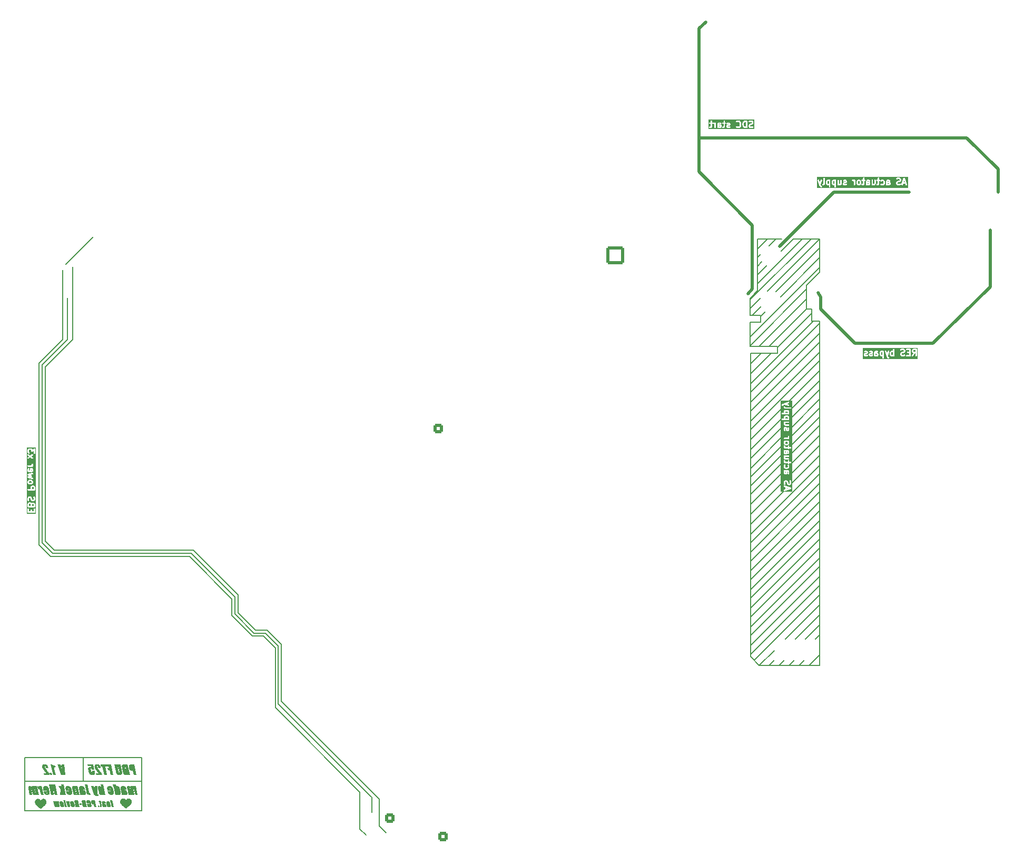
<source format=gbr>
%TF.GenerationSoftware,KiCad,Pcbnew,8.0.5*%
%TF.CreationDate,2025-01-18T17:34:56+01:00*%
%TF.ProjectId,FT25_PDU,46543235-5f50-4445-952e-6b696361645f,V1.2*%
%TF.SameCoordinates,Original*%
%TF.FileFunction,Legend,Bot*%
%TF.FilePolarity,Positive*%
%FSLAX46Y46*%
G04 Gerber Fmt 4.6, Leading zero omitted, Abs format (unit mm)*
G04 Created by KiCad (PCBNEW 8.0.5) date 2025-01-18 17:34:56*
%MOMM*%
%LPD*%
G01*
G04 APERTURE LIST*
G04 Aperture macros list*
%AMRoundRect*
0 Rectangle with rounded corners*
0 $1 Rounding radius*
0 $2 $3 $4 $5 $6 $7 $8 $9 X,Y pos of 4 corners*
0 Add a 4 corners polygon primitive as box body*
4,1,4,$2,$3,$4,$5,$6,$7,$8,$9,$2,$3,0*
0 Add four circle primitives for the rounded corners*
1,1,$1+$1,$2,$3*
1,1,$1+$1,$4,$5*
1,1,$1+$1,$6,$7*
1,1,$1+$1,$8,$9*
0 Add four rect primitives between the rounded corners*
20,1,$1+$1,$2,$3,$4,$5,0*
20,1,$1+$1,$4,$5,$6,$7,0*
20,1,$1+$1,$6,$7,$8,$9,0*
20,1,$1+$1,$8,$9,$2,$3,0*%
%AMRotRect*
0 Rectangle, with rotation*
0 The origin of the aperture is its center*
0 $1 length*
0 $2 width*
0 $3 Rotation angle, in degrees counterclockwise*
0 Add horizontal line*
21,1,$1,$2,0,0,$3*%
G04 Aperture macros list end*
%ADD10C,0.150000*%
%ADD11C,0.500000*%
%ADD12C,0.300000*%
%ADD13C,0.250000*%
%ADD14C,0.000000*%
%ADD15R,1.500000X1.500000*%
%ADD16C,1.500000*%
%ADD17C,5.600000*%
%ADD18C,4.300000*%
%ADD19C,1.020000*%
%ADD20RoundRect,0.250001X0.499999X-0.499999X0.499999X0.499999X-0.499999X0.499999X-0.499999X-0.499999X0*%
%ADD21R,2.400000X2.400000*%
%ADD22C,2.400000*%
%ADD23C,3.000000*%
%ADD24R,1.520000X1.520000*%
%ADD25C,1.520000*%
%ADD26C,3.400000*%
%ADD27C,2.250000*%
%ADD28RotRect,1.500000X1.500000X315.000000*%
%ADD29R,1.700000X1.700000*%
%ADD30O,1.700000X1.700000*%
%ADD31C,2.800000*%
%ADD32RoundRect,0.250000X-1.150000X-1.150000X1.150000X-1.150000X1.150000X1.150000X-1.150000X1.150000X0*%
%ADD33RoundRect,0.250001X-0.499999X0.499999X-0.499999X-0.499999X0.499999X-0.499999X0.499999X0.499999X0*%
G04 APERTURE END LIST*
D10*
X235800000Y-129200000D02*
X234700000Y-130300000D01*
X167500000Y-214800000D02*
X167600000Y-214900000D01*
X240000000Y-129200000D02*
X232800000Y-136400000D01*
X242800000Y-132200000D02*
X236500000Y-138500000D01*
X115050000Y-212650000D02*
X133850000Y-212650000D01*
X133850000Y-221200000D01*
X115050000Y-221200000D01*
X115050000Y-212650000D01*
X170700000Y-218900000D02*
X170800000Y-219000000D01*
X148300000Y-189800000D02*
X151600000Y-193100000D01*
X231600000Y-146400000D02*
X240700000Y-137300000D01*
X241500000Y-140500000D02*
X241500000Y-141200000D01*
X151900000Y-192600000D02*
X153700000Y-192600000D01*
X167600000Y-214900000D02*
X172000000Y-219300000D01*
D11*
X223400000Y-118400000D02*
X232000000Y-127000000D01*
X232000000Y-137300000D02*
X231300000Y-138000000D01*
D10*
X115050000Y-216450000D02*
X133850000Y-216450000D01*
X236200000Y-146500000D02*
X236000000Y-146700000D01*
X236000000Y-148200000D02*
X231700000Y-152500000D01*
X155800000Y-204000000D02*
X167100000Y-215300000D01*
X142100000Y-179300000D02*
X149300000Y-186500000D01*
X148800000Y-189500000D02*
X151900000Y-192600000D01*
X231700000Y-156900000D02*
X242800000Y-145800000D01*
X238500000Y-129200000D02*
X242800000Y-129200000D01*
X119800000Y-179300000D02*
X142100000Y-179300000D01*
X119200000Y-180300000D02*
X141500000Y-180300000D01*
X242800000Y-197800000D02*
X233100000Y-197800000D01*
D11*
X223400000Y-113000000D02*
X223400000Y-96600000D01*
D10*
X233300000Y-141700000D02*
X234100000Y-140900000D01*
X153400000Y-193100000D02*
X155300000Y-195000000D01*
X232800000Y-130800000D02*
X234400000Y-129200000D01*
X231600000Y-146500000D02*
X231600000Y-142600000D01*
X167100000Y-215300000D02*
X167300000Y-215500000D01*
X234700000Y-146500000D02*
X240700000Y-140500000D01*
X242800000Y-177500000D02*
X231700000Y-188600000D01*
X231700000Y-193000000D02*
X242800000Y-181900000D01*
D11*
X236400000Y-130400000D02*
X245100000Y-121700000D01*
D10*
X242800000Y-192900000D02*
X242100000Y-193600000D01*
D11*
X243000000Y-140500000D02*
X248500000Y-146000000D01*
D10*
X234700000Y-197800000D02*
X235500000Y-197000000D01*
X117300000Y-149200000D02*
X117300000Y-178400000D01*
X242800000Y-168500000D02*
X231700000Y-179600000D01*
X122700000Y-133700000D02*
X122700000Y-145400000D01*
X231700000Y-187000000D02*
X242800000Y-175900000D01*
X242800000Y-162400000D02*
X238200000Y-167000000D01*
X232800000Y-132200000D02*
X233300000Y-131700000D01*
X121100000Y-134200000D02*
X121100000Y-145400000D01*
X149300000Y-186500000D02*
X149300000Y-189300000D01*
X231700000Y-161500000D02*
X236600000Y-156600000D01*
X118300000Y-149800000D02*
X118300000Y-177800000D01*
X239500000Y-197800000D02*
X240300000Y-197000000D01*
X124450000Y-212650000D02*
X124450000Y-216450000D01*
X231700000Y-164500000D02*
X236600000Y-159600000D01*
X155300000Y-195000000D02*
X155300000Y-204600000D01*
D11*
X270200000Y-136900000D02*
X270200000Y-127800000D01*
X223400000Y-113000000D02*
X223400000Y-118400000D01*
D10*
X231700000Y-190000000D02*
X242800000Y-178900000D01*
X242800000Y-150400000D02*
X237900000Y-155300000D01*
X231700000Y-170300000D02*
X236700000Y-165300000D01*
D11*
X248500000Y-146000000D02*
X261000000Y-146000000D01*
D10*
X233300000Y-141500000D02*
X231600000Y-141500000D01*
X231700000Y-166100000D02*
X237250000Y-160550000D01*
X231600000Y-140400000D02*
X233300000Y-138700000D01*
X148800000Y-186800000D02*
X148800000Y-189500000D01*
X231700000Y-168900000D02*
X236700000Y-163900000D01*
X242800000Y-144400000D02*
X231700000Y-155500000D01*
X231700000Y-173500000D02*
X236700000Y-168500000D01*
X117300000Y-178400000D02*
X119200000Y-180300000D01*
X242800000Y-153400000D02*
X238300000Y-157900000D01*
X122700000Y-145400000D02*
X118300000Y-149800000D01*
D11*
X245100000Y-121700000D02*
X257200000Y-121700000D01*
D10*
X242800000Y-180500000D02*
X231700000Y-191600000D01*
X242800000Y-147400000D02*
X231700000Y-158500000D01*
X240700000Y-140500000D02*
X241500000Y-140500000D01*
X240700000Y-136700000D02*
X240700000Y-140500000D01*
X241500000Y-142400000D02*
X242800000Y-142400000D01*
X242800000Y-188100000D02*
X237300000Y-193600000D01*
X242800000Y-164000000D02*
X238300000Y-168500000D01*
X231700000Y-147600000D02*
X236000000Y-147600000D01*
D11*
X223400000Y-96600000D02*
X223400000Y-95400000D01*
D10*
X149300000Y-189300000D02*
X152100000Y-192100000D01*
D11*
X232000000Y-127000000D02*
X232000000Y-137300000D01*
X271500000Y-118000000D02*
X266400000Y-113000000D01*
D10*
X232800000Y-137500000D02*
X232800000Y-129200000D01*
X232800000Y-133600000D02*
X233500000Y-132900000D01*
X232800000Y-129200000D02*
X236700000Y-129200000D01*
X241400000Y-129200000D02*
X231600000Y-139000000D01*
X231700000Y-175100000D02*
X237000000Y-169800000D01*
D11*
X266400000Y-113000000D02*
X223400000Y-113000000D01*
D10*
X233100000Y-197800000D02*
X235500000Y-195400000D01*
X231600000Y-138800000D02*
X232800000Y-137500000D01*
X242800000Y-152000000D02*
X238300000Y-156500000D01*
X153700000Y-192600000D02*
X155800000Y-194700000D01*
X236000000Y-147600000D02*
X236000000Y-146500000D01*
X231600000Y-142600000D02*
X233300000Y-142600000D01*
X238600000Y-129200000D02*
X236600000Y-131200000D01*
X168900000Y-224100000D02*
X169900000Y-225100000D01*
X155800000Y-194700000D02*
X155800000Y-204000000D01*
X233300000Y-142600000D02*
X233300000Y-141500000D01*
X231700000Y-153900000D02*
X242800000Y-142800000D01*
X141500000Y-180300000D02*
X148300000Y-187100000D01*
X232000000Y-141500000D02*
X233400000Y-140100000D01*
X242800000Y-189700000D02*
X238900000Y-193600000D01*
D11*
X243000000Y-138500000D02*
X243000000Y-140500000D01*
D10*
X242800000Y-159200000D02*
X238300000Y-163700000D01*
X231700000Y-171900000D02*
X236800000Y-166800000D01*
X167300000Y-215500000D02*
X170700000Y-218900000D01*
X236300000Y-197800000D02*
X237100000Y-197000000D01*
X241500000Y-141200000D02*
X241500000Y-142400000D01*
X117800000Y-149500000D02*
X117800000Y-178000000D01*
X231600000Y-141500000D02*
X231600000Y-138800000D01*
X121100000Y-145400000D02*
X117300000Y-149200000D01*
X242800000Y-155000000D02*
X238200000Y-159600000D01*
X242800000Y-133800000D02*
X231600000Y-145000000D01*
X231700000Y-196000000D02*
X242800000Y-184900000D01*
X118300000Y-177800000D02*
X119800000Y-179300000D01*
X117800000Y-178000000D02*
X117800000Y-178100000D01*
X236200000Y-146500000D02*
X241500000Y-141200000D01*
X155300000Y-204600000D02*
X168900000Y-218200000D01*
X156300000Y-203600000D02*
X167500000Y-214800000D01*
X168900000Y-218200000D02*
X168900000Y-224100000D01*
X231700000Y-163100000D02*
X236600000Y-158200000D01*
X154000000Y-192100000D02*
X156300000Y-194400000D01*
X242800000Y-129200000D02*
X234400000Y-137600000D01*
X242800000Y-134600000D02*
X240700000Y-136700000D01*
X170800000Y-219000000D02*
X170800000Y-221400000D01*
X242800000Y-165600000D02*
X231700000Y-176700000D01*
X231700000Y-167500000D02*
X236700000Y-162500000D01*
X231700000Y-184000000D02*
X242800000Y-172900000D01*
X233100000Y-197800000D02*
X231700000Y-196400000D01*
D11*
X223400000Y-95400000D02*
X224500000Y-94300000D01*
D10*
X152100000Y-192100000D02*
X154000000Y-192100000D01*
D11*
X242500000Y-137900000D02*
X243000000Y-138500000D01*
D10*
X231700000Y-196400000D02*
X231700000Y-147600000D01*
X121900000Y-139200000D02*
X121900000Y-138700000D01*
X231700000Y-150900000D02*
X235000000Y-147600000D01*
D11*
X261000000Y-146000000D02*
X270200000Y-136900000D01*
D10*
X231700000Y-149300000D02*
X233400000Y-147600000D01*
X232800000Y-135000000D02*
X234300000Y-133500000D01*
X242800000Y-156400000D02*
X238300000Y-160900000D01*
X119500000Y-179800000D02*
X141800000Y-179800000D01*
D11*
X271500000Y-121700000D02*
X271500000Y-118000000D01*
D10*
X231700000Y-159900000D02*
X242800000Y-148800000D01*
X117800000Y-178100000D02*
X119500000Y-179800000D01*
X156300000Y-194400000D02*
X156300000Y-203600000D01*
X121900000Y-145400000D02*
X117800000Y-149500000D01*
X121900000Y-139200000D02*
X121900000Y-145400000D01*
X231700000Y-178100000D02*
X242800000Y-167000000D01*
X242800000Y-174500000D02*
X231700000Y-185600000D01*
X242800000Y-183500000D02*
X231700000Y-194600000D01*
X236000000Y-148200000D02*
X241800000Y-142400000D01*
X237900000Y-197800000D02*
X238700000Y-197000000D01*
X141800000Y-179800000D02*
X148800000Y-186800000D01*
X242800000Y-142400000D02*
X242800000Y-197800000D01*
X241100000Y-197800000D02*
X242800000Y-196100000D01*
X242800000Y-157800000D02*
X238300000Y-162300000D01*
X242800000Y-160800000D02*
X238200000Y-165400000D01*
X242800000Y-130700000D02*
X235800000Y-137700000D01*
X231700000Y-147700000D02*
X231800000Y-147600000D01*
X242800000Y-191300000D02*
X240500000Y-193600000D01*
X172000000Y-223600000D02*
X173100000Y-224700000D01*
X242800000Y-186500000D02*
X232300000Y-197000000D01*
X242800000Y-171500000D02*
X231700000Y-182600000D01*
X172000000Y-219300000D02*
X172000000Y-223600000D01*
X148300000Y-187100000D02*
X148300000Y-189800000D01*
X151600000Y-193100000D02*
X153400000Y-193100000D01*
X236000000Y-146500000D02*
X231600000Y-146500000D01*
X240700000Y-138900000D02*
X233100000Y-146500000D01*
X126000000Y-128900000D02*
X121600000Y-133300000D01*
X231700000Y-181000000D02*
X242800000Y-169900000D01*
X242800000Y-129200000D02*
X242800000Y-134600000D01*
D12*
G36*
X120290683Y-213706793D02*
G01*
X120860746Y-215395000D01*
X121525331Y-215395000D01*
X121422749Y-213706793D01*
X120951604Y-213706793D01*
X120959912Y-213793518D01*
X120968348Y-213878664D01*
X120976913Y-213962229D01*
X120985607Y-214044214D01*
X120994430Y-214124620D01*
X121003382Y-214203446D01*
X121012462Y-214280691D01*
X121021671Y-214356357D01*
X121031009Y-214430443D01*
X121045258Y-214538609D01*
X121059796Y-214643220D01*
X121074624Y-214744276D01*
X121089742Y-214841778D01*
X121099982Y-214904804D01*
X121076330Y-214810702D01*
X121052910Y-214718950D01*
X121029721Y-214629549D01*
X121006765Y-214542498D01*
X120984040Y-214457799D01*
X120961547Y-214375449D01*
X120939287Y-214295451D01*
X120917257Y-214217802D01*
X120895460Y-214142505D01*
X120873895Y-214069558D01*
X120859647Y-214022233D01*
X120763293Y-213706793D01*
X120290683Y-213706793D01*
G37*
G36*
X119216503Y-213706793D02*
G01*
X119567480Y-215395000D01*
X119998691Y-215395000D01*
X119807815Y-214476891D01*
X119792165Y-214399531D01*
X119777865Y-214322377D01*
X119768586Y-214249556D01*
X119768614Y-214247180D01*
X119801587Y-214193691D01*
X119876892Y-214178702D01*
X119954730Y-214175809D01*
X119971580Y-214175739D01*
X120026168Y-214175739D01*
X119984036Y-213972407D01*
X119907729Y-213954072D01*
X119835063Y-213931489D01*
X119766038Y-213904658D01*
X119684876Y-213865147D01*
X119609403Y-213818999D01*
X119539618Y-213766214D01*
X119475522Y-213706793D01*
X119216503Y-213706793D01*
G37*
G36*
X119052738Y-215043290D02*
G01*
X119125645Y-215395000D01*
X119456838Y-215395000D01*
X119383931Y-215043290D01*
X119052738Y-215043290D01*
G37*
G36*
X118078575Y-215137079D02*
G01*
X118132065Y-215395000D01*
X119051639Y-215395000D01*
X119009507Y-215190568D01*
X118943112Y-215105055D01*
X118880123Y-215023729D01*
X118820540Y-214946591D01*
X118764364Y-214873640D01*
X118711593Y-214804877D01*
X118662228Y-214740301D01*
X118616269Y-214679912D01*
X118553718Y-214597181D01*
X118498830Y-214523871D01*
X118451605Y-214459983D01*
X118400560Y-214389455D01*
X118355913Y-214324849D01*
X118312479Y-214256245D01*
X118273444Y-214186470D01*
X118243050Y-214118976D01*
X118228052Y-214068761D01*
X118221393Y-213993576D01*
X118226953Y-213971308D01*
X118278610Y-213941266D01*
X118345712Y-213973929D01*
X118347487Y-213976071D01*
X118378872Y-214044008D01*
X118398412Y-214121151D01*
X118434315Y-214292976D01*
X118822661Y-214292976D01*
X118807274Y-214219337D01*
X118790997Y-214146371D01*
X118770552Y-214069471D01*
X118747557Y-214000983D01*
X118712314Y-213930879D01*
X118669381Y-213871459D01*
X118643509Y-213841981D01*
X118585171Y-213788589D01*
X118519518Y-213746017D01*
X118471684Y-213723646D01*
X118400223Y-213700701D01*
X118322354Y-213687281D01*
X118246004Y-213683346D01*
X118171967Y-213686539D01*
X118092592Y-213698801D01*
X118013044Y-213724729D01*
X117947555Y-213763175D01*
X117896126Y-213814138D01*
X117854154Y-213883816D01*
X117830089Y-213962057D01*
X117823720Y-214037544D01*
X117831061Y-214119587D01*
X117835676Y-214144232D01*
X117855872Y-214219634D01*
X117885318Y-214297097D01*
X117918673Y-214366568D01*
X117959109Y-214437617D01*
X117971963Y-214458206D01*
X118022951Y-214532416D01*
X118069937Y-214595500D01*
X118127319Y-214669471D01*
X118177178Y-214732094D01*
X118232884Y-214800843D01*
X118294437Y-214875715D01*
X118361838Y-214956712D01*
X118410021Y-215014112D01*
X118460802Y-215074235D01*
X118514183Y-215137079D01*
X118078575Y-215137079D01*
G37*
D13*
G36*
X252886716Y-147839619D02*
G01*
X252755511Y-147839619D01*
X252704809Y-147814268D01*
X252685877Y-147795336D01*
X252660526Y-147744634D01*
X252660526Y-147517936D01*
X252685876Y-147467234D01*
X252704809Y-147448302D01*
X252755511Y-147422952D01*
X252886716Y-147422952D01*
X252886716Y-147839619D01*
G37*
G36*
X252013784Y-147724454D02*
G01*
X252029573Y-147756031D01*
X252029573Y-147792252D01*
X252013783Y-147823831D01*
X251982208Y-147839619D01*
X251803383Y-147839619D01*
X251803383Y-147708666D01*
X251982208Y-147708666D01*
X252013784Y-147724454D01*
G37*
G36*
X254553383Y-147839619D02*
G01*
X254422178Y-147839619D01*
X254371476Y-147814268D01*
X254352544Y-147795336D01*
X254327193Y-147744634D01*
X254327193Y-147517936D01*
X254352543Y-147467234D01*
X254371476Y-147448302D01*
X254422178Y-147422952D01*
X254553383Y-147422952D01*
X254553383Y-147839619D01*
G37*
G36*
X258172431Y-147363428D02*
G01*
X257945988Y-147363428D01*
X257895286Y-147338077D01*
X257876353Y-147319145D01*
X257851003Y-147268444D01*
X257851003Y-147184603D01*
X257876353Y-147133901D01*
X257895286Y-147114969D01*
X257945988Y-147089619D01*
X258172431Y-147089619D01*
X258172431Y-147363428D01*
G37*
G36*
X258547431Y-148546970D02*
G01*
X249761716Y-148546970D01*
X249761716Y-147774142D01*
X249886716Y-147774142D01*
X249886716Y-147821761D01*
X249889118Y-147846147D01*
X249890836Y-147850296D01*
X249891155Y-147854776D01*
X249899912Y-147877662D01*
X249947531Y-147972901D01*
X249950098Y-147976979D01*
X249950740Y-147978904D01*
X249952818Y-147981300D01*
X249960585Y-147993638D01*
X249972427Y-148003909D01*
X249982696Y-148015749D01*
X249995029Y-148023513D01*
X249997430Y-148025595D01*
X249999357Y-148026237D01*
X250003433Y-148028803D01*
X250098671Y-148076422D01*
X250121557Y-148085180D01*
X250126037Y-148085498D01*
X250130187Y-148087217D01*
X250154573Y-148089619D01*
X250345049Y-148089619D01*
X250369435Y-148087217D01*
X250373583Y-148085498D01*
X250378065Y-148085180D01*
X250400951Y-148076422D01*
X250496188Y-148028804D01*
X250516926Y-148015749D01*
X250548882Y-147978904D01*
X250564305Y-147932634D01*
X250560847Y-147883984D01*
X250539036Y-147840361D01*
X250502191Y-147808405D01*
X250455920Y-147792982D01*
X250407271Y-147796439D01*
X250384385Y-147805197D01*
X250315541Y-147839619D01*
X250184082Y-147839619D01*
X250152505Y-147823830D01*
X250139565Y-147797951D01*
X250151470Y-147774142D01*
X250696240Y-147774142D01*
X250696240Y-147821761D01*
X250698642Y-147846147D01*
X250700360Y-147850296D01*
X250700679Y-147854776D01*
X250709436Y-147877662D01*
X250757055Y-147972901D01*
X250759622Y-147976979D01*
X250760264Y-147978904D01*
X250762342Y-147981300D01*
X250770109Y-147993638D01*
X250781951Y-148003909D01*
X250792220Y-148015749D01*
X250804553Y-148023513D01*
X250806954Y-148025595D01*
X250808881Y-148026237D01*
X250812957Y-148028803D01*
X250908195Y-148076422D01*
X250931081Y-148085180D01*
X250935561Y-148085498D01*
X250939711Y-148087217D01*
X250964097Y-148089619D01*
X251154573Y-148089619D01*
X251178959Y-148087217D01*
X251183107Y-148085498D01*
X251187589Y-148085180D01*
X251210475Y-148076422D01*
X251305712Y-148028804D01*
X251326450Y-148015749D01*
X251358406Y-147978904D01*
X251373829Y-147932634D01*
X251370371Y-147883984D01*
X251348560Y-147840361D01*
X251311715Y-147808405D01*
X251265444Y-147792982D01*
X251216795Y-147796439D01*
X251193909Y-147805197D01*
X251125065Y-147839619D01*
X250993606Y-147839619D01*
X250962029Y-147823830D01*
X250949089Y-147797951D01*
X250962028Y-147772073D01*
X250993606Y-147756285D01*
X251106954Y-147756285D01*
X251131340Y-147753883D01*
X251135488Y-147752164D01*
X251139970Y-147751846D01*
X251162856Y-147743088D01*
X251258093Y-147695470D01*
X251262171Y-147692902D01*
X251264096Y-147692261D01*
X251266493Y-147690181D01*
X251278831Y-147682415D01*
X251289100Y-147670574D01*
X251300941Y-147660305D01*
X251308707Y-147647968D01*
X251310787Y-147645570D01*
X251311428Y-147643644D01*
X251313995Y-147639568D01*
X251361614Y-147544330D01*
X251370372Y-147521444D01*
X251370690Y-147516963D01*
X251372409Y-147512814D01*
X251374811Y-147488428D01*
X251374811Y-147440809D01*
X251553383Y-147440809D01*
X251553383Y-147964619D01*
X251555785Y-147989005D01*
X251574449Y-148034065D01*
X251608937Y-148068553D01*
X251653997Y-148087217D01*
X251702769Y-148087217D01*
X251723494Y-148078632D01*
X251740605Y-148085180D01*
X251745085Y-148085498D01*
X251749235Y-148087217D01*
X251773621Y-148089619D01*
X252011716Y-148089619D01*
X252036102Y-148087217D01*
X252040250Y-148085498D01*
X252044732Y-148085180D01*
X252067618Y-148076422D01*
X252162855Y-148028804D01*
X252166932Y-148026237D01*
X252168859Y-148025595D01*
X252171258Y-148023513D01*
X252183593Y-148015749D01*
X252193859Y-148003911D01*
X252205704Y-147993639D01*
X252213471Y-147981299D01*
X252215549Y-147978904D01*
X252216190Y-147976980D01*
X252218758Y-147972901D01*
X252266377Y-147877662D01*
X252275134Y-147854777D01*
X252275452Y-147850296D01*
X252277171Y-147846147D01*
X252279573Y-147821761D01*
X252279573Y-147726523D01*
X252277171Y-147702137D01*
X252275452Y-147697987D01*
X252275134Y-147693507D01*
X252266376Y-147670621D01*
X252218757Y-147575383D01*
X252216190Y-147571306D01*
X252215549Y-147569381D01*
X252213469Y-147566982D01*
X252205703Y-147554646D01*
X252193862Y-147544376D01*
X252183593Y-147532536D01*
X252171255Y-147524769D01*
X252168858Y-147522690D01*
X252166933Y-147522048D01*
X252162855Y-147519481D01*
X252100748Y-147488428D01*
X252410526Y-147488428D01*
X252410526Y-147774142D01*
X252412928Y-147798528D01*
X252414646Y-147802676D01*
X252414965Y-147807158D01*
X252423723Y-147830044D01*
X252471341Y-147925281D01*
X252477948Y-147935777D01*
X252479211Y-147938825D01*
X252482028Y-147942258D01*
X252484396Y-147946019D01*
X252486890Y-147948182D01*
X252494756Y-147957767D01*
X252542375Y-148005387D01*
X252551963Y-148013256D01*
X252554125Y-148015749D01*
X252557879Y-148018112D01*
X252561316Y-148020933D01*
X252564369Y-148022197D01*
X252574862Y-148028803D01*
X252670100Y-148076422D01*
X252692986Y-148085180D01*
X252697466Y-148085498D01*
X252701616Y-148087217D01*
X252726002Y-148089619D01*
X252886716Y-148089619D01*
X252886716Y-148297952D01*
X252889118Y-148322338D01*
X252907782Y-148367398D01*
X252942270Y-148401886D01*
X252987330Y-148420550D01*
X253036102Y-148420550D01*
X253081162Y-148401886D01*
X253115650Y-148367398D01*
X253134314Y-148322338D01*
X253136716Y-148297952D01*
X253136716Y-147316221D01*
X253269011Y-147316221D01*
X253274951Y-147339994D01*
X253513046Y-148006661D01*
X253514049Y-148008784D01*
X253514704Y-148011043D01*
X253609942Y-148249138D01*
X253621229Y-148270887D01*
X253621772Y-148271443D01*
X253622069Y-148272160D01*
X253637614Y-148291102D01*
X253685232Y-148338721D01*
X253694820Y-148346590D01*
X253696982Y-148349082D01*
X253700739Y-148351447D01*
X253704174Y-148354266D01*
X253707224Y-148355529D01*
X253717719Y-148362136D01*
X253812957Y-148409755D01*
X253835843Y-148418513D01*
X253884492Y-148421970D01*
X253930763Y-148406547D01*
X253967608Y-148374591D01*
X253989419Y-148330968D01*
X253992877Y-148282318D01*
X253977454Y-148236048D01*
X253945498Y-148199203D01*
X253924760Y-148186148D01*
X253847666Y-148147601D01*
X253832533Y-148132469D01*
X253764391Y-147962114D01*
X253933565Y-147488428D01*
X254077193Y-147488428D01*
X254077193Y-147774142D01*
X254079595Y-147798528D01*
X254081313Y-147802676D01*
X254081632Y-147807158D01*
X254090390Y-147830044D01*
X254138008Y-147925281D01*
X254144615Y-147935777D01*
X254145878Y-147938825D01*
X254148695Y-147942258D01*
X254151063Y-147946019D01*
X254153557Y-147948182D01*
X254161423Y-147957767D01*
X254209042Y-148005387D01*
X254218630Y-148013256D01*
X254220792Y-148015749D01*
X254224546Y-148018112D01*
X254227983Y-148020933D01*
X254231036Y-148022197D01*
X254241529Y-148028803D01*
X254336767Y-148076422D01*
X254359653Y-148085180D01*
X254364133Y-148085498D01*
X254368283Y-148087217D01*
X254392669Y-148089619D01*
X254583145Y-148089619D01*
X254607531Y-148087217D01*
X254611679Y-148085498D01*
X254616161Y-148085180D01*
X254633271Y-148078632D01*
X254653997Y-148087217D01*
X254702769Y-148087217D01*
X254747829Y-148068553D01*
X254782317Y-148034065D01*
X254800981Y-147989005D01*
X254803383Y-147964619D01*
X254803383Y-147678904D01*
X255743860Y-147678904D01*
X255743860Y-147774142D01*
X255746262Y-147798528D01*
X255747980Y-147802676D01*
X255748299Y-147807158D01*
X255757057Y-147830044D01*
X255804675Y-147925281D01*
X255811282Y-147935777D01*
X255812545Y-147938825D01*
X255815362Y-147942258D01*
X255817730Y-147946019D01*
X255820224Y-147948182D01*
X255828090Y-147957767D01*
X255875709Y-148005387D01*
X255885297Y-148013256D01*
X255887459Y-148015749D01*
X255891213Y-148018112D01*
X255894650Y-148020933D01*
X255897703Y-148022197D01*
X255908196Y-148028803D01*
X256003434Y-148076422D01*
X256026320Y-148085180D01*
X256030800Y-148085498D01*
X256034950Y-148087217D01*
X256059336Y-148089619D01*
X256297431Y-148089619D01*
X256309774Y-148088403D01*
X256313065Y-148088637D01*
X256317394Y-148087652D01*
X256321817Y-148087217D01*
X256324868Y-148085953D01*
X256336959Y-148083204D01*
X256479816Y-148035586D01*
X256502191Y-148025595D01*
X256539037Y-147993640D01*
X256560849Y-147950016D01*
X256564306Y-147901366D01*
X256548883Y-147855097D01*
X256516927Y-147818251D01*
X256473303Y-147796439D01*
X256424653Y-147792982D01*
X256400759Y-147798415D01*
X256277148Y-147839619D01*
X256088845Y-147839619D01*
X256038143Y-147814268D01*
X256019211Y-147795336D01*
X255993860Y-147744634D01*
X255993860Y-147708412D01*
X256019210Y-147657710D01*
X256038143Y-147638778D01*
X256102964Y-147606368D01*
X256280129Y-147562077D01*
X256281928Y-147561433D01*
X256282828Y-147561370D01*
X256292974Y-147557487D01*
X256303204Y-147553832D01*
X256303928Y-147553295D01*
X256305714Y-147552612D01*
X256400951Y-147504994D01*
X256411449Y-147498384D01*
X256414496Y-147497123D01*
X256417927Y-147494307D01*
X256421689Y-147491939D01*
X256423852Y-147489444D01*
X256433438Y-147481578D01*
X256481057Y-147433960D01*
X256488926Y-147424371D01*
X256491418Y-147422210D01*
X256493783Y-147418452D01*
X256496602Y-147415018D01*
X256497865Y-147411967D01*
X256504472Y-147401473D01*
X256552091Y-147306235D01*
X256560849Y-147283349D01*
X256561167Y-147278868D01*
X256562886Y-147274719D01*
X256565288Y-147250333D01*
X256565288Y-147155095D01*
X256562886Y-147130709D01*
X256561167Y-147126559D01*
X256560849Y-147122079D01*
X256552091Y-147099193D01*
X256504472Y-147003955D01*
X256497865Y-146993460D01*
X256496602Y-146990410D01*
X256493783Y-146986975D01*
X256491418Y-146983218D01*
X256488926Y-146981056D01*
X256481057Y-146971468D01*
X256449821Y-146940233D01*
X256698643Y-146940233D01*
X256698643Y-146989005D01*
X256717307Y-147034065D01*
X256751795Y-147068553D01*
X256796855Y-147087217D01*
X256821241Y-147089619D01*
X257172431Y-147089619D01*
X257172431Y-147315809D01*
X256964098Y-147315809D01*
X256939712Y-147318211D01*
X256894652Y-147336875D01*
X256860164Y-147371363D01*
X256841500Y-147416423D01*
X256841500Y-147465195D01*
X256860164Y-147510255D01*
X256894652Y-147544743D01*
X256939712Y-147563407D01*
X256964098Y-147565809D01*
X257172431Y-147565809D01*
X257172431Y-147839619D01*
X256821241Y-147839619D01*
X256796855Y-147842021D01*
X256751795Y-147860685D01*
X256717307Y-147895173D01*
X256698643Y-147940233D01*
X256698643Y-147989005D01*
X256717307Y-148034065D01*
X256751795Y-148068553D01*
X256796855Y-148087217D01*
X256821241Y-148089619D01*
X257297431Y-148089619D01*
X257321817Y-148087217D01*
X257366877Y-148068553D01*
X257401365Y-148034065D01*
X257420029Y-147989005D01*
X257422431Y-147964619D01*
X257422431Y-147155095D01*
X257601003Y-147155095D01*
X257601003Y-147297952D01*
X257603405Y-147322338D01*
X257605123Y-147326486D01*
X257605442Y-147330968D01*
X257614200Y-147353854D01*
X257661818Y-147449091D01*
X257668427Y-147459589D01*
X257669689Y-147462636D01*
X257672504Y-147466067D01*
X257674873Y-147469829D01*
X257677367Y-147471992D01*
X257685234Y-147481578D01*
X257732852Y-147529197D01*
X257742440Y-147537066D01*
X257744602Y-147539558D01*
X257748359Y-147541923D01*
X257751794Y-147544742D01*
X257754844Y-147546005D01*
X257765339Y-147552612D01*
X257836810Y-147588347D01*
X257623599Y-147892936D01*
X257611582Y-147914292D01*
X257601032Y-147961909D01*
X257609508Y-148009940D01*
X257635720Y-148051071D01*
X257675676Y-148079040D01*
X257723293Y-148089590D01*
X257771324Y-148081114D01*
X257812455Y-148054902D01*
X257828407Y-148036302D01*
X258124418Y-147613428D01*
X258172431Y-147613428D01*
X258172431Y-147964619D01*
X258174833Y-147989005D01*
X258193497Y-148034065D01*
X258227985Y-148068553D01*
X258273045Y-148087217D01*
X258321817Y-148087217D01*
X258366877Y-148068553D01*
X258401365Y-148034065D01*
X258420029Y-147989005D01*
X258422431Y-147964619D01*
X258422431Y-146964619D01*
X258420029Y-146940233D01*
X258401365Y-146895173D01*
X258366877Y-146860685D01*
X258321817Y-146842021D01*
X258297431Y-146839619D01*
X257916479Y-146839619D01*
X257892093Y-146842021D01*
X257887943Y-146843739D01*
X257883463Y-146844058D01*
X257860577Y-146852816D01*
X257765339Y-146900435D01*
X257754844Y-146907041D01*
X257751794Y-146908305D01*
X257748359Y-146911123D01*
X257744602Y-146913489D01*
X257742440Y-146915980D01*
X257732852Y-146923850D01*
X257685234Y-146971469D01*
X257677367Y-146981054D01*
X257674873Y-146983218D01*
X257672504Y-146986979D01*
X257669689Y-146990411D01*
X257668427Y-146993457D01*
X257661818Y-147003956D01*
X257614200Y-147099193D01*
X257605442Y-147122079D01*
X257605123Y-147126560D01*
X257603405Y-147130709D01*
X257601003Y-147155095D01*
X257422431Y-147155095D01*
X257422431Y-146964619D01*
X257420029Y-146940233D01*
X257401365Y-146895173D01*
X257366877Y-146860685D01*
X257321817Y-146842021D01*
X257297431Y-146839619D01*
X256821241Y-146839619D01*
X256796855Y-146842021D01*
X256751795Y-146860685D01*
X256717307Y-146895173D01*
X256698643Y-146940233D01*
X256449821Y-146940233D01*
X256433438Y-146923850D01*
X256423852Y-146915983D01*
X256421689Y-146913489D01*
X256417927Y-146911120D01*
X256414496Y-146908305D01*
X256411449Y-146907043D01*
X256400951Y-146900434D01*
X256305714Y-146852816D01*
X256282828Y-146844058D01*
X256278346Y-146843739D01*
X256274198Y-146842021D01*
X256249812Y-146839619D01*
X256011717Y-146839619D01*
X255999373Y-146840834D01*
X255996082Y-146840601D01*
X255991752Y-146841585D01*
X255987331Y-146842021D01*
X255984281Y-146843284D01*
X255972188Y-146846034D01*
X255829332Y-146893653D01*
X255806957Y-146903643D01*
X255770111Y-146935598D01*
X255748299Y-146979223D01*
X255744842Y-147027872D01*
X255760265Y-147074141D01*
X255792220Y-147110987D01*
X255835845Y-147132799D01*
X255884494Y-147136256D01*
X255908388Y-147130823D01*
X256032003Y-147089619D01*
X256220304Y-147089619D01*
X256271005Y-147114969D01*
X256289937Y-147133902D01*
X256315288Y-147184603D01*
X256315288Y-147220824D01*
X256289937Y-147271525D01*
X256271005Y-147290458D01*
X256206185Y-147322868D01*
X256029019Y-147367160D01*
X256027219Y-147367803D01*
X256026320Y-147367867D01*
X256016173Y-147371749D01*
X256005944Y-147375405D01*
X256005219Y-147375941D01*
X256003434Y-147376625D01*
X255908196Y-147424244D01*
X255897701Y-147430850D01*
X255894651Y-147432114D01*
X255891216Y-147434932D01*
X255887459Y-147437298D01*
X255885297Y-147439789D01*
X255875709Y-147447659D01*
X255828091Y-147495278D01*
X255820224Y-147504863D01*
X255817730Y-147507027D01*
X255815361Y-147510788D01*
X255812546Y-147514220D01*
X255811284Y-147517266D01*
X255804675Y-147527765D01*
X255757057Y-147623002D01*
X255748299Y-147645888D01*
X255747980Y-147650369D01*
X255746262Y-147654518D01*
X255743860Y-147678904D01*
X254803383Y-147678904D01*
X254803383Y-146964619D01*
X254800981Y-146940233D01*
X254782317Y-146895173D01*
X254747829Y-146860685D01*
X254702769Y-146842021D01*
X254653997Y-146842021D01*
X254608937Y-146860685D01*
X254574449Y-146895173D01*
X254555785Y-146940233D01*
X254553383Y-146964619D01*
X254553383Y-147172952D01*
X254392669Y-147172952D01*
X254368283Y-147175354D01*
X254364133Y-147177072D01*
X254359653Y-147177391D01*
X254336767Y-147186149D01*
X254241529Y-147233768D01*
X254231034Y-147240374D01*
X254227984Y-147241638D01*
X254224549Y-147244456D01*
X254220792Y-147246822D01*
X254218630Y-147249313D01*
X254209042Y-147257183D01*
X254161424Y-147304802D01*
X254153557Y-147314387D01*
X254151063Y-147316551D01*
X254148694Y-147320312D01*
X254145879Y-147323744D01*
X254144617Y-147326790D01*
X254138008Y-147337289D01*
X254090390Y-147432526D01*
X254081632Y-147455412D01*
X254081313Y-147459893D01*
X254079595Y-147464042D01*
X254077193Y-147488428D01*
X253933565Y-147488428D01*
X253986577Y-147339994D01*
X253992516Y-147316221D01*
X253990095Y-147267509D01*
X253969216Y-147223430D01*
X253933058Y-147190698D01*
X253887128Y-147174295D01*
X253838415Y-147176716D01*
X253794337Y-147197595D01*
X253761605Y-147233753D01*
X253751141Y-147255910D01*
X253630764Y-147592966D01*
X253510387Y-147255910D01*
X253499923Y-147233753D01*
X253467191Y-147197595D01*
X253423112Y-147176716D01*
X253374400Y-147174294D01*
X253328470Y-147190698D01*
X253292312Y-147223430D01*
X253271433Y-147267509D01*
X253269011Y-147316221D01*
X253136716Y-147316221D01*
X253136716Y-147297952D01*
X253134314Y-147273566D01*
X253115650Y-147228506D01*
X253081162Y-147194018D01*
X253036102Y-147175354D01*
X252987330Y-147175354D01*
X252966604Y-147183938D01*
X252949494Y-147177391D01*
X252945012Y-147177072D01*
X252940864Y-147175354D01*
X252916478Y-147172952D01*
X252726002Y-147172952D01*
X252701616Y-147175354D01*
X252697466Y-147177072D01*
X252692986Y-147177391D01*
X252670100Y-147186149D01*
X252574862Y-147233768D01*
X252564367Y-147240374D01*
X252561317Y-147241638D01*
X252557882Y-147244456D01*
X252554125Y-147246822D01*
X252551963Y-147249313D01*
X252542375Y-147257183D01*
X252494757Y-147304802D01*
X252486890Y-147314387D01*
X252484396Y-147316551D01*
X252482027Y-147320312D01*
X252479212Y-147323744D01*
X252477950Y-147326790D01*
X252471341Y-147337289D01*
X252423723Y-147432526D01*
X252414965Y-147455412D01*
X252414646Y-147459893D01*
X252412928Y-147464042D01*
X252410526Y-147488428D01*
X252100748Y-147488428D01*
X252067618Y-147471863D01*
X252044732Y-147463105D01*
X252040250Y-147462786D01*
X252036102Y-147461068D01*
X252011716Y-147458666D01*
X251809208Y-147458666D01*
X251819171Y-147438740D01*
X251850749Y-147422952D01*
X251982208Y-147422952D01*
X252051052Y-147457374D01*
X252073938Y-147466132D01*
X252122587Y-147469589D01*
X252168858Y-147454166D01*
X252205703Y-147422210D01*
X252227514Y-147378587D01*
X252230972Y-147329937D01*
X252215549Y-147283667D01*
X252183593Y-147246822D01*
X252162855Y-147233767D01*
X252067618Y-147186149D01*
X252044732Y-147177391D01*
X252040250Y-147177072D01*
X252036102Y-147175354D01*
X252011716Y-147172952D01*
X251821240Y-147172952D01*
X251796854Y-147175354D01*
X251792704Y-147177072D01*
X251788224Y-147177391D01*
X251765338Y-147186149D01*
X251670100Y-147233768D01*
X251666023Y-147236334D01*
X251664098Y-147236976D01*
X251661699Y-147239055D01*
X251649363Y-147246822D01*
X251639093Y-147258662D01*
X251627253Y-147268932D01*
X251619486Y-147281269D01*
X251617407Y-147283667D01*
X251616765Y-147285591D01*
X251614198Y-147289670D01*
X251566580Y-147384907D01*
X251557822Y-147407793D01*
X251557503Y-147412274D01*
X251555785Y-147416423D01*
X251553383Y-147440809D01*
X251374811Y-147440809D01*
X251372409Y-147416423D01*
X251370690Y-147412273D01*
X251370372Y-147407793D01*
X251361614Y-147384907D01*
X251313995Y-147289669D01*
X251311428Y-147285592D01*
X251310787Y-147283667D01*
X251308707Y-147281268D01*
X251300941Y-147268932D01*
X251289100Y-147258662D01*
X251278831Y-147246822D01*
X251266493Y-147239055D01*
X251264096Y-147236976D01*
X251262171Y-147236334D01*
X251258093Y-147233767D01*
X251162856Y-147186149D01*
X251139970Y-147177391D01*
X251135488Y-147177072D01*
X251131340Y-147175354D01*
X251106954Y-147172952D01*
X250964097Y-147172952D01*
X250939711Y-147175354D01*
X250935561Y-147177072D01*
X250931081Y-147177391D01*
X250908195Y-147186149D01*
X250812957Y-147233768D01*
X250792220Y-147246822D01*
X250760264Y-147283667D01*
X250744840Y-147329937D01*
X250748298Y-147378587D01*
X250770110Y-147422210D01*
X250806955Y-147454166D01*
X250853225Y-147469590D01*
X250901875Y-147466132D01*
X250924761Y-147457374D01*
X250993606Y-147422952D01*
X251077446Y-147422952D01*
X251109022Y-147438740D01*
X251121961Y-147464618D01*
X251109022Y-147490496D01*
X251077446Y-147506285D01*
X250964097Y-147506285D01*
X250939711Y-147508687D01*
X250935561Y-147510405D01*
X250931081Y-147510724D01*
X250908195Y-147519482D01*
X250812957Y-147567101D01*
X250808880Y-147569667D01*
X250806955Y-147570309D01*
X250804556Y-147572388D01*
X250792220Y-147580155D01*
X250781950Y-147591995D01*
X250770110Y-147602265D01*
X250762343Y-147614602D01*
X250760264Y-147617000D01*
X250759622Y-147618924D01*
X250757055Y-147623003D01*
X250709437Y-147718240D01*
X250700679Y-147741126D01*
X250700360Y-147745607D01*
X250698642Y-147749756D01*
X250696240Y-147774142D01*
X250151470Y-147774142D01*
X250152504Y-147772073D01*
X250184082Y-147756285D01*
X250297430Y-147756285D01*
X250321816Y-147753883D01*
X250325964Y-147752164D01*
X250330446Y-147751846D01*
X250353332Y-147743088D01*
X250448569Y-147695470D01*
X250452647Y-147692902D01*
X250454572Y-147692261D01*
X250456969Y-147690181D01*
X250469307Y-147682415D01*
X250479576Y-147670574D01*
X250491417Y-147660305D01*
X250499183Y-147647968D01*
X250501263Y-147645570D01*
X250501904Y-147643644D01*
X250504471Y-147639568D01*
X250552090Y-147544330D01*
X250560848Y-147521444D01*
X250561166Y-147516963D01*
X250562885Y-147512814D01*
X250565287Y-147488428D01*
X250565287Y-147440809D01*
X250562885Y-147416423D01*
X250561166Y-147412273D01*
X250560848Y-147407793D01*
X250552090Y-147384907D01*
X250504471Y-147289669D01*
X250501904Y-147285592D01*
X250501263Y-147283667D01*
X250499183Y-147281268D01*
X250491417Y-147268932D01*
X250479576Y-147258662D01*
X250469307Y-147246822D01*
X250456969Y-147239055D01*
X250454572Y-147236976D01*
X250452647Y-147236334D01*
X250448569Y-147233767D01*
X250353332Y-147186149D01*
X250330446Y-147177391D01*
X250325964Y-147177072D01*
X250321816Y-147175354D01*
X250297430Y-147172952D01*
X250154573Y-147172952D01*
X250130187Y-147175354D01*
X250126037Y-147177072D01*
X250121557Y-147177391D01*
X250098671Y-147186149D01*
X250003433Y-147233768D01*
X249982696Y-147246822D01*
X249950740Y-147283667D01*
X249935316Y-147329937D01*
X249938774Y-147378587D01*
X249960586Y-147422210D01*
X249997431Y-147454166D01*
X250043701Y-147469590D01*
X250092351Y-147466132D01*
X250115237Y-147457374D01*
X250184082Y-147422952D01*
X250267922Y-147422952D01*
X250299498Y-147438740D01*
X250312437Y-147464618D01*
X250299498Y-147490496D01*
X250267922Y-147506285D01*
X250154573Y-147506285D01*
X250130187Y-147508687D01*
X250126037Y-147510405D01*
X250121557Y-147510724D01*
X250098671Y-147519482D01*
X250003433Y-147567101D01*
X249999356Y-147569667D01*
X249997431Y-147570309D01*
X249995032Y-147572388D01*
X249982696Y-147580155D01*
X249972426Y-147591995D01*
X249960586Y-147602265D01*
X249952819Y-147614602D01*
X249950740Y-147617000D01*
X249950098Y-147618924D01*
X249947531Y-147623003D01*
X249899913Y-147718240D01*
X249891155Y-147741126D01*
X249890836Y-147745607D01*
X249889118Y-147749756D01*
X249886716Y-147774142D01*
X249761716Y-147774142D01*
X249761716Y-146714619D01*
X258547431Y-146714619D01*
X258547431Y-148546970D01*
G37*
G36*
X115939907Y-171821591D02*
G01*
X115952317Y-171834002D01*
X115984190Y-171929621D01*
X115984190Y-172117669D01*
X115710380Y-172117669D01*
X115710380Y-171891226D01*
X115735731Y-171840523D01*
X115754664Y-171821591D01*
X115805366Y-171796241D01*
X115889206Y-171796241D01*
X115939907Y-171821591D01*
G37*
G36*
X116416097Y-171869210D02*
G01*
X116435029Y-171888143D01*
X116460380Y-171938844D01*
X116460380Y-172117669D01*
X116234190Y-172117669D01*
X116234190Y-171938844D01*
X116259540Y-171888142D01*
X116278473Y-171869210D01*
X116329175Y-171843860D01*
X116365396Y-171843860D01*
X116416097Y-171869210D01*
G37*
G36*
X116416097Y-169107305D02*
G01*
X116435029Y-169126238D01*
X116460380Y-169176939D01*
X116460380Y-169403383D01*
X116186571Y-169403383D01*
X116186571Y-169176939D01*
X116211921Y-169126237D01*
X116230854Y-169107305D01*
X116281556Y-169081955D01*
X116365396Y-169081955D01*
X116416097Y-169107305D01*
G37*
G36*
X116082764Y-168202543D02*
G01*
X116101696Y-168221476D01*
X116127047Y-168272177D01*
X116127047Y-168356017D01*
X116101696Y-168406718D01*
X116082764Y-168425651D01*
X116032063Y-168451002D01*
X115805366Y-168451002D01*
X115754664Y-168425651D01*
X115735731Y-168406719D01*
X115710380Y-168356016D01*
X115710380Y-168272178D01*
X115735731Y-168221475D01*
X115754664Y-168202543D01*
X115805366Y-168177193D01*
X116032063Y-168177193D01*
X116082764Y-168202543D01*
G37*
G36*
X116127047Y-166319796D02*
G01*
X116127047Y-166451255D01*
X116111258Y-166482832D01*
X116079682Y-166498621D01*
X116071190Y-166498621D01*
X116112695Y-166291093D01*
X116127047Y-166319796D01*
G37*
G36*
X116835380Y-173397431D02*
G01*
X115335380Y-173397431D01*
X115335380Y-172671241D01*
X115460380Y-172671241D01*
X115460380Y-173147431D01*
X115462782Y-173171817D01*
X115481446Y-173216877D01*
X115515934Y-173251365D01*
X115560994Y-173270029D01*
X115585380Y-173272431D01*
X116585380Y-173272431D01*
X116609766Y-173270029D01*
X116654826Y-173251365D01*
X116689314Y-173216877D01*
X116707978Y-173171817D01*
X116710380Y-173147431D01*
X116710380Y-172671241D01*
X116707978Y-172646855D01*
X116689314Y-172601795D01*
X116654826Y-172567307D01*
X116609766Y-172548643D01*
X116560994Y-172548643D01*
X116515934Y-172567307D01*
X116481446Y-172601795D01*
X116462782Y-172646855D01*
X116460380Y-172671241D01*
X116460380Y-173022431D01*
X116234190Y-173022431D01*
X116234190Y-172814098D01*
X116231788Y-172789712D01*
X116213124Y-172744652D01*
X116178636Y-172710164D01*
X116133576Y-172691500D01*
X116084804Y-172691500D01*
X116039744Y-172710164D01*
X116005256Y-172744652D01*
X115986592Y-172789712D01*
X115984190Y-172814098D01*
X115984190Y-173022431D01*
X115710380Y-173022431D01*
X115710380Y-172671241D01*
X115707978Y-172646855D01*
X115689314Y-172601795D01*
X115654826Y-172567307D01*
X115609766Y-172548643D01*
X115560994Y-172548643D01*
X115515934Y-172567307D01*
X115481446Y-172601795D01*
X115462782Y-172646855D01*
X115460380Y-172671241D01*
X115335380Y-172671241D01*
X115335380Y-171861717D01*
X115460380Y-171861717D01*
X115460380Y-172242669D01*
X115462782Y-172267055D01*
X115481446Y-172312115D01*
X115515934Y-172346603D01*
X115560994Y-172365267D01*
X115585380Y-172367669D01*
X116585380Y-172367669D01*
X116609766Y-172365267D01*
X116654826Y-172346603D01*
X116689314Y-172312115D01*
X116707978Y-172267055D01*
X116710380Y-172242669D01*
X116710380Y-171909336D01*
X116707978Y-171884950D01*
X116706259Y-171880800D01*
X116705941Y-171876320D01*
X116697183Y-171853434D01*
X116649564Y-171758196D01*
X116642957Y-171747701D01*
X116641694Y-171744651D01*
X116638875Y-171741216D01*
X116636510Y-171737459D01*
X116634018Y-171735297D01*
X116626149Y-171725709D01*
X116578530Y-171678091D01*
X116568944Y-171670224D01*
X116566781Y-171667730D01*
X116563019Y-171665361D01*
X116559588Y-171662546D01*
X116556541Y-171661284D01*
X116546043Y-171654675D01*
X116450806Y-171607057D01*
X116427920Y-171598299D01*
X116423438Y-171597980D01*
X116419290Y-171596262D01*
X116394904Y-171593860D01*
X116299666Y-171593860D01*
X116275280Y-171596262D01*
X116271130Y-171597980D01*
X116266650Y-171598299D01*
X116243764Y-171607057D01*
X116148526Y-171654676D01*
X116138031Y-171661282D01*
X116134981Y-171662546D01*
X116134669Y-171662801D01*
X116102340Y-171630472D01*
X116092754Y-171622605D01*
X116090591Y-171620111D01*
X116086829Y-171617742D01*
X116083398Y-171614927D01*
X116080351Y-171613665D01*
X116069853Y-171607056D01*
X115974616Y-171559438D01*
X115951730Y-171550680D01*
X115947248Y-171550361D01*
X115943100Y-171548643D01*
X115918714Y-171546241D01*
X115775857Y-171546241D01*
X115751471Y-171548643D01*
X115747321Y-171550361D01*
X115742841Y-171550680D01*
X115719955Y-171559438D01*
X115624717Y-171607057D01*
X115614222Y-171613663D01*
X115611172Y-171614927D01*
X115607737Y-171617745D01*
X115603980Y-171620111D01*
X115601818Y-171622602D01*
X115592230Y-171630472D01*
X115544612Y-171678091D01*
X115536746Y-171687675D01*
X115534252Y-171689839D01*
X115531884Y-171693600D01*
X115529067Y-171697033D01*
X115527804Y-171700079D01*
X115521197Y-171710576D01*
X115473577Y-171805814D01*
X115464820Y-171828700D01*
X115464501Y-171833179D01*
X115462782Y-171837331D01*
X115460380Y-171861717D01*
X115335380Y-171861717D01*
X115335380Y-170909336D01*
X115460380Y-170909336D01*
X115460380Y-171147431D01*
X115461595Y-171159774D01*
X115461362Y-171163066D01*
X115462346Y-171167395D01*
X115462782Y-171171817D01*
X115464045Y-171174866D01*
X115466795Y-171186960D01*
X115514415Y-171329817D01*
X115524405Y-171352192D01*
X115556361Y-171389038D01*
X115599985Y-171410850D01*
X115648635Y-171414306D01*
X115694904Y-171398883D01*
X115731750Y-171366927D01*
X115753561Y-171323303D01*
X115757018Y-171274653D01*
X115751585Y-171250759D01*
X115710380Y-171127146D01*
X115710380Y-170938845D01*
X115735731Y-170888142D01*
X115754664Y-170869210D01*
X115805366Y-170843860D01*
X115841587Y-170843860D01*
X115892288Y-170869210D01*
X115911220Y-170888143D01*
X115943630Y-170952964D01*
X115987922Y-171130129D01*
X115988565Y-171131928D01*
X115988629Y-171132828D01*
X115992511Y-171142974D01*
X115996167Y-171153204D01*
X115996703Y-171153928D01*
X115997387Y-171155714D01*
X116045005Y-171250951D01*
X116051614Y-171261449D01*
X116052876Y-171264496D01*
X116055691Y-171267927D01*
X116058060Y-171271689D01*
X116060554Y-171273852D01*
X116068421Y-171283438D01*
X116116039Y-171331057D01*
X116125627Y-171338926D01*
X116127789Y-171341418D01*
X116131546Y-171343783D01*
X116134981Y-171346602D01*
X116138031Y-171347865D01*
X116148526Y-171354472D01*
X116243764Y-171402091D01*
X116266650Y-171410849D01*
X116271130Y-171411167D01*
X116275280Y-171412886D01*
X116299666Y-171415288D01*
X116394904Y-171415288D01*
X116419290Y-171412886D01*
X116423438Y-171411167D01*
X116427920Y-171410849D01*
X116450806Y-171402091D01*
X116546043Y-171354473D01*
X116556541Y-171347863D01*
X116559588Y-171346602D01*
X116563019Y-171343786D01*
X116566781Y-171341418D01*
X116568944Y-171338923D01*
X116578530Y-171331057D01*
X116626149Y-171283439D01*
X116634018Y-171273850D01*
X116636510Y-171271689D01*
X116638875Y-171267931D01*
X116641694Y-171264497D01*
X116642957Y-171261446D01*
X116649564Y-171250952D01*
X116697183Y-171155714D01*
X116705941Y-171132828D01*
X116706259Y-171128347D01*
X116707978Y-171124198D01*
X116710380Y-171099812D01*
X116710380Y-170861717D01*
X116709164Y-170849373D01*
X116709398Y-170846082D01*
X116708413Y-170841752D01*
X116707978Y-170837331D01*
X116706714Y-170834281D01*
X116703965Y-170822188D01*
X116656346Y-170679332D01*
X116646356Y-170656957D01*
X116614401Y-170620111D01*
X116570776Y-170598299D01*
X116522127Y-170594842D01*
X116475858Y-170610265D01*
X116439012Y-170642220D01*
X116417200Y-170685845D01*
X116413743Y-170734494D01*
X116419176Y-170758388D01*
X116460380Y-170882002D01*
X116460380Y-171070303D01*
X116435029Y-171121004D01*
X116416097Y-171139937D01*
X116365396Y-171165288D01*
X116329175Y-171165288D01*
X116278473Y-171139937D01*
X116259540Y-171121005D01*
X116227130Y-171056185D01*
X116182839Y-170879019D01*
X116182195Y-170877219D01*
X116182132Y-170876320D01*
X116178249Y-170866173D01*
X116174594Y-170855944D01*
X116174057Y-170855219D01*
X116173374Y-170853434D01*
X116125755Y-170758196D01*
X116119148Y-170747701D01*
X116117885Y-170744651D01*
X116115066Y-170741216D01*
X116112701Y-170737459D01*
X116110209Y-170735297D01*
X116102340Y-170725709D01*
X116054721Y-170678091D01*
X116045135Y-170670224D01*
X116042972Y-170667730D01*
X116039210Y-170665361D01*
X116035779Y-170662546D01*
X116032732Y-170661284D01*
X116022234Y-170654675D01*
X115926997Y-170607057D01*
X115904111Y-170598299D01*
X115899629Y-170597980D01*
X115895481Y-170596262D01*
X115871095Y-170593860D01*
X115775857Y-170593860D01*
X115751471Y-170596262D01*
X115747321Y-170597980D01*
X115742841Y-170598299D01*
X115719955Y-170607057D01*
X115624717Y-170654676D01*
X115614222Y-170661282D01*
X115611172Y-170662546D01*
X115607737Y-170665364D01*
X115603980Y-170667730D01*
X115601818Y-170670221D01*
X115592230Y-170678091D01*
X115544612Y-170725710D01*
X115536746Y-170735294D01*
X115534252Y-170737458D01*
X115531884Y-170741219D01*
X115529067Y-170744652D01*
X115527804Y-170747698D01*
X115521197Y-170758195D01*
X115473577Y-170853433D01*
X115464820Y-170876319D01*
X115464501Y-170880798D01*
X115462782Y-170884950D01*
X115460380Y-170909336D01*
X115335380Y-170909336D01*
X115335380Y-169503997D01*
X115462782Y-169503997D01*
X115462782Y-169552769D01*
X115481446Y-169597829D01*
X115515934Y-169632317D01*
X115560994Y-169650981D01*
X115585380Y-169653383D01*
X116585380Y-169653383D01*
X116609766Y-169650981D01*
X116654826Y-169632317D01*
X116689314Y-169597829D01*
X116707978Y-169552769D01*
X116710380Y-169528383D01*
X116710380Y-169147431D01*
X116707978Y-169123045D01*
X116706259Y-169118895D01*
X116705941Y-169114415D01*
X116697183Y-169091529D01*
X116649564Y-168996291D01*
X116642957Y-168985796D01*
X116641694Y-168982746D01*
X116638875Y-168979311D01*
X116636510Y-168975554D01*
X116634018Y-168973392D01*
X116626149Y-168963804D01*
X116578530Y-168916186D01*
X116568944Y-168908319D01*
X116566781Y-168905825D01*
X116563019Y-168903456D01*
X116559588Y-168900641D01*
X116556541Y-168899379D01*
X116546043Y-168892770D01*
X116450806Y-168845152D01*
X116427920Y-168836394D01*
X116423438Y-168836075D01*
X116419290Y-168834357D01*
X116394904Y-168831955D01*
X116252047Y-168831955D01*
X116227661Y-168834357D01*
X116223511Y-168836075D01*
X116219031Y-168836394D01*
X116196145Y-168845152D01*
X116100907Y-168892771D01*
X116090412Y-168899377D01*
X116087362Y-168900641D01*
X116083927Y-168903459D01*
X116080170Y-168905825D01*
X116078008Y-168908316D01*
X116068420Y-168916186D01*
X116020802Y-168963805D01*
X116012935Y-168973390D01*
X116010441Y-168975554D01*
X116008072Y-168979315D01*
X116005257Y-168982747D01*
X116003995Y-168985793D01*
X115997386Y-168996292D01*
X115949768Y-169091529D01*
X115941010Y-169114415D01*
X115940691Y-169118896D01*
X115938973Y-169123045D01*
X115936571Y-169147431D01*
X115936571Y-169403383D01*
X115585380Y-169403383D01*
X115560994Y-169405785D01*
X115515934Y-169424449D01*
X115481446Y-169458937D01*
X115462782Y-169503997D01*
X115335380Y-169503997D01*
X115335380Y-168242669D01*
X115460380Y-168242669D01*
X115460380Y-168385526D01*
X115462782Y-168409912D01*
X115464501Y-168414063D01*
X115464820Y-168418543D01*
X115473577Y-168441429D01*
X115521197Y-168536667D01*
X115527804Y-168547163D01*
X115529067Y-168550210D01*
X115531884Y-168553642D01*
X115534252Y-168557404D01*
X115536746Y-168559567D01*
X115544612Y-168569152D01*
X115592230Y-168616771D01*
X115601818Y-168624640D01*
X115603980Y-168627132D01*
X115607737Y-168629497D01*
X115611172Y-168632316D01*
X115614222Y-168633579D01*
X115624717Y-168640186D01*
X115719955Y-168687805D01*
X115742841Y-168696563D01*
X115747321Y-168696881D01*
X115751471Y-168698600D01*
X115775857Y-168701002D01*
X116061571Y-168701002D01*
X116085957Y-168698600D01*
X116090105Y-168696881D01*
X116094587Y-168696563D01*
X116117473Y-168687805D01*
X116212710Y-168640187D01*
X116223208Y-168633577D01*
X116226255Y-168632316D01*
X116229686Y-168629500D01*
X116233448Y-168627132D01*
X116235611Y-168624637D01*
X116245197Y-168616771D01*
X116292816Y-168569153D01*
X116300685Y-168559564D01*
X116303177Y-168557403D01*
X116305542Y-168553645D01*
X116308361Y-168550211D01*
X116309624Y-168547160D01*
X116316231Y-168536666D01*
X116363850Y-168441428D01*
X116372608Y-168418542D01*
X116372926Y-168414061D01*
X116374645Y-168409912D01*
X116377047Y-168385526D01*
X116377047Y-168242669D01*
X116374645Y-168218283D01*
X116372926Y-168214133D01*
X116372608Y-168209653D01*
X116363850Y-168186767D01*
X116316231Y-168091529D01*
X116309624Y-168081034D01*
X116308361Y-168077984D01*
X116305542Y-168074549D01*
X116303177Y-168070792D01*
X116300685Y-168068630D01*
X116292816Y-168059042D01*
X116245197Y-168011424D01*
X116235611Y-168003557D01*
X116233448Y-168001063D01*
X116229686Y-167998694D01*
X116226255Y-167995879D01*
X116223208Y-167994617D01*
X116212710Y-167988008D01*
X116117473Y-167940390D01*
X116094587Y-167931632D01*
X116090105Y-167931313D01*
X116085957Y-167929595D01*
X116061571Y-167927193D01*
X115775857Y-167927193D01*
X115751471Y-167929595D01*
X115747321Y-167931313D01*
X115742841Y-167931632D01*
X115719955Y-167940390D01*
X115624717Y-167988009D01*
X115614222Y-167994615D01*
X115611172Y-167995879D01*
X115607737Y-167998697D01*
X115603980Y-168001063D01*
X115601818Y-168003554D01*
X115592230Y-168011424D01*
X115544612Y-168059043D01*
X115536746Y-168068627D01*
X115534252Y-168070791D01*
X115531884Y-168074552D01*
X115529067Y-168077985D01*
X115527804Y-168081031D01*
X115521197Y-168091528D01*
X115473577Y-168186766D01*
X115464820Y-168209652D01*
X115464501Y-168214131D01*
X115462782Y-168218283D01*
X115460380Y-168242669D01*
X115335380Y-168242669D01*
X115335380Y-167157663D01*
X115460800Y-167157663D01*
X115462990Y-167165331D01*
X115463088Y-167173310D01*
X115469633Y-167188583D01*
X115474198Y-167204559D01*
X115479158Y-167210807D01*
X115482301Y-167218140D01*
X115494191Y-167229744D01*
X115504523Y-167242758D01*
X115511496Y-167246632D01*
X115517206Y-167252204D01*
X115538956Y-167263491D01*
X115724996Y-167337907D01*
X115538956Y-167412323D01*
X115517206Y-167423610D01*
X115511496Y-167429181D01*
X115504523Y-167433056D01*
X115494191Y-167446069D01*
X115482301Y-167457674D01*
X115479158Y-167465006D01*
X115474198Y-167471255D01*
X115469633Y-167487230D01*
X115463088Y-167502504D01*
X115462990Y-167510482D01*
X115460800Y-167518151D01*
X115462696Y-167534656D01*
X115462494Y-167551273D01*
X115465456Y-167558679D01*
X115466367Y-167566604D01*
X115474435Y-167581127D01*
X115480607Y-167596557D01*
X115486178Y-167602266D01*
X115490053Y-167609240D01*
X115503066Y-167619571D01*
X115514671Y-167631462D01*
X115522003Y-167634604D01*
X115528252Y-167639565D01*
X115551040Y-167648574D01*
X116217707Y-167839049D01*
X116241814Y-167843439D01*
X116290268Y-167837872D01*
X116332904Y-167814186D01*
X116363229Y-167775987D01*
X116376627Y-167729091D01*
X116371060Y-167680638D01*
X116347374Y-167638002D01*
X116309175Y-167607677D01*
X116286387Y-167598668D01*
X115971302Y-167508643D01*
X116107995Y-167453967D01*
X116129744Y-167442680D01*
X116130853Y-167441597D01*
X116132280Y-167440986D01*
X116148257Y-167424613D01*
X116164650Y-167408616D01*
X116165262Y-167407187D01*
X116166343Y-167406080D01*
X116174833Y-167384854D01*
X116183863Y-167363786D01*
X116183881Y-167362234D01*
X116184457Y-167360797D01*
X116184178Y-167337907D01*
X116184457Y-167315017D01*
X116183881Y-167313579D01*
X116183863Y-167312028D01*
X116174833Y-167290959D01*
X116166343Y-167269734D01*
X116165262Y-167268626D01*
X116164650Y-167267198D01*
X116148257Y-167251200D01*
X116132280Y-167234828D01*
X116130853Y-167234216D01*
X116129744Y-167233134D01*
X116107995Y-167221847D01*
X115971302Y-167167170D01*
X116286387Y-167077146D01*
X116309175Y-167068137D01*
X116347374Y-167037812D01*
X116371060Y-166995176D01*
X116376627Y-166946723D01*
X116363229Y-166899827D01*
X116332904Y-166861628D01*
X116290268Y-166837942D01*
X116241814Y-166832375D01*
X116217707Y-166836765D01*
X115551040Y-167027240D01*
X115528252Y-167036249D01*
X115522003Y-167041209D01*
X115514671Y-167044352D01*
X115503066Y-167056242D01*
X115490053Y-167066574D01*
X115486178Y-167073547D01*
X115480607Y-167079257D01*
X115474435Y-167094686D01*
X115466367Y-167109210D01*
X115465456Y-167117134D01*
X115462494Y-167124541D01*
X115462696Y-167141157D01*
X115460800Y-167157663D01*
X115335380Y-167157663D01*
X115335380Y-166290288D01*
X115460380Y-166290288D01*
X115460380Y-166480764D01*
X115462782Y-166505150D01*
X115464501Y-166509301D01*
X115464820Y-166513781D01*
X115473577Y-166536667D01*
X115521197Y-166631905D01*
X115523763Y-166635981D01*
X115524405Y-166637906D01*
X115526484Y-166640303D01*
X115534252Y-166652642D01*
X115546092Y-166662910D01*
X115556361Y-166674751D01*
X115568697Y-166682516D01*
X115571097Y-166684598D01*
X115573023Y-166685240D01*
X115577098Y-166687805D01*
X115672336Y-166735424D01*
X115695222Y-166744182D01*
X115699702Y-166744500D01*
X115703852Y-166746219D01*
X115728238Y-166748621D01*
X115918583Y-166748621D01*
X116109190Y-166748621D01*
X116133576Y-166746219D01*
X116137724Y-166744500D01*
X116142206Y-166744182D01*
X116165092Y-166735424D01*
X116260329Y-166687806D01*
X116264407Y-166685238D01*
X116266332Y-166684597D01*
X116268729Y-166682517D01*
X116281067Y-166674751D01*
X116291336Y-166662910D01*
X116303177Y-166652641D01*
X116310943Y-166640304D01*
X116313023Y-166637906D01*
X116313664Y-166635980D01*
X116316231Y-166631904D01*
X116363850Y-166536666D01*
X116372608Y-166513780D01*
X116372926Y-166509299D01*
X116374645Y-166505150D01*
X116377047Y-166480764D01*
X116377047Y-166290288D01*
X116374645Y-166265902D01*
X116372926Y-166261752D01*
X116372608Y-166257272D01*
X116363850Y-166234386D01*
X116316231Y-166139148D01*
X116313664Y-166135071D01*
X116313023Y-166133146D01*
X116310943Y-166130747D01*
X116303177Y-166118411D01*
X116291336Y-166108141D01*
X116281067Y-166096301D01*
X116268729Y-166088534D01*
X116266332Y-166086455D01*
X116264407Y-166085813D01*
X116260329Y-166083246D01*
X116165092Y-166035628D01*
X116142206Y-166026870D01*
X116137724Y-166026551D01*
X116133576Y-166024833D01*
X116109190Y-166022431D01*
X116013952Y-166022431D01*
X115989566Y-166024833D01*
X115978250Y-166029519D01*
X115966238Y-166031896D01*
X115955941Y-166038760D01*
X115944506Y-166043497D01*
X115935844Y-166052158D01*
X115925656Y-166058951D01*
X115918770Y-166069232D01*
X115910018Y-166077985D01*
X115905330Y-166089301D01*
X115898517Y-166099476D01*
X115891379Y-166122917D01*
X115816238Y-166498621D01*
X115757747Y-166498621D01*
X115726168Y-166482832D01*
X115710380Y-166451254D01*
X115710380Y-166319797D01*
X115744803Y-166250952D01*
X115753561Y-166228067D01*
X115757019Y-166179417D01*
X115741596Y-166133147D01*
X115709640Y-166096301D01*
X115666017Y-166074489D01*
X115617367Y-166071031D01*
X115571097Y-166086454D01*
X115534252Y-166118410D01*
X115521197Y-166139147D01*
X115473577Y-166234385D01*
X115464820Y-166257271D01*
X115464501Y-166261750D01*
X115462782Y-166265902D01*
X115460380Y-166290288D01*
X115335380Y-166290288D01*
X115335380Y-165694473D01*
X115462782Y-165694473D01*
X115462782Y-165743245D01*
X115481446Y-165788305D01*
X115515934Y-165822793D01*
X115560994Y-165841457D01*
X115585380Y-165843859D01*
X116252047Y-165843859D01*
X116276433Y-165841457D01*
X116321493Y-165822793D01*
X116355981Y-165788305D01*
X116374645Y-165743245D01*
X116374645Y-165694473D01*
X116355981Y-165649413D01*
X116339517Y-165632949D01*
X116363850Y-165584285D01*
X116372608Y-165561399D01*
X116372926Y-165556918D01*
X116374645Y-165552769D01*
X116377047Y-165528383D01*
X116377047Y-165433145D01*
X116374645Y-165408759D01*
X116355981Y-165363699D01*
X116321493Y-165329211D01*
X116276433Y-165310547D01*
X116227661Y-165310547D01*
X116182601Y-165329211D01*
X116148113Y-165363699D01*
X116129449Y-165408759D01*
X116127047Y-165433145D01*
X116127047Y-165498874D01*
X116101696Y-165549575D01*
X116082764Y-165568508D01*
X116032063Y-165593859D01*
X115585380Y-165593859D01*
X115560994Y-165596261D01*
X115515934Y-165614925D01*
X115481446Y-165649413D01*
X115462782Y-165694473D01*
X115335380Y-165694473D01*
X115335380Y-163899729D01*
X115460750Y-163899729D01*
X115466561Y-163948155D01*
X115490461Y-163990670D01*
X115508152Y-164007625D01*
X115716388Y-164171239D01*
X115508152Y-164334854D01*
X115490461Y-164351809D01*
X115466561Y-164394324D01*
X115460750Y-164442750D01*
X115473913Y-164489712D01*
X115504045Y-164528063D01*
X115546560Y-164551963D01*
X115594986Y-164557774D01*
X115641948Y-164544611D01*
X115662608Y-164531434D01*
X115918713Y-164330208D01*
X116174819Y-164531434D01*
X116195479Y-164544611D01*
X116242441Y-164557774D01*
X116290867Y-164551963D01*
X116333382Y-164528063D01*
X116363514Y-164489712D01*
X116376677Y-164442750D01*
X116370866Y-164394324D01*
X116346966Y-164351809D01*
X116329275Y-164334854D01*
X116121038Y-164171239D01*
X116329275Y-164007625D01*
X116346966Y-163990670D01*
X116370866Y-163948155D01*
X116376677Y-163899729D01*
X116363514Y-163852767D01*
X116333382Y-163814416D01*
X116290867Y-163790516D01*
X116242441Y-163784705D01*
X116195479Y-163797868D01*
X116174819Y-163811045D01*
X115918713Y-164012270D01*
X115662608Y-163811045D01*
X115641948Y-163797868D01*
X115594986Y-163784705D01*
X115546560Y-163790516D01*
X115504045Y-163814416D01*
X115473913Y-163852767D01*
X115460750Y-163899729D01*
X115335380Y-163899729D01*
X115335380Y-163195049D01*
X115460380Y-163195049D01*
X115460380Y-163480763D01*
X115462782Y-163505149D01*
X115464501Y-163509300D01*
X115464820Y-163513780D01*
X115473577Y-163536666D01*
X115521197Y-163631904D01*
X115527804Y-163642400D01*
X115529067Y-163645447D01*
X115531884Y-163648879D01*
X115534252Y-163652641D01*
X115536746Y-163654804D01*
X115544612Y-163664389D01*
X115592230Y-163712008D01*
X115611172Y-163727553D01*
X115656232Y-163746218D01*
X115705005Y-163746218D01*
X115750065Y-163727553D01*
X115784552Y-163693066D01*
X115803217Y-163648006D01*
X115803217Y-163599233D01*
X115784552Y-163554173D01*
X115769007Y-163535231D01*
X115735731Y-163501956D01*
X115710380Y-163451253D01*
X115710380Y-163224558D01*
X115735731Y-163173855D01*
X115754664Y-163154923D01*
X115805366Y-163129573D01*
X115984444Y-163129573D01*
X116035145Y-163154923D01*
X116054077Y-163173856D01*
X116079428Y-163224557D01*
X116079428Y-163337906D01*
X116080698Y-163350799D01*
X116080479Y-163354084D01*
X116081244Y-163356347D01*
X116081830Y-163362292D01*
X116089598Y-163381046D01*
X116096105Y-163400285D01*
X116098880Y-163403457D01*
X116100494Y-163407352D01*
X116114851Y-163421709D01*
X116128222Y-163436990D01*
X116132000Y-163438858D01*
X116134982Y-163441840D01*
X116153741Y-163449610D01*
X116171940Y-163458610D01*
X116176146Y-163458890D01*
X116180042Y-163460504D01*
X116200345Y-163460504D01*
X116220606Y-163461855D01*
X116224600Y-163460504D01*
X116228814Y-163460504D01*
X116247568Y-163452735D01*
X116266807Y-163446229D01*
X116271668Y-163442753D01*
X116273874Y-163441840D01*
X116276200Y-163439513D01*
X116286741Y-163431978D01*
X116460380Y-163280043D01*
X116460380Y-163623620D01*
X116462782Y-163648006D01*
X116481446Y-163693066D01*
X116515934Y-163727554D01*
X116560994Y-163746218D01*
X116609766Y-163746218D01*
X116654826Y-163727554D01*
X116689314Y-163693066D01*
X116707978Y-163648006D01*
X116710380Y-163623620D01*
X116710380Y-163004573D01*
X116709110Y-162991679D01*
X116709329Y-162988395D01*
X116708563Y-162986131D01*
X116707978Y-162980187D01*
X116700209Y-162961432D01*
X116693703Y-162942194D01*
X116690927Y-162939021D01*
X116689314Y-162935127D01*
X116674956Y-162920769D01*
X116661586Y-162905489D01*
X116657807Y-162903620D01*
X116654826Y-162900639D01*
X116636073Y-162892871D01*
X116617868Y-162883868D01*
X116613658Y-162883587D01*
X116609766Y-162881975D01*
X116589469Y-162881975D01*
X116569202Y-162880624D01*
X116565208Y-162881975D01*
X116560994Y-162881975D01*
X116542239Y-162889743D01*
X116523001Y-162896250D01*
X116518139Y-162899725D01*
X116515934Y-162900639D01*
X116513607Y-162902965D01*
X116503067Y-162910501D01*
X116293565Y-163093815D01*
X116268612Y-163043909D01*
X116262005Y-163033414D01*
X116260742Y-163030364D01*
X116257923Y-163026929D01*
X116255558Y-163023172D01*
X116253066Y-163021010D01*
X116245197Y-163011422D01*
X116197578Y-162963804D01*
X116187992Y-162955937D01*
X116185829Y-162953443D01*
X116182067Y-162951074D01*
X116178636Y-162948259D01*
X116175589Y-162946997D01*
X116165091Y-162940388D01*
X116069854Y-162892770D01*
X116046968Y-162884012D01*
X116042486Y-162883693D01*
X116038338Y-162881975D01*
X116013952Y-162879573D01*
X115775857Y-162879573D01*
X115751471Y-162881975D01*
X115747321Y-162883693D01*
X115742841Y-162884012D01*
X115719955Y-162892770D01*
X115624717Y-162940389D01*
X115614222Y-162946995D01*
X115611172Y-162948259D01*
X115607737Y-162951077D01*
X115603980Y-162953443D01*
X115601818Y-162955934D01*
X115592230Y-162963804D01*
X115544612Y-163011423D01*
X115536746Y-163021007D01*
X115534252Y-163023171D01*
X115531884Y-163026932D01*
X115529067Y-163030365D01*
X115527804Y-163033411D01*
X115521197Y-163043908D01*
X115473577Y-163139146D01*
X115464820Y-163162032D01*
X115464501Y-163166511D01*
X115462782Y-163170663D01*
X115460380Y-163195049D01*
X115335380Y-163195049D01*
X115335380Y-162754573D01*
X116835380Y-162754573D01*
X116835380Y-173397431D01*
G37*
G36*
X226809022Y-111024454D02*
G01*
X226824811Y-111056031D01*
X226824811Y-111092252D01*
X226809021Y-111123831D01*
X226777446Y-111139619D01*
X226598621Y-111139619D01*
X226598621Y-111008666D01*
X226777446Y-111008666D01*
X226809022Y-111024454D01*
G37*
G36*
X230920050Y-111139619D02*
G01*
X230827241Y-111139619D01*
X230731622Y-111107746D01*
X230671591Y-111047715D01*
X230639181Y-110982896D01*
X230598622Y-110820658D01*
X230598622Y-110708579D01*
X230639181Y-110546341D01*
X230671592Y-110481520D01*
X230731620Y-110421491D01*
X230827241Y-110389619D01*
X230920050Y-110389619D01*
X230920050Y-111139619D01*
G37*
G36*
X232295050Y-111514619D02*
G01*
X224892689Y-111514619D01*
X224892689Y-110573566D01*
X225017689Y-110573566D01*
X225017689Y-110622338D01*
X225036353Y-110667398D01*
X225070841Y-110701886D01*
X225115901Y-110720550D01*
X225140287Y-110722952D01*
X225253382Y-110722952D01*
X225253382Y-111092252D01*
X225237592Y-111123831D01*
X225206017Y-111139619D01*
X225140287Y-111139619D01*
X225115901Y-111142021D01*
X225070841Y-111160685D01*
X225036353Y-111195173D01*
X225017689Y-111240233D01*
X225017689Y-111289005D01*
X225036353Y-111334065D01*
X225070841Y-111368553D01*
X225115901Y-111387217D01*
X225140287Y-111389619D01*
X225235525Y-111389619D01*
X225259911Y-111387217D01*
X225264059Y-111385498D01*
X225268541Y-111385180D01*
X225291427Y-111376422D01*
X225386664Y-111328804D01*
X225390741Y-111326237D01*
X225392668Y-111325595D01*
X225395067Y-111323513D01*
X225407402Y-111315749D01*
X225417668Y-111303911D01*
X225429513Y-111293639D01*
X225437280Y-111281299D01*
X225439358Y-111278904D01*
X225439999Y-111276980D01*
X225442567Y-111272901D01*
X225490186Y-111177662D01*
X225498943Y-111154777D01*
X225499261Y-111150296D01*
X225500980Y-111146147D01*
X225503382Y-111121761D01*
X225503382Y-110722952D01*
X225521239Y-110722952D01*
X225545625Y-110720550D01*
X225590685Y-110701886D01*
X225616477Y-110676093D01*
X225642270Y-110701886D01*
X225687330Y-110720550D01*
X225711716Y-110722952D01*
X225777446Y-110722952D01*
X225828147Y-110748302D01*
X225847079Y-110767235D01*
X225872430Y-110817936D01*
X225872430Y-111264619D01*
X225874832Y-111289005D01*
X225893496Y-111334065D01*
X225927984Y-111368553D01*
X225973044Y-111387217D01*
X226021816Y-111387217D01*
X226066876Y-111368553D01*
X226101364Y-111334065D01*
X226120028Y-111289005D01*
X226122430Y-111264619D01*
X226122430Y-110740809D01*
X226348621Y-110740809D01*
X226348621Y-111264619D01*
X226351023Y-111289005D01*
X226369687Y-111334065D01*
X226404175Y-111368553D01*
X226449235Y-111387217D01*
X226498007Y-111387217D01*
X226518732Y-111378632D01*
X226535843Y-111385180D01*
X226540323Y-111385498D01*
X226544473Y-111387217D01*
X226568859Y-111389619D01*
X226806954Y-111389619D01*
X226831340Y-111387217D01*
X226835488Y-111385498D01*
X226839970Y-111385180D01*
X226862856Y-111376422D01*
X226958093Y-111328804D01*
X226962170Y-111326237D01*
X226964097Y-111325595D01*
X226966496Y-111323513D01*
X226978831Y-111315749D01*
X226989097Y-111303911D01*
X227000942Y-111293639D01*
X227008709Y-111281299D01*
X227010787Y-111278904D01*
X227011428Y-111276980D01*
X227013996Y-111272901D01*
X227061615Y-111177662D01*
X227070372Y-111154777D01*
X227070690Y-111150296D01*
X227072409Y-111146147D01*
X227074811Y-111121761D01*
X227074811Y-111026523D01*
X227072409Y-111002137D01*
X227070690Y-110997987D01*
X227070372Y-110993507D01*
X227061614Y-110970621D01*
X227013995Y-110875383D01*
X227011428Y-110871306D01*
X227010787Y-110869381D01*
X227008707Y-110866982D01*
X227000941Y-110854646D01*
X226989100Y-110844376D01*
X226978831Y-110832536D01*
X226966493Y-110824769D01*
X226964096Y-110822690D01*
X226962171Y-110822048D01*
X226958093Y-110819481D01*
X226862856Y-110771863D01*
X226839970Y-110763105D01*
X226835488Y-110762786D01*
X226831340Y-110761068D01*
X226806954Y-110758666D01*
X226604446Y-110758666D01*
X226614409Y-110738740D01*
X226645987Y-110722952D01*
X226777446Y-110722952D01*
X226846290Y-110757374D01*
X226869176Y-110766132D01*
X226917825Y-110769589D01*
X226964096Y-110754166D01*
X227000941Y-110722210D01*
X227022752Y-110678587D01*
X227026210Y-110629937D01*
X227010787Y-110583667D01*
X227002026Y-110573566D01*
X227112928Y-110573566D01*
X227112928Y-110622338D01*
X227131592Y-110667398D01*
X227166080Y-110701886D01*
X227211140Y-110720550D01*
X227235526Y-110722952D01*
X227348621Y-110722952D01*
X227348621Y-111092252D01*
X227332831Y-111123831D01*
X227301256Y-111139619D01*
X227235526Y-111139619D01*
X227211140Y-111142021D01*
X227166080Y-111160685D01*
X227131592Y-111195173D01*
X227112928Y-111240233D01*
X227112928Y-111289005D01*
X227131592Y-111334065D01*
X227166080Y-111368553D01*
X227211140Y-111387217D01*
X227235526Y-111389619D01*
X227330764Y-111389619D01*
X227355150Y-111387217D01*
X227359298Y-111385498D01*
X227363780Y-111385180D01*
X227386666Y-111376422D01*
X227481903Y-111328804D01*
X227485980Y-111326237D01*
X227487907Y-111325595D01*
X227490306Y-111323513D01*
X227502641Y-111315749D01*
X227512907Y-111303911D01*
X227524752Y-111293639D01*
X227532519Y-111281299D01*
X227534597Y-111278904D01*
X227535238Y-111276980D01*
X227537806Y-111272901D01*
X227585425Y-111177662D01*
X227594182Y-111154777D01*
X227594500Y-111150296D01*
X227596219Y-111146147D01*
X227598621Y-111121761D01*
X227598621Y-111074142D01*
X227777193Y-111074142D01*
X227777193Y-111121761D01*
X227779595Y-111146147D01*
X227781313Y-111150296D01*
X227781632Y-111154776D01*
X227790389Y-111177662D01*
X227838008Y-111272901D01*
X227840575Y-111276979D01*
X227841217Y-111278904D01*
X227843295Y-111281300D01*
X227851062Y-111293638D01*
X227862904Y-111303909D01*
X227873173Y-111315749D01*
X227885506Y-111323513D01*
X227887907Y-111325595D01*
X227889834Y-111326237D01*
X227893910Y-111328803D01*
X227989148Y-111376422D01*
X228012034Y-111385180D01*
X228016514Y-111385498D01*
X228020664Y-111387217D01*
X228045050Y-111389619D01*
X228235526Y-111389619D01*
X228259912Y-111387217D01*
X228264060Y-111385498D01*
X228268542Y-111385180D01*
X228291428Y-111376422D01*
X228386665Y-111328804D01*
X228407403Y-111315749D01*
X228439359Y-111278904D01*
X228454782Y-111232634D01*
X228451324Y-111183984D01*
X228429513Y-111140361D01*
X228392668Y-111108405D01*
X228346397Y-111092982D01*
X228297748Y-111096439D01*
X228274862Y-111105197D01*
X228206018Y-111139619D01*
X228074559Y-111139619D01*
X228042982Y-111123830D01*
X228030042Y-111097951D01*
X228042981Y-111072073D01*
X228074559Y-111056285D01*
X228187907Y-111056285D01*
X228212293Y-111053883D01*
X228216441Y-111052164D01*
X228220923Y-111051846D01*
X228243809Y-111043088D01*
X228339046Y-110995470D01*
X228343124Y-110992902D01*
X228345049Y-110992261D01*
X228347446Y-110990181D01*
X228359784Y-110982415D01*
X228370053Y-110970574D01*
X228381894Y-110960305D01*
X228389660Y-110947968D01*
X228391740Y-110945570D01*
X228392381Y-110943644D01*
X228394948Y-110939568D01*
X228442567Y-110844330D01*
X228451325Y-110821444D01*
X228451643Y-110816963D01*
X228453362Y-110812814D01*
X228455764Y-110788428D01*
X228455764Y-110740809D01*
X228453362Y-110716423D01*
X228451643Y-110712273D01*
X228451325Y-110707793D01*
X228442567Y-110684907D01*
X228394948Y-110589669D01*
X228392381Y-110585592D01*
X228391740Y-110583667D01*
X228389660Y-110581268D01*
X228381894Y-110568932D01*
X228370053Y-110558662D01*
X228359784Y-110546822D01*
X228347446Y-110539055D01*
X228345049Y-110536976D01*
X228343124Y-110536334D01*
X228339046Y-110533767D01*
X228243809Y-110486149D01*
X228220923Y-110477391D01*
X228216441Y-110477072D01*
X228212293Y-110475354D01*
X228187907Y-110472952D01*
X228045050Y-110472952D01*
X228020664Y-110475354D01*
X228016514Y-110477072D01*
X228012034Y-110477391D01*
X227989148Y-110486149D01*
X227893910Y-110533768D01*
X227873173Y-110546822D01*
X227841217Y-110583667D01*
X227825793Y-110629937D01*
X227829251Y-110678587D01*
X227851063Y-110722210D01*
X227887908Y-110754166D01*
X227934178Y-110769590D01*
X227982828Y-110766132D01*
X228005714Y-110757374D01*
X228074559Y-110722952D01*
X228158399Y-110722952D01*
X228189975Y-110738740D01*
X228202914Y-110764618D01*
X228189975Y-110790496D01*
X228158399Y-110806285D01*
X228045050Y-110806285D01*
X228020664Y-110808687D01*
X228016514Y-110810405D01*
X228012034Y-110810724D01*
X227989148Y-110819482D01*
X227893910Y-110867101D01*
X227889833Y-110869667D01*
X227887908Y-110870309D01*
X227885509Y-110872388D01*
X227873173Y-110880155D01*
X227862903Y-110891995D01*
X227851063Y-110902265D01*
X227843296Y-110914602D01*
X227841217Y-110917000D01*
X227840575Y-110918924D01*
X227838008Y-110923003D01*
X227790390Y-111018240D01*
X227781632Y-111041126D01*
X227781313Y-111045607D01*
X227779595Y-111049756D01*
X227777193Y-111074142D01*
X227598621Y-111074142D01*
X227598621Y-110722952D01*
X227616478Y-110722952D01*
X227640864Y-110720550D01*
X227685924Y-110701886D01*
X227720412Y-110667398D01*
X227739076Y-110622338D01*
X227739076Y-110573566D01*
X227720412Y-110528506D01*
X227685924Y-110494018D01*
X227640864Y-110475354D01*
X227616478Y-110472952D01*
X227598621Y-110472952D01*
X227598621Y-110335470D01*
X229351024Y-110335470D01*
X229351024Y-110384244D01*
X229369689Y-110429303D01*
X229404176Y-110463790D01*
X229449235Y-110482455D01*
X229498009Y-110482455D01*
X229543068Y-110463790D01*
X229562010Y-110448245D01*
X229588764Y-110421491D01*
X229684384Y-110389619D01*
X229739053Y-110389619D01*
X229834670Y-110421491D01*
X229894698Y-110481519D01*
X229927109Y-110546342D01*
X229967669Y-110708579D01*
X229967669Y-110820658D01*
X229927109Y-110982894D01*
X229894699Y-111047715D01*
X229834669Y-111107746D01*
X229739053Y-111139619D01*
X229684384Y-111139619D01*
X229588764Y-111107746D01*
X229562011Y-111080993D01*
X229543069Y-111065447D01*
X229498010Y-111046782D01*
X229449237Y-111046782D01*
X229404177Y-111065446D01*
X229369689Y-111099933D01*
X229351024Y-111144992D01*
X229351024Y-111193765D01*
X229369688Y-111238825D01*
X229385233Y-111257767D01*
X229432852Y-111305387D01*
X229451793Y-111320933D01*
X229455946Y-111322653D01*
X229459338Y-111325595D01*
X229481713Y-111335585D01*
X229624569Y-111383204D01*
X229636662Y-111385953D01*
X229639712Y-111387217D01*
X229644133Y-111387652D01*
X229648463Y-111388637D01*
X229651754Y-111388403D01*
X229664098Y-111389619D01*
X229759336Y-111389619D01*
X229771679Y-111388403D01*
X229774970Y-111388637D01*
X229779299Y-111387652D01*
X229783722Y-111387217D01*
X229786773Y-111385953D01*
X229798864Y-111383204D01*
X229941721Y-111335586D01*
X229964096Y-111325595D01*
X229967488Y-111322652D01*
X229971640Y-111320933D01*
X229990582Y-111305388D01*
X230085820Y-111210149D01*
X230093688Y-111200560D01*
X230096180Y-111198400D01*
X230098544Y-111194643D01*
X230101365Y-111191207D01*
X230102629Y-111188155D01*
X230109234Y-111177663D01*
X230156853Y-111082425D01*
X230157536Y-111080639D01*
X230158073Y-111079915D01*
X230161728Y-111069685D01*
X230165611Y-111059539D01*
X230165674Y-111058639D01*
X230166318Y-111056840D01*
X230213937Y-110866364D01*
X230214562Y-110862134D01*
X230215267Y-110860433D01*
X230216171Y-110851253D01*
X230217521Y-110842124D01*
X230217249Y-110840301D01*
X230217669Y-110836047D01*
X230217669Y-110693190D01*
X230348622Y-110693190D01*
X230348622Y-110836047D01*
X230349041Y-110840301D01*
X230348770Y-110842123D01*
X230350119Y-110851251D01*
X230351024Y-110860433D01*
X230351728Y-110862134D01*
X230352354Y-110866364D01*
X230399973Y-111056840D01*
X230400616Y-111058639D01*
X230400680Y-111059539D01*
X230404562Y-111069685D01*
X230408218Y-111079915D01*
X230408754Y-111080639D01*
X230409438Y-111082425D01*
X230457056Y-111177662D01*
X230463662Y-111188156D01*
X230464926Y-111191207D01*
X230467746Y-111194643D01*
X230470111Y-111198400D01*
X230472602Y-111200560D01*
X230480471Y-111210149D01*
X230575709Y-111305388D01*
X230594651Y-111320933D01*
X230598802Y-111322652D01*
X230602195Y-111325595D01*
X230624570Y-111335585D01*
X230767426Y-111383204D01*
X230779519Y-111385953D01*
X230782569Y-111387217D01*
X230786990Y-111387652D01*
X230791320Y-111388637D01*
X230794611Y-111388403D01*
X230806955Y-111389619D01*
X231045050Y-111389619D01*
X231069436Y-111387217D01*
X231114496Y-111368553D01*
X231148984Y-111334065D01*
X231167648Y-111289005D01*
X231170050Y-111264619D01*
X231170050Y-110978904D01*
X231348622Y-110978904D01*
X231348622Y-111074142D01*
X231351024Y-111098528D01*
X231352742Y-111102676D01*
X231353061Y-111107158D01*
X231361819Y-111130044D01*
X231409437Y-111225281D01*
X231416044Y-111235777D01*
X231417307Y-111238825D01*
X231420124Y-111242258D01*
X231422492Y-111246019D01*
X231424986Y-111248182D01*
X231432852Y-111257767D01*
X231480471Y-111305387D01*
X231490059Y-111313256D01*
X231492221Y-111315749D01*
X231495975Y-111318112D01*
X231499412Y-111320933D01*
X231502465Y-111322197D01*
X231512958Y-111328803D01*
X231608196Y-111376422D01*
X231631082Y-111385180D01*
X231635562Y-111385498D01*
X231639712Y-111387217D01*
X231664098Y-111389619D01*
X231902193Y-111389619D01*
X231914536Y-111388403D01*
X231917827Y-111388637D01*
X231922156Y-111387652D01*
X231926579Y-111387217D01*
X231929630Y-111385953D01*
X231941721Y-111383204D01*
X232084578Y-111335586D01*
X232106953Y-111325595D01*
X232143799Y-111293640D01*
X232165611Y-111250016D01*
X232169068Y-111201366D01*
X232153645Y-111155097D01*
X232121689Y-111118251D01*
X232078065Y-111096439D01*
X232029415Y-111092982D01*
X232005521Y-111098415D01*
X231881910Y-111139619D01*
X231693607Y-111139619D01*
X231642905Y-111114268D01*
X231623973Y-111095336D01*
X231598622Y-111044634D01*
X231598622Y-111008412D01*
X231623972Y-110957710D01*
X231642905Y-110938778D01*
X231707726Y-110906368D01*
X231884891Y-110862077D01*
X231886690Y-110861433D01*
X231887590Y-110861370D01*
X231897736Y-110857487D01*
X231907966Y-110853832D01*
X231908690Y-110853295D01*
X231910476Y-110852612D01*
X232005713Y-110804994D01*
X232016211Y-110798384D01*
X232019258Y-110797123D01*
X232022689Y-110794307D01*
X232026451Y-110791939D01*
X232028614Y-110789444D01*
X232038200Y-110781578D01*
X232085819Y-110733960D01*
X232093688Y-110724371D01*
X232096180Y-110722210D01*
X232098545Y-110718452D01*
X232101364Y-110715018D01*
X232102627Y-110711967D01*
X232109234Y-110701473D01*
X232156853Y-110606235D01*
X232165611Y-110583349D01*
X232165929Y-110578868D01*
X232167648Y-110574719D01*
X232170050Y-110550333D01*
X232170050Y-110455095D01*
X232167648Y-110430709D01*
X232165929Y-110426559D01*
X232165611Y-110422079D01*
X232156853Y-110399193D01*
X232109234Y-110303955D01*
X232102627Y-110293460D01*
X232101364Y-110290410D01*
X232098545Y-110286975D01*
X232096180Y-110283218D01*
X232093688Y-110281056D01*
X232085819Y-110271468D01*
X232038200Y-110223850D01*
X232028614Y-110215983D01*
X232026451Y-110213489D01*
X232022689Y-110211120D01*
X232019258Y-110208305D01*
X232016211Y-110207043D01*
X232005713Y-110200434D01*
X231910476Y-110152816D01*
X231887590Y-110144058D01*
X231883108Y-110143739D01*
X231878960Y-110142021D01*
X231854574Y-110139619D01*
X231616479Y-110139619D01*
X231604135Y-110140834D01*
X231600844Y-110140601D01*
X231596514Y-110141585D01*
X231592093Y-110142021D01*
X231589043Y-110143284D01*
X231576950Y-110146034D01*
X231434094Y-110193653D01*
X231411719Y-110203643D01*
X231374873Y-110235598D01*
X231353061Y-110279223D01*
X231349604Y-110327872D01*
X231365027Y-110374141D01*
X231396982Y-110410987D01*
X231440607Y-110432799D01*
X231489256Y-110436256D01*
X231513150Y-110430823D01*
X231636765Y-110389619D01*
X231825066Y-110389619D01*
X231875767Y-110414969D01*
X231894699Y-110433902D01*
X231920050Y-110484603D01*
X231920050Y-110520824D01*
X231894699Y-110571525D01*
X231875767Y-110590458D01*
X231810947Y-110622868D01*
X231633781Y-110667160D01*
X231631981Y-110667803D01*
X231631082Y-110667867D01*
X231620935Y-110671749D01*
X231610706Y-110675405D01*
X231609981Y-110675941D01*
X231608196Y-110676625D01*
X231512958Y-110724244D01*
X231502463Y-110730850D01*
X231499413Y-110732114D01*
X231495978Y-110734932D01*
X231492221Y-110737298D01*
X231490059Y-110739789D01*
X231480471Y-110747659D01*
X231432853Y-110795278D01*
X231424986Y-110804863D01*
X231422492Y-110807027D01*
X231420123Y-110810788D01*
X231417308Y-110814220D01*
X231416046Y-110817266D01*
X231409437Y-110827765D01*
X231361819Y-110923002D01*
X231353061Y-110945888D01*
X231352742Y-110950369D01*
X231351024Y-110954518D01*
X231348622Y-110978904D01*
X231170050Y-110978904D01*
X231170050Y-110264619D01*
X231167648Y-110240233D01*
X231148984Y-110195173D01*
X231114496Y-110160685D01*
X231069436Y-110142021D01*
X231045050Y-110139619D01*
X230806955Y-110139619D01*
X230794611Y-110140834D01*
X230791320Y-110140601D01*
X230786990Y-110141585D01*
X230782569Y-110142021D01*
X230779519Y-110143284D01*
X230767426Y-110146034D01*
X230624570Y-110193653D01*
X230602195Y-110203643D01*
X230598801Y-110206586D01*
X230594652Y-110208305D01*
X230575710Y-110223850D01*
X230480472Y-110319088D01*
X230472605Y-110328673D01*
X230470111Y-110330837D01*
X230467742Y-110334598D01*
X230464927Y-110338030D01*
X230463665Y-110341076D01*
X230457056Y-110351575D01*
X230409438Y-110446812D01*
X230408754Y-110448597D01*
X230408218Y-110449322D01*
X230404562Y-110459551D01*
X230400680Y-110469698D01*
X230400616Y-110470597D01*
X230399973Y-110472397D01*
X230352354Y-110662873D01*
X230351728Y-110667102D01*
X230351024Y-110668804D01*
X230350119Y-110677985D01*
X230348770Y-110687114D01*
X230349041Y-110688935D01*
X230348622Y-110693190D01*
X230217669Y-110693190D01*
X230217249Y-110688935D01*
X230217521Y-110687113D01*
X230216171Y-110677983D01*
X230215267Y-110668804D01*
X230214562Y-110667102D01*
X230213937Y-110662873D01*
X230166318Y-110472397D01*
X230165674Y-110470597D01*
X230165611Y-110469698D01*
X230161728Y-110459551D01*
X230158073Y-110449322D01*
X230157536Y-110448597D01*
X230156853Y-110446812D01*
X230109234Y-110351574D01*
X230102626Y-110341077D01*
X230101364Y-110338030D01*
X230098547Y-110334598D01*
X230096180Y-110330837D01*
X230093685Y-110328673D01*
X230085819Y-110319088D01*
X229990581Y-110223850D01*
X229971639Y-110208305D01*
X229967489Y-110206586D01*
X229964096Y-110203643D01*
X229941721Y-110193652D01*
X229798864Y-110146034D01*
X229786773Y-110143284D01*
X229783722Y-110142021D01*
X229779299Y-110141585D01*
X229774970Y-110140601D01*
X229771679Y-110140834D01*
X229759336Y-110139619D01*
X229664098Y-110139619D01*
X229651754Y-110140834D01*
X229648463Y-110140601D01*
X229644133Y-110141585D01*
X229639712Y-110142021D01*
X229636662Y-110143284D01*
X229624569Y-110146034D01*
X229481713Y-110193653D01*
X229459338Y-110203643D01*
X229455945Y-110206585D01*
X229451794Y-110208305D01*
X229432852Y-110223850D01*
X229385234Y-110271469D01*
X229369689Y-110290411D01*
X229351024Y-110335470D01*
X227598621Y-110335470D01*
X227598621Y-110264619D01*
X227596219Y-110240233D01*
X227577555Y-110195173D01*
X227543067Y-110160685D01*
X227498007Y-110142021D01*
X227449235Y-110142021D01*
X227404175Y-110160685D01*
X227369687Y-110195173D01*
X227351023Y-110240233D01*
X227348621Y-110264619D01*
X227348621Y-110472952D01*
X227235526Y-110472952D01*
X227211140Y-110475354D01*
X227166080Y-110494018D01*
X227131592Y-110528506D01*
X227112928Y-110573566D01*
X227002026Y-110573566D01*
X226978831Y-110546822D01*
X226958093Y-110533767D01*
X226862856Y-110486149D01*
X226839970Y-110477391D01*
X226835488Y-110477072D01*
X226831340Y-110475354D01*
X226806954Y-110472952D01*
X226616478Y-110472952D01*
X226592092Y-110475354D01*
X226587942Y-110477072D01*
X226583462Y-110477391D01*
X226560576Y-110486149D01*
X226465338Y-110533768D01*
X226461261Y-110536334D01*
X226459336Y-110536976D01*
X226456937Y-110539055D01*
X226444601Y-110546822D01*
X226434331Y-110558662D01*
X226422491Y-110568932D01*
X226414724Y-110581269D01*
X226412645Y-110583667D01*
X226412003Y-110585591D01*
X226409436Y-110589670D01*
X226361818Y-110684907D01*
X226353060Y-110707793D01*
X226352741Y-110712274D01*
X226351023Y-110716423D01*
X226348621Y-110740809D01*
X226122430Y-110740809D01*
X226122430Y-110597952D01*
X226120028Y-110573566D01*
X226101364Y-110528506D01*
X226066876Y-110494018D01*
X226021816Y-110475354D01*
X225973044Y-110475354D01*
X225927984Y-110494018D01*
X225911520Y-110510481D01*
X225862856Y-110486149D01*
X225839970Y-110477391D01*
X225835488Y-110477072D01*
X225831340Y-110475354D01*
X225806954Y-110472952D01*
X225711716Y-110472952D01*
X225687330Y-110475354D01*
X225642270Y-110494018D01*
X225616477Y-110519810D01*
X225590685Y-110494018D01*
X225545625Y-110475354D01*
X225521239Y-110472952D01*
X225503382Y-110472952D01*
X225503382Y-110264619D01*
X225500980Y-110240233D01*
X225482316Y-110195173D01*
X225447828Y-110160685D01*
X225402768Y-110142021D01*
X225353996Y-110142021D01*
X225308936Y-110160685D01*
X225274448Y-110195173D01*
X225255784Y-110240233D01*
X225253382Y-110264619D01*
X225253382Y-110472952D01*
X225140287Y-110472952D01*
X225115901Y-110475354D01*
X225070841Y-110494018D01*
X225036353Y-110528506D01*
X225017689Y-110573566D01*
X224892689Y-110573566D01*
X224892689Y-110014619D01*
X232295050Y-110014619D01*
X232295050Y-111514619D01*
G37*
D12*
G36*
X132982100Y-215395000D02*
G01*
X132534036Y-215395000D01*
X132392620Y-214715027D01*
X132288206Y-214715027D01*
X132270703Y-214714873D01*
X132196264Y-214710352D01*
X132121846Y-214697987D01*
X132050069Y-214675460D01*
X132020910Y-214662131D01*
X131956148Y-214619522D01*
X131904256Y-214560788D01*
X131892235Y-214540690D01*
X131861774Y-214471782D01*
X131839685Y-214400527D01*
X131822191Y-214325949D01*
X131792149Y-214182334D01*
X131776503Y-214100861D01*
X131770467Y-214059559D01*
X132152779Y-214059559D01*
X132160345Y-214133607D01*
X132188555Y-214269528D01*
X132199467Y-214314296D01*
X132232885Y-214384200D01*
X132239817Y-214390297D01*
X132312386Y-214410212D01*
X132329239Y-214409846D01*
X132246440Y-214011608D01*
X132234177Y-214011795D01*
X132161444Y-214032857D01*
X132152779Y-214059559D01*
X131770467Y-214059559D01*
X131765440Y-214025156D01*
X131761008Y-213950059D01*
X131769303Y-213887448D01*
X131800575Y-213818900D01*
X131802985Y-213815469D01*
X131859720Y-213765242D01*
X131928803Y-213735369D01*
X131959139Y-213727137D01*
X132032154Y-213714858D01*
X132111939Y-213708579D01*
X132194050Y-213706793D01*
X132631123Y-213706793D01*
X132982100Y-215395000D01*
G37*
G36*
X131928436Y-215395000D02*
G01*
X131379256Y-215395000D01*
X131298647Y-215393637D01*
X131222540Y-215388929D01*
X131144783Y-215377780D01*
X131139741Y-215376655D01*
X131068488Y-215353509D01*
X131001535Y-215315865D01*
X130997644Y-215313062D01*
X130942105Y-215259458D01*
X130901517Y-215194232D01*
X130874700Y-215123388D01*
X130853783Y-215049949D01*
X130834504Y-214970551D01*
X130817253Y-214891249D01*
X130696353Y-214308363D01*
X130679330Y-214224635D01*
X130663670Y-214140691D01*
X130651606Y-214064731D01*
X131099720Y-214064731D01*
X131108565Y-214132909D01*
X131122801Y-214205415D01*
X131257990Y-214856078D01*
X131268660Y-214904519D01*
X131288767Y-214982243D01*
X131319172Y-215055746D01*
X131342632Y-215075353D01*
X131416992Y-215090184D01*
X131192777Y-214011608D01*
X131118405Y-214024064D01*
X131099720Y-214064731D01*
X130651606Y-214064731D01*
X130651311Y-214062873D01*
X130643963Y-213987428D01*
X130643829Y-213977087D01*
X130654680Y-213902995D01*
X130686461Y-213835020D01*
X130705472Y-213810458D01*
X130766260Y-213764066D01*
X130836671Y-213736468D01*
X130866060Y-213729513D01*
X130944004Y-213718385D01*
X131019232Y-213712473D01*
X131092902Y-213709140D01*
X131176554Y-213707257D01*
X131250662Y-213706793D01*
X131577459Y-213706793D01*
X131928436Y-215395000D01*
G37*
G36*
X129428366Y-213706793D02*
G01*
X129661008Y-214826036D01*
X129677650Y-214903270D01*
X129695424Y-214978530D01*
X129715775Y-215053090D01*
X129728785Y-215092383D01*
X129763186Y-215161185D01*
X129807631Y-215221497D01*
X129835031Y-215252117D01*
X129892022Y-215303654D01*
X129956199Y-215345925D01*
X130020778Y-215376315D01*
X130090902Y-215398533D01*
X130166178Y-215412522D01*
X130246607Y-215418282D01*
X130263311Y-215418447D01*
X130343530Y-215414448D01*
X130416853Y-215402450D01*
X130490233Y-215379738D01*
X130517201Y-215367889D01*
X130581662Y-215329450D01*
X130638307Y-215274534D01*
X130662648Y-215235631D01*
X130688904Y-215162421D01*
X130696508Y-215086406D01*
X130695254Y-215064173D01*
X130685122Y-214989662D01*
X130672239Y-214915322D01*
X130657401Y-214837064D01*
X130642360Y-214761596D01*
X130628576Y-214694511D01*
X130423045Y-213706793D01*
X129974982Y-213706793D01*
X130235467Y-214959759D01*
X130248974Y-215032065D01*
X130253052Y-215089452D01*
X130223377Y-215113632D01*
X130173551Y-215084323D01*
X130149194Y-215011479D01*
X130131420Y-214933014D01*
X129876430Y-213706793D01*
X129428366Y-213706793D01*
G37*
G36*
X128900069Y-213706793D02*
G01*
X128157449Y-213706793D01*
X128230722Y-214058503D01*
X128525279Y-214058503D01*
X128583897Y-214339870D01*
X128321580Y-214339870D01*
X128394487Y-214691580D01*
X128656803Y-214691580D01*
X128802983Y-215395000D01*
X129251046Y-215395000D01*
X128900069Y-213706793D01*
G37*
G36*
X127186217Y-213706793D02*
G01*
X127259490Y-214058503D01*
X127511549Y-214058503D01*
X127789253Y-215395000D01*
X128237316Y-215395000D01*
X127959612Y-214058503D01*
X128210572Y-214058503D01*
X128137299Y-213706793D01*
X127186217Y-213706793D01*
G37*
G36*
X126505512Y-215137079D02*
G01*
X126559002Y-215395000D01*
X127478576Y-215395000D01*
X127436444Y-215190568D01*
X127370049Y-215105055D01*
X127307060Y-215023729D01*
X127247477Y-214946591D01*
X127191300Y-214873640D01*
X127138530Y-214804877D01*
X127089165Y-214740301D01*
X127043206Y-214679912D01*
X126980655Y-214597181D01*
X126925766Y-214523871D01*
X126878542Y-214459983D01*
X126827497Y-214389455D01*
X126782850Y-214324849D01*
X126739416Y-214256245D01*
X126700381Y-214186470D01*
X126669987Y-214118976D01*
X126654989Y-214068761D01*
X126648330Y-213993576D01*
X126653890Y-213971308D01*
X126705547Y-213941266D01*
X126772648Y-213973929D01*
X126774424Y-213976071D01*
X126805809Y-214044008D01*
X126825348Y-214121151D01*
X126861252Y-214292976D01*
X127249598Y-214292976D01*
X127234211Y-214219337D01*
X127217934Y-214146371D01*
X127197489Y-214069471D01*
X127174493Y-214000983D01*
X127139251Y-213930879D01*
X127096318Y-213871459D01*
X127070446Y-213841981D01*
X127012108Y-213788589D01*
X126946455Y-213746017D01*
X126898621Y-213723646D01*
X126827159Y-213700701D01*
X126749291Y-213687281D01*
X126672941Y-213683346D01*
X126598904Y-213686539D01*
X126519529Y-213698801D01*
X126439980Y-213724729D01*
X126374492Y-213763175D01*
X126323063Y-213814138D01*
X126281091Y-213883816D01*
X126257026Y-213962057D01*
X126250657Y-214037544D01*
X126257997Y-214119587D01*
X126262613Y-214144232D01*
X126282809Y-214219634D01*
X126312255Y-214297097D01*
X126345609Y-214366568D01*
X126386046Y-214437617D01*
X126398900Y-214458206D01*
X126449888Y-214532416D01*
X126496874Y-214595500D01*
X126554256Y-214669471D01*
X126604114Y-214732094D01*
X126659820Y-214800843D01*
X126721374Y-214875715D01*
X126788775Y-214956712D01*
X126836958Y-215014112D01*
X126887739Y-215074235D01*
X126941119Y-215137079D01*
X126505512Y-215137079D01*
G37*
G36*
X125143370Y-213706793D02*
G01*
X125196859Y-213964713D01*
X125701709Y-213964713D01*
X125754832Y-214220069D01*
X125690117Y-214171963D01*
X125621840Y-214143900D01*
X125544058Y-214130270D01*
X125506437Y-214128845D01*
X125425814Y-214135164D01*
X125350823Y-214157382D01*
X125287010Y-214200831D01*
X125262805Y-214229961D01*
X125233941Y-214300952D01*
X125225436Y-214375683D01*
X125227857Y-214453327D01*
X125236723Y-214527615D01*
X125251814Y-214610614D01*
X125301273Y-214849117D01*
X125317339Y-214922562D01*
X125335400Y-214995594D01*
X125357525Y-215070527D01*
X125372714Y-215112166D01*
X125406681Y-215178933D01*
X125452620Y-215241709D01*
X125477861Y-215269337D01*
X125536044Y-215318727D01*
X125604531Y-215358638D01*
X125655914Y-215379979D01*
X125726403Y-215400265D01*
X125803690Y-215413037D01*
X125879061Y-215418109D01*
X125905408Y-215418447D01*
X125982619Y-215414829D01*
X126062256Y-215402110D01*
X126134242Y-215380233D01*
X126177983Y-215360561D01*
X126239664Y-215318837D01*
X126288669Y-215260131D01*
X126317934Y-215188004D01*
X126327687Y-215113995D01*
X126326090Y-215032250D01*
X126316766Y-214948401D01*
X126302886Y-214867378D01*
X126297051Y-214838492D01*
X126276535Y-214738475D01*
X125845690Y-214738475D01*
X125871336Y-214861939D01*
X125886769Y-214939883D01*
X125900522Y-215019024D01*
X125909438Y-215095680D01*
X125872011Y-215159513D01*
X125859612Y-215160526D01*
X125814183Y-215142575D01*
X125788171Y-215102274D01*
X125770680Y-215025600D01*
X125753762Y-214948922D01*
X125742009Y-214895279D01*
X125668736Y-214544668D01*
X125656710Y-214468563D01*
X125658844Y-214417540D01*
X125704640Y-214386765D01*
X125748970Y-214403984D01*
X125778646Y-214441720D01*
X125798771Y-214515243D01*
X125806489Y-214550896D01*
X126233670Y-214550896D01*
X126040230Y-213706793D01*
X125143370Y-213706793D01*
G37*
D13*
G36*
X244281952Y-120339619D02*
G01*
X244150747Y-120339619D01*
X244100045Y-120314268D01*
X244081113Y-120295336D01*
X244055762Y-120244634D01*
X244055762Y-120017936D01*
X244081112Y-119967234D01*
X244100045Y-119948302D01*
X244150747Y-119922952D01*
X244281952Y-119922952D01*
X244281952Y-120339619D01*
G37*
G36*
X245186714Y-120339619D02*
G01*
X245055509Y-120339619D01*
X245004807Y-120314268D01*
X244985875Y-120295336D01*
X244960524Y-120244634D01*
X244960524Y-120017936D01*
X244985874Y-119967234D01*
X245004807Y-119948302D01*
X245055509Y-119922952D01*
X245186714Y-119922952D01*
X245186714Y-120339619D01*
G37*
G36*
X249190051Y-119948302D02*
G01*
X249208983Y-119967235D01*
X249234334Y-120017936D01*
X249234334Y-120244633D01*
X249208982Y-120295336D01*
X249190051Y-120314268D01*
X249139350Y-120339619D01*
X249055510Y-120339619D01*
X249004808Y-120314268D01*
X248985876Y-120295336D01*
X248960525Y-120244634D01*
X248960525Y-120017936D01*
X248985875Y-119967234D01*
X249004808Y-119948302D01*
X249055510Y-119922952D01*
X249139350Y-119922952D01*
X249190051Y-119948302D01*
G37*
G36*
X250694736Y-120224454D02*
G01*
X250710525Y-120256031D01*
X250710525Y-120292252D01*
X250694735Y-120323831D01*
X250663160Y-120339619D01*
X250484335Y-120339619D01*
X250484335Y-120208666D01*
X250663160Y-120208666D01*
X250694736Y-120224454D01*
G37*
G36*
X253932832Y-120224454D02*
G01*
X253948621Y-120256031D01*
X253948621Y-120292252D01*
X253932831Y-120323831D01*
X253901256Y-120339619D01*
X253722431Y-120339619D01*
X253722431Y-120208666D01*
X253901256Y-120208666D01*
X253932832Y-120224454D01*
G37*
G36*
X256471622Y-120053904D02*
G01*
X256342288Y-120053904D01*
X256406954Y-119859903D01*
X256471622Y-120053904D01*
G37*
G36*
X256989306Y-121046970D02*
G01*
X242348770Y-121046970D01*
X242348770Y-119816221D01*
X242473770Y-119816221D01*
X242479710Y-119839994D01*
X242717805Y-120506661D01*
X242718808Y-120508784D01*
X242719463Y-120511043D01*
X242814701Y-120749138D01*
X242825988Y-120770887D01*
X242826531Y-120771443D01*
X242826828Y-120772160D01*
X242842373Y-120791102D01*
X242889991Y-120838721D01*
X242899579Y-120846590D01*
X242901741Y-120849082D01*
X242905498Y-120851447D01*
X242908933Y-120854266D01*
X242911983Y-120855529D01*
X242922478Y-120862136D01*
X243017716Y-120909755D01*
X243040602Y-120918513D01*
X243089251Y-120921970D01*
X243135522Y-120906547D01*
X243172367Y-120874591D01*
X243194178Y-120830968D01*
X243197636Y-120782318D01*
X243182213Y-120736048D01*
X243150257Y-120699203D01*
X243129519Y-120686148D01*
X243052425Y-120647601D01*
X243037292Y-120632469D01*
X242969150Y-120462114D01*
X242973839Y-120448985D01*
X243235314Y-120448985D01*
X243238772Y-120497635D01*
X243260584Y-120541258D01*
X243297429Y-120573214D01*
X243343699Y-120588638D01*
X243392349Y-120585180D01*
X243415235Y-120576422D01*
X243510472Y-120528804D01*
X243514549Y-120526237D01*
X243516476Y-120525595D01*
X243518875Y-120523513D01*
X243531210Y-120515749D01*
X243541476Y-120503911D01*
X243553321Y-120493639D01*
X243561088Y-120481299D01*
X243563166Y-120478904D01*
X243563807Y-120476980D01*
X243566375Y-120472901D01*
X243613994Y-120377662D01*
X243622751Y-120354777D01*
X243623069Y-120350296D01*
X243624788Y-120346147D01*
X243627190Y-120321761D01*
X243627190Y-119988428D01*
X243805762Y-119988428D01*
X243805762Y-120274142D01*
X243808164Y-120298528D01*
X243809882Y-120302676D01*
X243810201Y-120307158D01*
X243818959Y-120330044D01*
X243866577Y-120425281D01*
X243873184Y-120435777D01*
X243874447Y-120438825D01*
X243877264Y-120442258D01*
X243879632Y-120446019D01*
X243882126Y-120448182D01*
X243889992Y-120457767D01*
X243937611Y-120505387D01*
X243947199Y-120513256D01*
X243949361Y-120515749D01*
X243953115Y-120518112D01*
X243956552Y-120520933D01*
X243959605Y-120522197D01*
X243970098Y-120528803D01*
X244065336Y-120576422D01*
X244088222Y-120585180D01*
X244092702Y-120585498D01*
X244096852Y-120587217D01*
X244121238Y-120589619D01*
X244281952Y-120589619D01*
X244281952Y-120797952D01*
X244284354Y-120822338D01*
X244303018Y-120867398D01*
X244337506Y-120901886D01*
X244382566Y-120920550D01*
X244431338Y-120920550D01*
X244476398Y-120901886D01*
X244510886Y-120867398D01*
X244529550Y-120822338D01*
X244531952Y-120797952D01*
X244531952Y-119988428D01*
X244710524Y-119988428D01*
X244710524Y-120274142D01*
X244712926Y-120298528D01*
X244714644Y-120302676D01*
X244714963Y-120307158D01*
X244723721Y-120330044D01*
X244771339Y-120425281D01*
X244777946Y-120435777D01*
X244779209Y-120438825D01*
X244782026Y-120442258D01*
X244784394Y-120446019D01*
X244786888Y-120448182D01*
X244794754Y-120457767D01*
X244842373Y-120505387D01*
X244851961Y-120513256D01*
X244854123Y-120515749D01*
X244857877Y-120518112D01*
X244861314Y-120520933D01*
X244864367Y-120522197D01*
X244874860Y-120528803D01*
X244970098Y-120576422D01*
X244992984Y-120585180D01*
X244997464Y-120585498D01*
X245001614Y-120587217D01*
X245026000Y-120589619D01*
X245186714Y-120589619D01*
X245186714Y-120797952D01*
X245189116Y-120822338D01*
X245207780Y-120867398D01*
X245242268Y-120901886D01*
X245287328Y-120920550D01*
X245336100Y-120920550D01*
X245381160Y-120901886D01*
X245415648Y-120867398D01*
X245434312Y-120822338D01*
X245436714Y-120797952D01*
X245436714Y-119797952D01*
X245662905Y-119797952D01*
X245662905Y-120464619D01*
X245665307Y-120489005D01*
X245683971Y-120534065D01*
X245718459Y-120568553D01*
X245763519Y-120587217D01*
X245812291Y-120587217D01*
X245857351Y-120568553D01*
X245857941Y-120567962D01*
X245874860Y-120576422D01*
X245897746Y-120585180D01*
X245902226Y-120585498D01*
X245906376Y-120587217D01*
X245930762Y-120589619D01*
X246073619Y-120589619D01*
X246098005Y-120587217D01*
X246102153Y-120585498D01*
X246106635Y-120585180D01*
X246129521Y-120576422D01*
X246224758Y-120528804D01*
X246228835Y-120526237D01*
X246230762Y-120525595D01*
X246233161Y-120523513D01*
X246245496Y-120515749D01*
X246255762Y-120503911D01*
X246267607Y-120493639D01*
X246275374Y-120481299D01*
X246277452Y-120478904D01*
X246278093Y-120476980D01*
X246280661Y-120472901D01*
X246328280Y-120377662D01*
X246337037Y-120354777D01*
X246337355Y-120350296D01*
X246339074Y-120346147D01*
X246341476Y-120321761D01*
X246341476Y-120274142D01*
X246520048Y-120274142D01*
X246520048Y-120321761D01*
X246522450Y-120346147D01*
X246524168Y-120350296D01*
X246524487Y-120354776D01*
X246533244Y-120377662D01*
X246580863Y-120472901D01*
X246583430Y-120476979D01*
X246584072Y-120478904D01*
X246586150Y-120481300D01*
X246593917Y-120493638D01*
X246605759Y-120503909D01*
X246616028Y-120515749D01*
X246628361Y-120523513D01*
X246630762Y-120525595D01*
X246632689Y-120526237D01*
X246636765Y-120528803D01*
X246732003Y-120576422D01*
X246754889Y-120585180D01*
X246759369Y-120585498D01*
X246763519Y-120587217D01*
X246787905Y-120589619D01*
X246978381Y-120589619D01*
X247002767Y-120587217D01*
X247006915Y-120585498D01*
X247011397Y-120585180D01*
X247034283Y-120576422D01*
X247129520Y-120528804D01*
X247150258Y-120515749D01*
X247182214Y-120478904D01*
X247197637Y-120432634D01*
X247194179Y-120383984D01*
X247172368Y-120340361D01*
X247135523Y-120308405D01*
X247089252Y-120292982D01*
X247040603Y-120296439D01*
X247017717Y-120305197D01*
X246948873Y-120339619D01*
X246817414Y-120339619D01*
X246785837Y-120323830D01*
X246772897Y-120297951D01*
X246785836Y-120272073D01*
X246817414Y-120256285D01*
X246930762Y-120256285D01*
X246955148Y-120253883D01*
X246959296Y-120252164D01*
X246963778Y-120251846D01*
X246986664Y-120243088D01*
X247081901Y-120195470D01*
X247085979Y-120192902D01*
X247087904Y-120192261D01*
X247090301Y-120190181D01*
X247102639Y-120182415D01*
X247112908Y-120170574D01*
X247124749Y-120160305D01*
X247132515Y-120147968D01*
X247134595Y-120145570D01*
X247135236Y-120143644D01*
X247137803Y-120139568D01*
X247185422Y-120044330D01*
X247194180Y-120021444D01*
X247194498Y-120016963D01*
X247196217Y-120012814D01*
X247198619Y-119988428D01*
X247198619Y-119940809D01*
X247196217Y-119916423D01*
X247194498Y-119912273D01*
X247194180Y-119907793D01*
X247185422Y-119884907D01*
X247137803Y-119789669D01*
X247135236Y-119785592D01*
X247134595Y-119783667D01*
X247132515Y-119781268D01*
X247127666Y-119773566D01*
X247998641Y-119773566D01*
X247998641Y-119822338D01*
X248017305Y-119867398D01*
X248051793Y-119901886D01*
X248096853Y-119920550D01*
X248121239Y-119922952D01*
X248186969Y-119922952D01*
X248237670Y-119948302D01*
X248256602Y-119967235D01*
X248281953Y-120017936D01*
X248281953Y-120464619D01*
X248284355Y-120489005D01*
X248303019Y-120534065D01*
X248337507Y-120568553D01*
X248382567Y-120587217D01*
X248431339Y-120587217D01*
X248476399Y-120568553D01*
X248510887Y-120534065D01*
X248529551Y-120489005D01*
X248531953Y-120464619D01*
X248531953Y-119988428D01*
X248710525Y-119988428D01*
X248710525Y-120274142D01*
X248712927Y-120298528D01*
X248714645Y-120302676D01*
X248714964Y-120307158D01*
X248723722Y-120330044D01*
X248771340Y-120425281D01*
X248777947Y-120435777D01*
X248779210Y-120438825D01*
X248782027Y-120442258D01*
X248784395Y-120446019D01*
X248786889Y-120448182D01*
X248794755Y-120457767D01*
X248842374Y-120505387D01*
X248851962Y-120513256D01*
X248854124Y-120515749D01*
X248857878Y-120518112D01*
X248861315Y-120520933D01*
X248864368Y-120522197D01*
X248874861Y-120528803D01*
X248970099Y-120576422D01*
X248992985Y-120585180D01*
X248997465Y-120585498D01*
X249001615Y-120587217D01*
X249026001Y-120589619D01*
X249168858Y-120589619D01*
X249193244Y-120587217D01*
X249197392Y-120585498D01*
X249201874Y-120585180D01*
X249224760Y-120576422D01*
X249319997Y-120528804D01*
X249330493Y-120522196D01*
X249333543Y-120520933D01*
X249336976Y-120518114D01*
X249340735Y-120515749D01*
X249342897Y-120513255D01*
X249352485Y-120505387D01*
X249400104Y-120457768D01*
X249407971Y-120448180D01*
X249410464Y-120446019D01*
X249412830Y-120442259D01*
X249415649Y-120438825D01*
X249416911Y-120435776D01*
X249423518Y-120425282D01*
X249471137Y-120330044D01*
X249479895Y-120307158D01*
X249480213Y-120302677D01*
X249481932Y-120298528D01*
X249484334Y-120274142D01*
X249484334Y-119988428D01*
X249481932Y-119964042D01*
X249480213Y-119959892D01*
X249479895Y-119955412D01*
X249471137Y-119932526D01*
X249423518Y-119837288D01*
X249416911Y-119826793D01*
X249415648Y-119823743D01*
X249412829Y-119820308D01*
X249410464Y-119816551D01*
X249407972Y-119814389D01*
X249400103Y-119804801D01*
X249368867Y-119773566D01*
X249522451Y-119773566D01*
X249522451Y-119822338D01*
X249541115Y-119867398D01*
X249575603Y-119901886D01*
X249620663Y-119920550D01*
X249645049Y-119922952D01*
X249758144Y-119922952D01*
X249758144Y-120292252D01*
X249742354Y-120323831D01*
X249710779Y-120339619D01*
X249645049Y-120339619D01*
X249620663Y-120342021D01*
X249575603Y-120360685D01*
X249541115Y-120395173D01*
X249522451Y-120440233D01*
X249522451Y-120489005D01*
X249541115Y-120534065D01*
X249575603Y-120568553D01*
X249620663Y-120587217D01*
X249645049Y-120589619D01*
X249740287Y-120589619D01*
X249764673Y-120587217D01*
X249768821Y-120585498D01*
X249773303Y-120585180D01*
X249796189Y-120576422D01*
X249891426Y-120528804D01*
X249895503Y-120526237D01*
X249897430Y-120525595D01*
X249899829Y-120523513D01*
X249912164Y-120515749D01*
X249922430Y-120503911D01*
X249934275Y-120493639D01*
X249942042Y-120481299D01*
X249944120Y-120478904D01*
X249944761Y-120476980D01*
X249947329Y-120472901D01*
X249994948Y-120377662D01*
X250003705Y-120354777D01*
X250004023Y-120350296D01*
X250005742Y-120346147D01*
X250008144Y-120321761D01*
X250008144Y-119940809D01*
X250234335Y-119940809D01*
X250234335Y-120464619D01*
X250236737Y-120489005D01*
X250255401Y-120534065D01*
X250289889Y-120568553D01*
X250334949Y-120587217D01*
X250383721Y-120587217D01*
X250404446Y-120578632D01*
X250421557Y-120585180D01*
X250426037Y-120585498D01*
X250430187Y-120587217D01*
X250454573Y-120589619D01*
X250692668Y-120589619D01*
X250717054Y-120587217D01*
X250721202Y-120585498D01*
X250725684Y-120585180D01*
X250748570Y-120576422D01*
X250843807Y-120528804D01*
X250847884Y-120526237D01*
X250849811Y-120525595D01*
X250852210Y-120523513D01*
X250864545Y-120515749D01*
X250874811Y-120503911D01*
X250886656Y-120493639D01*
X250894423Y-120481299D01*
X250896501Y-120478904D01*
X250897142Y-120476980D01*
X250899710Y-120472901D01*
X250947329Y-120377662D01*
X250956086Y-120354777D01*
X250956404Y-120350296D01*
X250958123Y-120346147D01*
X250960525Y-120321761D01*
X250960525Y-120226523D01*
X250958123Y-120202137D01*
X250956404Y-120197987D01*
X250956086Y-120193507D01*
X250947328Y-120170621D01*
X250899709Y-120075383D01*
X250897142Y-120071306D01*
X250896501Y-120069381D01*
X250894421Y-120066982D01*
X250886655Y-120054646D01*
X250874814Y-120044376D01*
X250864545Y-120032536D01*
X250852207Y-120024769D01*
X250849810Y-120022690D01*
X250847885Y-120022048D01*
X250843807Y-120019481D01*
X250748570Y-119971863D01*
X250725684Y-119963105D01*
X250721202Y-119962786D01*
X250717054Y-119961068D01*
X250692668Y-119958666D01*
X250490160Y-119958666D01*
X250500123Y-119938740D01*
X250531701Y-119922952D01*
X250663160Y-119922952D01*
X250732004Y-119957374D01*
X250754890Y-119966132D01*
X250803539Y-119969589D01*
X250849810Y-119954166D01*
X250886655Y-119922210D01*
X250908466Y-119878587D01*
X250911924Y-119829937D01*
X250901263Y-119797952D01*
X251139097Y-119797952D01*
X251139097Y-120464619D01*
X251141499Y-120489005D01*
X251160163Y-120534065D01*
X251194651Y-120568553D01*
X251239711Y-120587217D01*
X251288483Y-120587217D01*
X251333543Y-120568553D01*
X251334133Y-120567962D01*
X251351052Y-120576422D01*
X251373938Y-120585180D01*
X251378418Y-120585498D01*
X251382568Y-120587217D01*
X251406954Y-120589619D01*
X251549811Y-120589619D01*
X251574197Y-120587217D01*
X251578345Y-120585498D01*
X251582827Y-120585180D01*
X251605713Y-120576422D01*
X251700950Y-120528804D01*
X251705027Y-120526237D01*
X251706954Y-120525595D01*
X251709353Y-120523513D01*
X251721688Y-120515749D01*
X251731954Y-120503911D01*
X251743799Y-120493639D01*
X251751566Y-120481299D01*
X251753644Y-120478904D01*
X251754285Y-120476980D01*
X251756853Y-120472901D01*
X251804472Y-120377662D01*
X251813229Y-120354777D01*
X251813547Y-120350296D01*
X251815266Y-120346147D01*
X251817668Y-120321761D01*
X251817668Y-119797952D01*
X251815266Y-119773566D01*
X251903404Y-119773566D01*
X251903404Y-119822338D01*
X251922068Y-119867398D01*
X251956556Y-119901886D01*
X252001616Y-119920550D01*
X252026002Y-119922952D01*
X252139097Y-119922952D01*
X252139097Y-120292252D01*
X252123307Y-120323831D01*
X252091732Y-120339619D01*
X252026002Y-120339619D01*
X252001616Y-120342021D01*
X251956556Y-120360685D01*
X251922068Y-120395173D01*
X251903404Y-120440233D01*
X251903404Y-120489005D01*
X251922068Y-120534065D01*
X251956556Y-120568553D01*
X252001616Y-120587217D01*
X252026002Y-120589619D01*
X252121240Y-120589619D01*
X252145626Y-120587217D01*
X252149774Y-120585498D01*
X252154256Y-120585180D01*
X252177142Y-120576422D01*
X252272379Y-120528804D01*
X252276456Y-120526237D01*
X252278383Y-120525595D01*
X252280782Y-120523513D01*
X252293117Y-120515749D01*
X252303383Y-120503911D01*
X252315228Y-120493639D01*
X252322995Y-120481299D01*
X252325073Y-120478904D01*
X252325714Y-120476980D01*
X252328282Y-120472901D01*
X252375901Y-120377662D01*
X252384658Y-120354777D01*
X252384976Y-120350296D01*
X252386695Y-120346147D01*
X252389097Y-120321761D01*
X252389097Y-119922952D01*
X252406954Y-119922952D01*
X252431340Y-119920550D01*
X252476400Y-119901886D01*
X252510888Y-119867398D01*
X252526404Y-119829937D01*
X252568650Y-119829937D01*
X252572108Y-119878587D01*
X252593920Y-119922210D01*
X252630765Y-119954166D01*
X252677035Y-119969590D01*
X252725685Y-119966132D01*
X252748571Y-119957374D01*
X252817416Y-119922952D01*
X252948875Y-119922952D01*
X252999576Y-119948302D01*
X253018508Y-119967235D01*
X253043859Y-120017936D01*
X253043859Y-120244633D01*
X253018507Y-120295336D01*
X252999576Y-120314268D01*
X252948875Y-120339619D01*
X252817416Y-120339619D01*
X252748571Y-120305197D01*
X252725685Y-120296439D01*
X252677035Y-120292981D01*
X252630765Y-120308405D01*
X252593920Y-120340361D01*
X252572108Y-120383984D01*
X252568650Y-120432634D01*
X252584074Y-120478904D01*
X252616030Y-120515749D01*
X252636767Y-120528803D01*
X252732005Y-120576422D01*
X252754891Y-120585180D01*
X252759371Y-120585498D01*
X252763521Y-120587217D01*
X252787907Y-120589619D01*
X252978383Y-120589619D01*
X253002769Y-120587217D01*
X253006917Y-120585498D01*
X253011399Y-120585180D01*
X253034285Y-120576422D01*
X253129522Y-120528804D01*
X253140018Y-120522196D01*
X253143068Y-120520933D01*
X253146501Y-120518114D01*
X253150260Y-120515749D01*
X253152422Y-120513255D01*
X253162010Y-120505387D01*
X253209629Y-120457768D01*
X253217496Y-120448180D01*
X253219989Y-120446019D01*
X253222355Y-120442259D01*
X253225174Y-120438825D01*
X253226436Y-120435776D01*
X253233043Y-120425282D01*
X253280662Y-120330044D01*
X253289420Y-120307158D01*
X253289738Y-120302677D01*
X253291457Y-120298528D01*
X253293859Y-120274142D01*
X253293859Y-119988428D01*
X253291457Y-119964042D01*
X253289738Y-119959892D01*
X253289420Y-119955412D01*
X253283832Y-119940809D01*
X253472431Y-119940809D01*
X253472431Y-120464619D01*
X253474833Y-120489005D01*
X253493497Y-120534065D01*
X253527985Y-120568553D01*
X253573045Y-120587217D01*
X253621817Y-120587217D01*
X253642542Y-120578632D01*
X253659653Y-120585180D01*
X253664133Y-120585498D01*
X253668283Y-120587217D01*
X253692669Y-120589619D01*
X253930764Y-120589619D01*
X253955150Y-120587217D01*
X253959298Y-120585498D01*
X253963780Y-120585180D01*
X253986666Y-120576422D01*
X254081903Y-120528804D01*
X254085980Y-120526237D01*
X254087907Y-120525595D01*
X254090306Y-120523513D01*
X254102641Y-120515749D01*
X254112907Y-120503911D01*
X254124752Y-120493639D01*
X254132519Y-120481299D01*
X254134597Y-120478904D01*
X254135238Y-120476980D01*
X254137806Y-120472901D01*
X254185425Y-120377662D01*
X254194182Y-120354777D01*
X254194500Y-120350296D01*
X254196219Y-120346147D01*
X254198621Y-120321761D01*
X254198621Y-120226523D01*
X254196219Y-120202137D01*
X254194500Y-120197987D01*
X254194182Y-120193507D01*
X254188594Y-120178904D01*
X255091479Y-120178904D01*
X255091479Y-120274142D01*
X255093881Y-120298528D01*
X255095599Y-120302676D01*
X255095918Y-120307158D01*
X255104676Y-120330044D01*
X255152294Y-120425281D01*
X255158901Y-120435777D01*
X255160164Y-120438825D01*
X255162981Y-120442258D01*
X255165349Y-120446019D01*
X255167843Y-120448182D01*
X255175709Y-120457767D01*
X255223328Y-120505387D01*
X255232916Y-120513256D01*
X255235078Y-120515749D01*
X255238832Y-120518112D01*
X255242269Y-120520933D01*
X255245322Y-120522197D01*
X255255815Y-120528803D01*
X255351053Y-120576422D01*
X255373939Y-120585180D01*
X255378419Y-120585498D01*
X255382569Y-120587217D01*
X255406955Y-120589619D01*
X255645050Y-120589619D01*
X255657393Y-120588403D01*
X255660684Y-120588637D01*
X255665013Y-120587652D01*
X255669436Y-120587217D01*
X255672487Y-120585953D01*
X255684578Y-120583204D01*
X255827435Y-120535586D01*
X255849810Y-120525595D01*
X255886656Y-120493640D01*
X255908468Y-120450016D01*
X255908541Y-120448985D01*
X255949604Y-120448985D01*
X255953061Y-120497634D01*
X255974873Y-120541259D01*
X256011719Y-120573214D01*
X256057988Y-120588637D01*
X256106637Y-120585180D01*
X256150262Y-120563368D01*
X256182217Y-120526522D01*
X256192207Y-120504147D01*
X256258955Y-120303904D01*
X256554955Y-120303904D01*
X256621702Y-120504147D01*
X256631693Y-120526522D01*
X256663648Y-120563368D01*
X256707272Y-120585180D01*
X256755922Y-120588637D01*
X256802191Y-120573214D01*
X256839037Y-120541258D01*
X256860849Y-120497634D01*
X256864306Y-120448984D01*
X256858873Y-120425090D01*
X256525540Y-119425091D01*
X256515550Y-119402716D01*
X256509698Y-119395968D01*
X256505704Y-119387980D01*
X256493866Y-119377713D01*
X256483595Y-119365870D01*
X256475603Y-119361874D01*
X256468858Y-119356024D01*
X256453990Y-119351068D01*
X256439970Y-119344058D01*
X256431060Y-119343424D01*
X256422589Y-119340601D01*
X256406954Y-119341711D01*
X256391321Y-119340601D01*
X256382849Y-119343424D01*
X256373939Y-119344058D01*
X256359917Y-119351069D01*
X256345052Y-119356024D01*
X256338306Y-119361874D01*
X256330315Y-119365870D01*
X256320046Y-119377710D01*
X256308206Y-119387979D01*
X256304210Y-119395969D01*
X256298360Y-119402716D01*
X256288369Y-119425091D01*
X255955037Y-120425091D01*
X255949604Y-120448985D01*
X255908541Y-120448985D01*
X255911925Y-120401366D01*
X255896502Y-120355097D01*
X255864546Y-120318251D01*
X255820922Y-120296439D01*
X255772272Y-120292982D01*
X255748378Y-120298415D01*
X255624767Y-120339619D01*
X255436464Y-120339619D01*
X255385762Y-120314268D01*
X255366830Y-120295336D01*
X255341479Y-120244634D01*
X255341479Y-120208412D01*
X255366829Y-120157710D01*
X255385762Y-120138778D01*
X255450583Y-120106368D01*
X255627748Y-120062077D01*
X255629547Y-120061433D01*
X255630447Y-120061370D01*
X255640593Y-120057487D01*
X255650823Y-120053832D01*
X255651547Y-120053295D01*
X255653333Y-120052612D01*
X255748570Y-120004994D01*
X255759068Y-119998384D01*
X255762115Y-119997123D01*
X255765546Y-119994307D01*
X255769308Y-119991939D01*
X255771471Y-119989444D01*
X255781057Y-119981578D01*
X255828676Y-119933960D01*
X255836545Y-119924371D01*
X255839037Y-119922210D01*
X255841402Y-119918452D01*
X255844221Y-119915018D01*
X255845484Y-119911967D01*
X255852091Y-119901473D01*
X255899710Y-119806235D01*
X255908468Y-119783349D01*
X255908786Y-119778868D01*
X255910505Y-119774719D01*
X255912907Y-119750333D01*
X255912907Y-119655095D01*
X255910505Y-119630709D01*
X255908786Y-119626559D01*
X255908468Y-119622079D01*
X255899710Y-119599193D01*
X255852091Y-119503955D01*
X255845484Y-119493460D01*
X255844221Y-119490410D01*
X255841402Y-119486975D01*
X255839037Y-119483218D01*
X255836545Y-119481056D01*
X255828676Y-119471468D01*
X255781057Y-119423850D01*
X255771471Y-119415983D01*
X255769308Y-119413489D01*
X255765546Y-119411120D01*
X255762115Y-119408305D01*
X255759068Y-119407043D01*
X255748570Y-119400434D01*
X255653333Y-119352816D01*
X255630447Y-119344058D01*
X255625965Y-119343739D01*
X255621817Y-119342021D01*
X255597431Y-119339619D01*
X255359336Y-119339619D01*
X255346992Y-119340834D01*
X255343701Y-119340601D01*
X255339371Y-119341585D01*
X255334950Y-119342021D01*
X255331900Y-119343284D01*
X255319807Y-119346034D01*
X255176951Y-119393653D01*
X255154576Y-119403643D01*
X255117730Y-119435598D01*
X255095918Y-119479223D01*
X255092461Y-119527872D01*
X255107884Y-119574141D01*
X255139839Y-119610987D01*
X255183464Y-119632799D01*
X255232113Y-119636256D01*
X255256007Y-119630823D01*
X255379622Y-119589619D01*
X255567923Y-119589619D01*
X255618624Y-119614969D01*
X255637556Y-119633902D01*
X255662907Y-119684603D01*
X255662907Y-119720824D01*
X255637556Y-119771525D01*
X255618624Y-119790458D01*
X255553804Y-119822868D01*
X255376638Y-119867160D01*
X255374838Y-119867803D01*
X255373939Y-119867867D01*
X255363792Y-119871749D01*
X255353563Y-119875405D01*
X255352838Y-119875941D01*
X255351053Y-119876625D01*
X255255815Y-119924244D01*
X255245320Y-119930850D01*
X255242270Y-119932114D01*
X255238835Y-119934932D01*
X255235078Y-119937298D01*
X255232916Y-119939789D01*
X255223328Y-119947659D01*
X255175710Y-119995278D01*
X255167843Y-120004863D01*
X255165349Y-120007027D01*
X255162980Y-120010788D01*
X255160165Y-120014220D01*
X255158903Y-120017266D01*
X255152294Y-120027765D01*
X255104676Y-120123002D01*
X255095918Y-120145888D01*
X255095599Y-120150369D01*
X255093881Y-120154518D01*
X255091479Y-120178904D01*
X254188594Y-120178904D01*
X254185424Y-120170621D01*
X254137805Y-120075383D01*
X254135238Y-120071306D01*
X254134597Y-120069381D01*
X254132517Y-120066982D01*
X254124751Y-120054646D01*
X254112910Y-120044376D01*
X254102641Y-120032536D01*
X254090303Y-120024769D01*
X254087906Y-120022690D01*
X254085981Y-120022048D01*
X254081903Y-120019481D01*
X253986666Y-119971863D01*
X253963780Y-119963105D01*
X253959298Y-119962786D01*
X253955150Y-119961068D01*
X253930764Y-119958666D01*
X253728256Y-119958666D01*
X253738219Y-119938740D01*
X253769797Y-119922952D01*
X253901256Y-119922952D01*
X253970100Y-119957374D01*
X253992986Y-119966132D01*
X254041635Y-119969589D01*
X254087906Y-119954166D01*
X254124751Y-119922210D01*
X254146562Y-119878587D01*
X254150020Y-119829937D01*
X254134597Y-119783667D01*
X254102641Y-119746822D01*
X254081903Y-119733767D01*
X253986666Y-119686149D01*
X253963780Y-119677391D01*
X253959298Y-119677072D01*
X253955150Y-119675354D01*
X253930764Y-119672952D01*
X253740288Y-119672952D01*
X253715902Y-119675354D01*
X253711752Y-119677072D01*
X253707272Y-119677391D01*
X253684386Y-119686149D01*
X253589148Y-119733768D01*
X253585071Y-119736334D01*
X253583146Y-119736976D01*
X253580747Y-119739055D01*
X253568411Y-119746822D01*
X253558141Y-119758662D01*
X253546301Y-119768932D01*
X253538534Y-119781269D01*
X253536455Y-119783667D01*
X253535813Y-119785591D01*
X253533246Y-119789670D01*
X253485628Y-119884907D01*
X253476870Y-119907793D01*
X253476551Y-119912274D01*
X253474833Y-119916423D01*
X253472431Y-119940809D01*
X253283832Y-119940809D01*
X253280662Y-119932526D01*
X253233043Y-119837288D01*
X253226436Y-119826793D01*
X253225173Y-119823743D01*
X253222354Y-119820308D01*
X253219989Y-119816551D01*
X253217497Y-119814389D01*
X253209628Y-119804801D01*
X253162009Y-119757183D01*
X253152423Y-119749316D01*
X253150260Y-119746822D01*
X253146498Y-119744453D01*
X253143067Y-119741638D01*
X253140020Y-119740376D01*
X253129522Y-119733767D01*
X253034285Y-119686149D01*
X253011399Y-119677391D01*
X253006917Y-119677072D01*
X253002769Y-119675354D01*
X252978383Y-119672952D01*
X252787907Y-119672952D01*
X252763521Y-119675354D01*
X252759371Y-119677072D01*
X252754891Y-119677391D01*
X252732005Y-119686149D01*
X252636767Y-119733768D01*
X252616030Y-119746822D01*
X252584074Y-119783667D01*
X252568650Y-119829937D01*
X252526404Y-119829937D01*
X252529552Y-119822338D01*
X252529552Y-119773566D01*
X252510888Y-119728506D01*
X252476400Y-119694018D01*
X252431340Y-119675354D01*
X252406954Y-119672952D01*
X252389097Y-119672952D01*
X252389097Y-119464619D01*
X252386695Y-119440233D01*
X252368031Y-119395173D01*
X252333543Y-119360685D01*
X252288483Y-119342021D01*
X252239711Y-119342021D01*
X252194651Y-119360685D01*
X252160163Y-119395173D01*
X252141499Y-119440233D01*
X252139097Y-119464619D01*
X252139097Y-119672952D01*
X252026002Y-119672952D01*
X252001616Y-119675354D01*
X251956556Y-119694018D01*
X251922068Y-119728506D01*
X251903404Y-119773566D01*
X251815266Y-119773566D01*
X251796602Y-119728506D01*
X251762114Y-119694018D01*
X251717054Y-119675354D01*
X251668282Y-119675354D01*
X251623222Y-119694018D01*
X251588734Y-119728506D01*
X251570070Y-119773566D01*
X251567668Y-119797952D01*
X251567668Y-120292252D01*
X251551878Y-120323831D01*
X251520303Y-120339619D01*
X251436463Y-120339619D01*
X251389097Y-120315936D01*
X251389097Y-119797952D01*
X251386695Y-119773566D01*
X251368031Y-119728506D01*
X251333543Y-119694018D01*
X251288483Y-119675354D01*
X251239711Y-119675354D01*
X251194651Y-119694018D01*
X251160163Y-119728506D01*
X251141499Y-119773566D01*
X251139097Y-119797952D01*
X250901263Y-119797952D01*
X250896501Y-119783667D01*
X250864545Y-119746822D01*
X250843807Y-119733767D01*
X250748570Y-119686149D01*
X250725684Y-119677391D01*
X250721202Y-119677072D01*
X250717054Y-119675354D01*
X250692668Y-119672952D01*
X250502192Y-119672952D01*
X250477806Y-119675354D01*
X250473656Y-119677072D01*
X250469176Y-119677391D01*
X250446290Y-119686149D01*
X250351052Y-119733768D01*
X250346975Y-119736334D01*
X250345050Y-119736976D01*
X250342651Y-119739055D01*
X250330315Y-119746822D01*
X250320045Y-119758662D01*
X250308205Y-119768932D01*
X250300438Y-119781269D01*
X250298359Y-119783667D01*
X250297717Y-119785591D01*
X250295150Y-119789670D01*
X250247532Y-119884907D01*
X250238774Y-119907793D01*
X250238455Y-119912274D01*
X250236737Y-119916423D01*
X250234335Y-119940809D01*
X250008144Y-119940809D01*
X250008144Y-119922952D01*
X250026001Y-119922952D01*
X250050387Y-119920550D01*
X250095447Y-119901886D01*
X250129935Y-119867398D01*
X250148599Y-119822338D01*
X250148599Y-119773566D01*
X250129935Y-119728506D01*
X250095447Y-119694018D01*
X250050387Y-119675354D01*
X250026001Y-119672952D01*
X250008144Y-119672952D01*
X250008144Y-119464619D01*
X250005742Y-119440233D01*
X249987078Y-119395173D01*
X249952590Y-119360685D01*
X249907530Y-119342021D01*
X249858758Y-119342021D01*
X249813698Y-119360685D01*
X249779210Y-119395173D01*
X249760546Y-119440233D01*
X249758144Y-119464619D01*
X249758144Y-119672952D01*
X249645049Y-119672952D01*
X249620663Y-119675354D01*
X249575603Y-119694018D01*
X249541115Y-119728506D01*
X249522451Y-119773566D01*
X249368867Y-119773566D01*
X249352484Y-119757183D01*
X249342898Y-119749316D01*
X249340735Y-119746822D01*
X249336973Y-119744453D01*
X249333542Y-119741638D01*
X249330495Y-119740376D01*
X249319997Y-119733767D01*
X249224760Y-119686149D01*
X249201874Y-119677391D01*
X249197392Y-119677072D01*
X249193244Y-119675354D01*
X249168858Y-119672952D01*
X249026001Y-119672952D01*
X249001615Y-119675354D01*
X248997465Y-119677072D01*
X248992985Y-119677391D01*
X248970099Y-119686149D01*
X248874861Y-119733768D01*
X248864366Y-119740374D01*
X248861316Y-119741638D01*
X248857881Y-119744456D01*
X248854124Y-119746822D01*
X248851962Y-119749313D01*
X248842374Y-119757183D01*
X248794756Y-119804802D01*
X248786889Y-119814387D01*
X248784395Y-119816551D01*
X248782026Y-119820312D01*
X248779211Y-119823744D01*
X248777949Y-119826790D01*
X248771340Y-119837289D01*
X248723722Y-119932526D01*
X248714964Y-119955412D01*
X248714645Y-119959893D01*
X248712927Y-119964042D01*
X248710525Y-119988428D01*
X248531953Y-119988428D01*
X248531953Y-119797952D01*
X248529551Y-119773566D01*
X248510887Y-119728506D01*
X248476399Y-119694018D01*
X248431339Y-119675354D01*
X248382567Y-119675354D01*
X248337507Y-119694018D01*
X248321043Y-119710481D01*
X248272379Y-119686149D01*
X248249493Y-119677391D01*
X248245011Y-119677072D01*
X248240863Y-119675354D01*
X248216477Y-119672952D01*
X248121239Y-119672952D01*
X248096853Y-119675354D01*
X248051793Y-119694018D01*
X248017305Y-119728506D01*
X247998641Y-119773566D01*
X247127666Y-119773566D01*
X247124749Y-119768932D01*
X247112908Y-119758662D01*
X247102639Y-119746822D01*
X247090301Y-119739055D01*
X247087904Y-119736976D01*
X247085979Y-119736334D01*
X247081901Y-119733767D01*
X246986664Y-119686149D01*
X246963778Y-119677391D01*
X246959296Y-119677072D01*
X246955148Y-119675354D01*
X246930762Y-119672952D01*
X246787905Y-119672952D01*
X246763519Y-119675354D01*
X246759369Y-119677072D01*
X246754889Y-119677391D01*
X246732003Y-119686149D01*
X246636765Y-119733768D01*
X246616028Y-119746822D01*
X246584072Y-119783667D01*
X246568648Y-119829937D01*
X246572106Y-119878587D01*
X246593918Y-119922210D01*
X246630763Y-119954166D01*
X246677033Y-119969590D01*
X246725683Y-119966132D01*
X246748569Y-119957374D01*
X246817414Y-119922952D01*
X246901254Y-119922952D01*
X246932830Y-119938740D01*
X246945769Y-119964618D01*
X246932830Y-119990496D01*
X246901254Y-120006285D01*
X246787905Y-120006285D01*
X246763519Y-120008687D01*
X246759369Y-120010405D01*
X246754889Y-120010724D01*
X246732003Y-120019482D01*
X246636765Y-120067101D01*
X246632688Y-120069667D01*
X246630763Y-120070309D01*
X246628364Y-120072388D01*
X246616028Y-120080155D01*
X246605758Y-120091995D01*
X246593918Y-120102265D01*
X246586151Y-120114602D01*
X246584072Y-120117000D01*
X246583430Y-120118924D01*
X246580863Y-120123003D01*
X246533245Y-120218240D01*
X246524487Y-120241126D01*
X246524168Y-120245607D01*
X246522450Y-120249756D01*
X246520048Y-120274142D01*
X246341476Y-120274142D01*
X246341476Y-119797952D01*
X246339074Y-119773566D01*
X246320410Y-119728506D01*
X246285922Y-119694018D01*
X246240862Y-119675354D01*
X246192090Y-119675354D01*
X246147030Y-119694018D01*
X246112542Y-119728506D01*
X246093878Y-119773566D01*
X246091476Y-119797952D01*
X246091476Y-120292252D01*
X246075686Y-120323831D01*
X246044111Y-120339619D01*
X245960271Y-120339619D01*
X245912905Y-120315936D01*
X245912905Y-119797952D01*
X245910503Y-119773566D01*
X245891839Y-119728506D01*
X245857351Y-119694018D01*
X245812291Y-119675354D01*
X245763519Y-119675354D01*
X245718459Y-119694018D01*
X245683971Y-119728506D01*
X245665307Y-119773566D01*
X245662905Y-119797952D01*
X245436714Y-119797952D01*
X245434312Y-119773566D01*
X245415648Y-119728506D01*
X245381160Y-119694018D01*
X245336100Y-119675354D01*
X245287328Y-119675354D01*
X245266602Y-119683938D01*
X245249492Y-119677391D01*
X245245010Y-119677072D01*
X245240862Y-119675354D01*
X245216476Y-119672952D01*
X245026000Y-119672952D01*
X245001614Y-119675354D01*
X244997464Y-119677072D01*
X244992984Y-119677391D01*
X244970098Y-119686149D01*
X244874860Y-119733768D01*
X244864365Y-119740374D01*
X244861315Y-119741638D01*
X244857880Y-119744456D01*
X244854123Y-119746822D01*
X244851961Y-119749313D01*
X244842373Y-119757183D01*
X244794755Y-119804802D01*
X244786888Y-119814387D01*
X244784394Y-119816551D01*
X244782025Y-119820312D01*
X244779210Y-119823744D01*
X244777948Y-119826790D01*
X244771339Y-119837289D01*
X244723721Y-119932526D01*
X244714963Y-119955412D01*
X244714644Y-119959893D01*
X244712926Y-119964042D01*
X244710524Y-119988428D01*
X244531952Y-119988428D01*
X244531952Y-119797952D01*
X244529550Y-119773566D01*
X244510886Y-119728506D01*
X244476398Y-119694018D01*
X244431338Y-119675354D01*
X244382566Y-119675354D01*
X244361840Y-119683938D01*
X244344730Y-119677391D01*
X244340248Y-119677072D01*
X244336100Y-119675354D01*
X244311714Y-119672952D01*
X244121238Y-119672952D01*
X244096852Y-119675354D01*
X244092702Y-119677072D01*
X244088222Y-119677391D01*
X244065336Y-119686149D01*
X243970098Y-119733768D01*
X243959603Y-119740374D01*
X243956553Y-119741638D01*
X243953118Y-119744456D01*
X243949361Y-119746822D01*
X243947199Y-119749313D01*
X243937611Y-119757183D01*
X243889993Y-119804802D01*
X243882126Y-119814387D01*
X243879632Y-119816551D01*
X243877263Y-119820312D01*
X243874448Y-119823744D01*
X243873186Y-119826790D01*
X243866577Y-119837289D01*
X243818959Y-119932526D01*
X243810201Y-119955412D01*
X243809882Y-119959893D01*
X243808164Y-119964042D01*
X243805762Y-119988428D01*
X243627190Y-119988428D01*
X243627190Y-119464619D01*
X243624788Y-119440233D01*
X243606124Y-119395173D01*
X243571636Y-119360685D01*
X243526576Y-119342021D01*
X243477804Y-119342021D01*
X243432744Y-119360685D01*
X243398256Y-119395173D01*
X243379592Y-119440233D01*
X243377190Y-119464619D01*
X243377190Y-120292252D01*
X243361400Y-120323831D01*
X243303431Y-120352816D01*
X243282694Y-120365870D01*
X243250738Y-120402715D01*
X243235314Y-120448985D01*
X242973839Y-120448985D01*
X243191336Y-119839994D01*
X243197275Y-119816221D01*
X243194854Y-119767509D01*
X243173975Y-119723430D01*
X243137817Y-119690698D01*
X243091887Y-119674295D01*
X243043174Y-119676716D01*
X242999096Y-119697595D01*
X242966364Y-119733753D01*
X242955900Y-119755910D01*
X242835523Y-120092966D01*
X242715146Y-119755910D01*
X242704682Y-119733753D01*
X242671950Y-119697595D01*
X242627871Y-119676716D01*
X242579159Y-119674294D01*
X242533229Y-119690698D01*
X242497071Y-119723430D01*
X242476192Y-119767509D01*
X242473770Y-119816221D01*
X242348770Y-119816221D01*
X242348770Y-119214619D01*
X256989306Y-119214619D01*
X256989306Y-121046970D01*
G37*
D12*
G36*
X132477459Y-217211608D02*
G01*
X132502738Y-217306130D01*
X132446353Y-217258102D01*
X132395760Y-217228461D01*
X132327188Y-217200912D01*
X132254830Y-217188790D01*
X132233461Y-217188161D01*
X132154738Y-217197205D01*
X132083364Y-217229003D01*
X132030189Y-217283694D01*
X132004849Y-217332875D01*
X131951725Y-217281153D01*
X131891729Y-217238828D01*
X131873325Y-217228461D01*
X131801808Y-217199534D01*
X131727394Y-217188318D01*
X131717253Y-217188161D01*
X131642618Y-217195786D01*
X131572474Y-217223956D01*
X131547993Y-217242383D01*
X131501373Y-217302466D01*
X131483147Y-217374274D01*
X131486342Y-217452138D01*
X131497605Y-217532523D01*
X131512128Y-217609660D01*
X131514288Y-217620104D01*
X131716887Y-218595000D01*
X132136008Y-218595000D01*
X131948063Y-217690080D01*
X131932355Y-217612204D01*
X131919547Y-217539010D01*
X131914357Y-217481618D01*
X131948429Y-217446081D01*
X132003750Y-217483450D01*
X132027381Y-217555075D01*
X132046429Y-217634630D01*
X132059438Y-217695209D01*
X132246283Y-218595000D01*
X132665404Y-218595000D01*
X132481856Y-217713161D01*
X132465902Y-217633747D01*
X132451264Y-217554983D01*
X132441551Y-217482055D01*
X132441556Y-217479787D01*
X132474528Y-217446081D01*
X132518126Y-217464766D01*
X132546336Y-217511660D01*
X132563148Y-217583870D01*
X132574912Y-217638789D01*
X132773482Y-218595000D01*
X133191870Y-218595000D01*
X132904274Y-217211608D01*
X132477459Y-217211608D01*
G37*
G36*
X130905180Y-217191299D02*
G01*
X130983925Y-217202570D01*
X131056259Y-217222039D01*
X131129971Y-217253740D01*
X131137643Y-217257859D01*
X131200604Y-217296730D01*
X131257712Y-217343728D01*
X131308391Y-217405415D01*
X131324904Y-217433922D01*
X131354657Y-217501242D01*
X131377702Y-217573576D01*
X131395219Y-217647215D01*
X131416835Y-217750896D01*
X131011269Y-217750896D01*
X130980495Y-217601786D01*
X130967035Y-217541765D01*
X130944225Y-217469162D01*
X130895498Y-217446081D01*
X130861060Y-217472093D01*
X130861743Y-217524940D01*
X130874616Y-217599221D01*
X130883134Y-217636064D01*
X130909787Y-217705101D01*
X130931013Y-217721152D01*
X131000204Y-217754364D01*
X131068352Y-217782216D01*
X131141695Y-217810247D01*
X131202294Y-217833306D01*
X131275321Y-217864206D01*
X131341907Y-217897545D01*
X131408042Y-217943604D01*
X131415535Y-217951273D01*
X131455927Y-218013578D01*
X131483605Y-218086829D01*
X131501831Y-218159392D01*
X131525278Y-218272965D01*
X131536187Y-218336512D01*
X131541181Y-218413186D01*
X131529982Y-218490694D01*
X131489375Y-218553234D01*
X131447037Y-218581765D01*
X131376575Y-218609276D01*
X131297766Y-218618447D01*
X131287249Y-218618298D01*
X131212293Y-218607693D01*
X131144260Y-218580345D01*
X131109049Y-218559463D01*
X131053035Y-218511102D01*
X131070254Y-218595000D01*
X130650401Y-218595000D01*
X130516838Y-217952397D01*
X130947888Y-217952397D01*
X131002477Y-218213614D01*
X131014056Y-218265620D01*
X131038380Y-218339277D01*
X131084909Y-218360526D01*
X131121179Y-218334515D01*
X131118324Y-218275211D01*
X131105059Y-218201891D01*
X131086947Y-218128450D01*
X131060362Y-218059375D01*
X131056960Y-218053204D01*
X131008516Y-217997977D01*
X130947888Y-217952397D01*
X130516838Y-217952397D01*
X130506786Y-217904036D01*
X130494205Y-217842560D01*
X130479325Y-217766803D01*
X130463767Y-217682088D01*
X130451590Y-217608465D01*
X130441440Y-217534757D01*
X130435345Y-217454141D01*
X130441997Y-217394188D01*
X130474129Y-217322635D01*
X130526936Y-217265464D01*
X130539029Y-217256103D01*
X130604852Y-217221452D01*
X130679029Y-217200919D01*
X130756031Y-217190878D01*
X130831018Y-217188161D01*
X130905180Y-217191299D01*
G37*
G36*
X129724598Y-217284515D02*
G01*
X129746255Y-217259941D01*
X129809961Y-217217836D01*
X129874441Y-217195580D01*
X129948447Y-217188161D01*
X129985747Y-217189964D01*
X130062323Y-217206243D01*
X130133094Y-217239452D01*
X130148263Y-217249214D01*
X130207808Y-217298601D01*
X130251064Y-217358520D01*
X130253215Y-217362822D01*
X130280917Y-217434896D01*
X130301897Y-217510744D01*
X130318475Y-217584200D01*
X130450366Y-218219476D01*
X130463784Y-218290368D01*
X130473988Y-218364556D01*
X130476011Y-218441493D01*
X130455770Y-218507347D01*
X130407501Y-218564958D01*
X130391267Y-218577494D01*
X130320190Y-218609619D01*
X130245568Y-218618447D01*
X130172753Y-218610387D01*
X130100121Y-218586207D01*
X130041307Y-218556384D01*
X129980320Y-218513300D01*
X129997173Y-218595000D01*
X129566329Y-218595000D01*
X129335835Y-217486318D01*
X129771029Y-217486318D01*
X129781751Y-217559288D01*
X129914008Y-218195662D01*
X129929558Y-218263189D01*
X129954675Y-218334881D01*
X130004500Y-218360526D01*
X130034909Y-218340010D01*
X130035259Y-218310167D01*
X130023551Y-218237794D01*
X129883234Y-217564417D01*
X129877116Y-217536952D01*
X129852093Y-217465865D01*
X129806297Y-217446081D01*
X129772592Y-217466231D01*
X129771029Y-217486318D01*
X129335835Y-217486318D01*
X129215352Y-216906793D01*
X129646196Y-216906793D01*
X129724598Y-217284515D01*
G37*
G36*
X128729730Y-217189529D02*
G01*
X128806614Y-217198890D01*
X128880194Y-217217118D01*
X128950470Y-217244214D01*
X128965474Y-217251413D01*
X129034482Y-217293158D01*
X129093473Y-217344492D01*
X129142445Y-217405415D01*
X129179404Y-217470323D01*
X129207878Y-217538044D01*
X129232230Y-217615198D01*
X129250156Y-217690446D01*
X129332588Y-218086852D01*
X129347442Y-218167165D01*
X129357217Y-218243215D01*
X129359333Y-218321325D01*
X129358544Y-218331443D01*
X129343233Y-218404226D01*
X129311339Y-218471535D01*
X129296701Y-218492334D01*
X129242485Y-218542864D01*
X129174685Y-218579612D01*
X129105790Y-218601722D01*
X129028062Y-218614654D01*
X128949738Y-218618447D01*
X128941325Y-218618409D01*
X128861168Y-218613858D01*
X128788239Y-218601722D01*
X128716364Y-218579612D01*
X128668736Y-218557607D01*
X128602791Y-218515584D01*
X128543440Y-218462742D01*
X128525368Y-218443474D01*
X128476359Y-218382907D01*
X128438293Y-218316929D01*
X128419717Y-218268457D01*
X128398560Y-218195368D01*
X128381873Y-218122023D01*
X128358426Y-218008817D01*
X128768021Y-218008817D01*
X128807222Y-218197861D01*
X128821327Y-218258153D01*
X128848255Y-218329019D01*
X128909071Y-218360526D01*
X128943876Y-218339277D01*
X128943601Y-218300717D01*
X128931053Y-218227536D01*
X128870603Y-217938475D01*
X128343405Y-217938475D01*
X128304204Y-217749431D01*
X128289034Y-217666123D01*
X128280071Y-217591230D01*
X128277426Y-217515942D01*
X128281900Y-217472459D01*
X128687787Y-217472459D01*
X128692736Y-217532973D01*
X128706838Y-217608014D01*
X128726988Y-217704002D01*
X128822243Y-217704002D01*
X128803192Y-217613143D01*
X128787406Y-217542331D01*
X128764724Y-217469895D01*
X128715265Y-217446081D01*
X128687787Y-217472459D01*
X128281900Y-217472459D01*
X128285519Y-217437288D01*
X128307408Y-217371321D01*
X128349255Y-217308758D01*
X128409717Y-217256671D01*
X128457479Y-217229976D01*
X128529243Y-217205288D01*
X128602814Y-217192443D01*
X128685589Y-217188161D01*
X128729730Y-217189529D01*
G37*
G36*
X127983635Y-218595000D02*
G01*
X127581001Y-218595000D01*
X127538869Y-218502676D01*
X127511111Y-218539373D01*
X127453140Y-218584741D01*
X127395088Y-218608934D01*
X127320149Y-218618447D01*
X127269706Y-218614989D01*
X127197904Y-218596837D01*
X127130739Y-218563126D01*
X127104848Y-218545241D01*
X127049170Y-218494218D01*
X127008007Y-218431967D01*
X127005768Y-218427177D01*
X126979682Y-218358252D01*
X126959045Y-218284679D01*
X126941329Y-218205921D01*
X126813834Y-217594459D01*
X126803023Y-217541239D01*
X126790225Y-217472826D01*
X127230390Y-217472826D01*
X127233082Y-217527488D01*
X127246877Y-217603984D01*
X127367044Y-218183206D01*
X127384715Y-218260847D01*
X127408443Y-218332316D01*
X127456071Y-218360526D01*
X127488677Y-218335247D01*
X127484775Y-218276039D01*
X127471091Y-218201891D01*
X127347993Y-217609113D01*
X127332703Y-217541717D01*
X127309525Y-217470994D01*
X127264096Y-217446081D01*
X127230390Y-217472826D01*
X126790225Y-217472826D01*
X126789471Y-217468796D01*
X126779396Y-217395157D01*
X126779863Y-217367899D01*
X126800278Y-217295872D01*
X126822861Y-217260478D01*
X126882710Y-217216371D01*
X126953033Y-217194359D01*
X127027791Y-217188161D01*
X127101705Y-217195854D01*
X127173237Y-217218935D01*
X127221134Y-217242738D01*
X127280582Y-217285614D01*
X127201814Y-216906793D01*
X127632658Y-216906793D01*
X127983635Y-218595000D01*
G37*
G36*
X125727564Y-217211608D02*
G01*
X126053628Y-218208852D01*
X126080813Y-218291314D01*
X126105217Y-218363394D01*
X126130171Y-218434368D01*
X126156691Y-218504857D01*
X126166468Y-218528688D01*
X126202382Y-218598481D01*
X126249421Y-218660965D01*
X126259891Y-218671936D01*
X126319246Y-218718835D01*
X126385684Y-218750552D01*
X126401308Y-218755833D01*
X126476939Y-218772131D01*
X126558541Y-218779966D01*
X126635981Y-218782474D01*
X126657030Y-218782578D01*
X126918248Y-218782578D01*
X126869888Y-218548105D01*
X126795175Y-218546492D01*
X126742393Y-218539678D01*
X126711252Y-218503775D01*
X126707985Y-218425214D01*
X126707222Y-218363457D01*
X126692934Y-217211608D01*
X126299092Y-217211608D01*
X126373464Y-218162323D01*
X126122505Y-217211608D01*
X125727564Y-217211608D01*
G37*
G36*
X124677564Y-216906793D02*
G01*
X124912037Y-218033363D01*
X124927420Y-218107335D01*
X124943872Y-218184650D01*
X124960298Y-218259059D01*
X124978595Y-218335860D01*
X124984211Y-218356863D01*
X125013062Y-218426472D01*
X125059315Y-218489487D01*
X125115483Y-218537422D01*
X125181632Y-218569257D01*
X125191207Y-218572285D01*
X125264601Y-218586992D01*
X125343706Y-218593580D01*
X125411025Y-218595000D01*
X125637805Y-218595000D01*
X125574057Y-218286521D01*
X125509577Y-218290184D01*
X125439968Y-218269668D01*
X125402232Y-218218377D01*
X125383625Y-218145601D01*
X125372191Y-218092714D01*
X125125627Y-216906793D01*
X124677564Y-216906793D01*
G37*
G36*
X124219765Y-217191299D02*
G01*
X124298510Y-217202570D01*
X124370844Y-217222039D01*
X124444556Y-217253740D01*
X124452228Y-217257859D01*
X124515189Y-217296730D01*
X124572297Y-217343728D01*
X124622976Y-217405415D01*
X124639489Y-217433922D01*
X124669242Y-217501242D01*
X124692287Y-217573576D01*
X124709804Y-217647215D01*
X124731419Y-217750896D01*
X124325854Y-217750896D01*
X124295080Y-217601786D01*
X124281620Y-217541765D01*
X124258810Y-217469162D01*
X124210083Y-217446081D01*
X124175645Y-217472093D01*
X124176327Y-217524940D01*
X124189200Y-217599221D01*
X124197718Y-217636064D01*
X124224371Y-217705101D01*
X124245598Y-217721152D01*
X124314789Y-217754364D01*
X124382937Y-217782216D01*
X124456280Y-217810247D01*
X124516878Y-217833306D01*
X124589906Y-217864206D01*
X124656492Y-217897545D01*
X124722627Y-217943604D01*
X124730120Y-217951273D01*
X124770512Y-218013578D01*
X124798189Y-218086829D01*
X124816416Y-218159392D01*
X124839863Y-218272965D01*
X124850772Y-218336512D01*
X124855766Y-218413186D01*
X124844567Y-218490694D01*
X124803960Y-218553234D01*
X124761622Y-218581765D01*
X124691159Y-218609276D01*
X124612351Y-218618447D01*
X124601834Y-218618298D01*
X124526878Y-218607693D01*
X124458844Y-218580345D01*
X124423634Y-218559463D01*
X124367620Y-218511102D01*
X124384839Y-218595000D01*
X123964985Y-218595000D01*
X123831423Y-217952397D01*
X124262473Y-217952397D01*
X124317061Y-218213614D01*
X124328641Y-218265620D01*
X124352965Y-218339277D01*
X124399493Y-218360526D01*
X124435763Y-218334515D01*
X124432908Y-218275211D01*
X124419643Y-218201891D01*
X124401531Y-218128450D01*
X124374947Y-218059375D01*
X124371545Y-218053204D01*
X124323100Y-217997977D01*
X124262473Y-217952397D01*
X123831423Y-217952397D01*
X123821371Y-217904036D01*
X123808790Y-217842560D01*
X123793909Y-217766803D01*
X123778351Y-217682088D01*
X123766174Y-217608465D01*
X123756025Y-217534757D01*
X123749930Y-217454141D01*
X123756582Y-217394188D01*
X123788713Y-217322635D01*
X123841521Y-217265464D01*
X123853614Y-217256103D01*
X123919437Y-217221452D01*
X123993614Y-217200919D01*
X124070616Y-217190878D01*
X124145603Y-217188161D01*
X124219765Y-217191299D01*
G37*
G36*
X123104762Y-217211608D02*
G01*
X123126744Y-217296971D01*
X123067963Y-217249382D01*
X123026360Y-217226263D01*
X122954243Y-217198914D01*
X122876652Y-217188310D01*
X122865893Y-217188161D01*
X122790794Y-217195683D01*
X122721020Y-217223472D01*
X122696999Y-217241650D01*
X122651386Y-217301367D01*
X122633984Y-217374274D01*
X122637058Y-217448016D01*
X122647005Y-217521851D01*
X122661344Y-217600814D01*
X122668056Y-217633660D01*
X122867724Y-218595000D01*
X123298569Y-218595000D01*
X123098900Y-217634759D01*
X123083852Y-217558946D01*
X123072426Y-217484230D01*
X123072156Y-217470994D01*
X123104762Y-217446081D01*
X123157519Y-217477955D01*
X123180934Y-217551770D01*
X123198151Y-217625937D01*
X123205879Y-217662236D01*
X123399685Y-218595000D01*
X123830530Y-218595000D01*
X123542934Y-217211608D01*
X123104762Y-217211608D01*
G37*
G36*
X122036987Y-217189529D02*
G01*
X122113871Y-217198890D01*
X122187451Y-217217118D01*
X122257728Y-217244214D01*
X122272732Y-217251413D01*
X122341740Y-217293158D01*
X122400730Y-217344492D01*
X122449703Y-217405415D01*
X122486662Y-217470323D01*
X122515135Y-217538044D01*
X122539487Y-217615198D01*
X122557414Y-217690446D01*
X122639846Y-218086852D01*
X122654700Y-218167165D01*
X122664474Y-218243215D01*
X122666590Y-218321325D01*
X122665802Y-218331443D01*
X122650491Y-218404226D01*
X122618597Y-218471535D01*
X122603958Y-218492334D01*
X122549742Y-218542864D01*
X122481943Y-218579612D01*
X122413047Y-218601722D01*
X122335320Y-218614654D01*
X122256995Y-218618447D01*
X122248582Y-218618409D01*
X122168426Y-218613858D01*
X122095496Y-218601722D01*
X122023621Y-218579612D01*
X121975994Y-218557607D01*
X121910048Y-218515584D01*
X121850697Y-218462742D01*
X121832625Y-218443474D01*
X121783616Y-218382907D01*
X121745551Y-218316929D01*
X121726975Y-218268457D01*
X121705817Y-218195368D01*
X121689131Y-218122023D01*
X121665683Y-218008817D01*
X122075278Y-218008817D01*
X122114479Y-218197861D01*
X122128584Y-218258153D01*
X122155512Y-218329019D01*
X122216329Y-218360526D01*
X122251133Y-218339277D01*
X122250859Y-218300717D01*
X122238311Y-218227536D01*
X122177860Y-217938475D01*
X121650662Y-217938475D01*
X121611461Y-217749431D01*
X121596292Y-217666123D01*
X121587329Y-217591230D01*
X121584684Y-217515942D01*
X121589158Y-217472459D01*
X121995045Y-217472459D01*
X121999993Y-217532973D01*
X122014096Y-217608014D01*
X122034246Y-217704002D01*
X122129500Y-217704002D01*
X122110449Y-217613143D01*
X122094664Y-217542331D01*
X122071981Y-217469895D01*
X122022522Y-217446081D01*
X121995045Y-217472459D01*
X121589158Y-217472459D01*
X121592777Y-217437288D01*
X121614666Y-217371321D01*
X121656512Y-217308758D01*
X121716974Y-217256671D01*
X121764736Y-217229976D01*
X121836501Y-217205288D01*
X121910071Y-217192443D01*
X121992847Y-217188161D01*
X122036987Y-217189529D01*
G37*
G36*
X120467672Y-217211608D02*
G01*
X120754902Y-217776908D01*
X120707641Y-218595000D01*
X121123830Y-218595000D01*
X121117236Y-217997459D01*
X121229343Y-218595000D01*
X121660188Y-218595000D01*
X121309211Y-216906793D01*
X120878366Y-216906793D01*
X121040299Y-217627431D01*
X120836235Y-217211608D01*
X120467672Y-217211608D01*
G37*
G36*
X118924912Y-216906793D02*
G01*
X119275889Y-218595000D01*
X119723953Y-218595000D01*
X119577773Y-217891580D01*
X119681088Y-217891580D01*
X119827267Y-218595000D01*
X120275331Y-218595000D01*
X119924354Y-216906793D01*
X119476290Y-216906793D01*
X119608181Y-217539870D01*
X119504867Y-217539870D01*
X119372976Y-216906793D01*
X118924912Y-216906793D01*
G37*
G36*
X118426101Y-217189529D02*
G01*
X118502985Y-217198890D01*
X118576565Y-217217118D01*
X118646842Y-217244214D01*
X118661845Y-217251413D01*
X118730854Y-217293158D01*
X118789844Y-217344492D01*
X118838817Y-217405415D01*
X118875776Y-217470323D01*
X118904249Y-217538044D01*
X118928601Y-217615198D01*
X118946528Y-217690446D01*
X119028960Y-218086852D01*
X119043813Y-218167165D01*
X119053588Y-218243215D01*
X119055704Y-218321325D01*
X119054916Y-218331443D01*
X119039605Y-218404226D01*
X119007710Y-218471535D01*
X118993072Y-218492334D01*
X118938856Y-218542864D01*
X118871057Y-218579612D01*
X118802161Y-218601722D01*
X118724434Y-218614654D01*
X118646109Y-218618447D01*
X118637696Y-218618409D01*
X118557539Y-218613858D01*
X118484610Y-218601722D01*
X118412735Y-218579612D01*
X118365108Y-218557607D01*
X118299162Y-218515584D01*
X118239811Y-218462742D01*
X118221739Y-218443474D01*
X118172730Y-218382907D01*
X118134664Y-218316929D01*
X118116089Y-218268457D01*
X118094931Y-218195368D01*
X118078244Y-218122023D01*
X118054797Y-218008817D01*
X118464392Y-218008817D01*
X118503593Y-218197861D01*
X118517698Y-218258153D01*
X118544626Y-218329019D01*
X118605442Y-218360526D01*
X118640247Y-218339277D01*
X118639972Y-218300717D01*
X118627424Y-218227536D01*
X118566974Y-217938475D01*
X118039776Y-217938475D01*
X118000575Y-217749431D01*
X117985406Y-217666123D01*
X117976442Y-217591230D01*
X117973798Y-217515942D01*
X117978272Y-217472459D01*
X118384158Y-217472459D01*
X118389107Y-217532973D01*
X118403209Y-217608014D01*
X118423359Y-217704002D01*
X118518614Y-217704002D01*
X118499563Y-217613143D01*
X118483778Y-217542331D01*
X118461095Y-217469895D01*
X118411636Y-217446081D01*
X118384158Y-217472459D01*
X117978272Y-217472459D01*
X117981890Y-217437288D01*
X118003779Y-217371321D01*
X118045626Y-217308758D01*
X118106088Y-217256671D01*
X118153850Y-217229976D01*
X118225614Y-217205288D01*
X118299185Y-217192443D01*
X118381960Y-217188161D01*
X118426101Y-217189529D01*
G37*
G36*
X117329396Y-217211608D02*
G01*
X117401936Y-217419337D01*
X117361355Y-217355996D01*
X117308289Y-217293210D01*
X117250458Y-217244850D01*
X117176965Y-217206662D01*
X117096986Y-217188109D01*
X117085031Y-217187062D01*
X117192375Y-217704002D01*
X117266372Y-217707378D01*
X117339261Y-217721443D01*
X117366765Y-217732578D01*
X117425339Y-217780025D01*
X117444434Y-217812812D01*
X117467174Y-217884900D01*
X117485496Y-217959977D01*
X117501750Y-218033918D01*
X117506716Y-218057543D01*
X117618457Y-218595000D01*
X118049302Y-218595000D01*
X117761706Y-217211608D01*
X117329396Y-217211608D01*
G37*
G36*
X116583112Y-217211608D02*
G01*
X116608391Y-217306130D01*
X116552005Y-217258102D01*
X116501412Y-217228461D01*
X116432841Y-217200912D01*
X116360482Y-217188790D01*
X116339113Y-217188161D01*
X116260391Y-217197205D01*
X116189016Y-217229003D01*
X116135841Y-217283694D01*
X116110502Y-217332875D01*
X116057378Y-217281153D01*
X115997381Y-217238828D01*
X115978977Y-217228461D01*
X115907461Y-217199534D01*
X115833047Y-217188318D01*
X115822906Y-217188161D01*
X115748271Y-217195786D01*
X115678126Y-217223956D01*
X115653646Y-217242383D01*
X115607026Y-217302466D01*
X115588799Y-217374274D01*
X115591994Y-217452138D01*
X115603257Y-217532523D01*
X115617780Y-217609660D01*
X115619940Y-217620104D01*
X115822539Y-218595000D01*
X116241660Y-218595000D01*
X116053715Y-217690080D01*
X116038007Y-217612204D01*
X116025199Y-217539010D01*
X116020010Y-217481618D01*
X116054082Y-217446081D01*
X116109403Y-217483450D01*
X116133033Y-217555075D01*
X116152081Y-217634630D01*
X116165090Y-217695209D01*
X116351936Y-218595000D01*
X116771057Y-218595000D01*
X116587508Y-217713161D01*
X116571555Y-217633747D01*
X116556917Y-217554983D01*
X116547203Y-217482055D01*
X116547208Y-217479787D01*
X116580181Y-217446081D01*
X116623778Y-217464766D01*
X116651988Y-217511660D01*
X116668801Y-217583870D01*
X116680565Y-217638789D01*
X116879134Y-218595000D01*
X117297522Y-218595000D01*
X117009926Y-217211608D01*
X116583112Y-217211608D01*
G37*
D13*
G36*
X128717397Y-219454528D02*
G01*
X128749881Y-219610844D01*
X128801922Y-219611594D01*
X128850617Y-219616425D01*
X128852707Y-219617194D01*
X128873468Y-219655296D01*
X128877131Y-219673370D01*
X128763070Y-219673370D01*
X128795310Y-219829685D01*
X128859790Y-219829685D01*
X129015861Y-220580000D01*
X129303091Y-220580000D01*
X129147020Y-219829685D01*
X129202951Y-219829685D01*
X129170711Y-219673370D01*
X129114780Y-219673370D01*
X129103406Y-219622565D01*
X129089664Y-219573005D01*
X129084738Y-219559553D01*
X129057522Y-219518271D01*
X129041995Y-219504110D01*
X128997860Y-219478254D01*
X128965059Y-219467229D01*
X128915424Y-219458547D01*
X128864356Y-219455136D01*
X128826329Y-219454528D01*
X128717397Y-219454528D01*
G37*
G36*
X128444695Y-219643019D02*
G01*
X128495951Y-219649260D01*
X128545005Y-219661412D01*
X128591856Y-219679476D01*
X128601858Y-219684275D01*
X128647864Y-219712105D01*
X128687191Y-219746328D01*
X128719839Y-219786943D01*
X128744478Y-219830215D01*
X128763461Y-219875362D01*
X128779695Y-219926798D01*
X128791646Y-219976964D01*
X128846601Y-220241235D01*
X128856504Y-220294777D01*
X128863020Y-220345476D01*
X128864431Y-220397550D01*
X128863905Y-220404295D01*
X128853698Y-220452817D01*
X128832435Y-220497690D01*
X128822676Y-220511556D01*
X128786532Y-220545242D01*
X128741332Y-220569741D01*
X128695402Y-220584481D01*
X128643584Y-220593103D01*
X128591367Y-220595631D01*
X128585758Y-220595606D01*
X128532321Y-220592572D01*
X128483701Y-220584481D01*
X128435785Y-220569741D01*
X128404033Y-220555071D01*
X128360069Y-220527056D01*
X128320502Y-220491828D01*
X128308454Y-220478982D01*
X128275781Y-220438604D01*
X128250404Y-220394619D01*
X128238020Y-220362305D01*
X128223915Y-220313578D01*
X128212791Y-220264682D01*
X128197159Y-220189211D01*
X128470223Y-220189211D01*
X128496357Y-220315240D01*
X128505760Y-220355435D01*
X128523712Y-220402679D01*
X128564256Y-220423684D01*
X128587459Y-220409518D01*
X128587276Y-220383811D01*
X128578911Y-220335024D01*
X128538611Y-220142316D01*
X128187145Y-220142316D01*
X128161011Y-220016287D01*
X128150898Y-219960748D01*
X128144923Y-219910820D01*
X128143160Y-219860628D01*
X128146143Y-219831639D01*
X128416734Y-219831639D01*
X128420033Y-219871982D01*
X128429434Y-219922009D01*
X128442868Y-219986001D01*
X128506371Y-219986001D01*
X128493670Y-219925429D01*
X128483146Y-219878220D01*
X128468025Y-219829930D01*
X128435052Y-219814054D01*
X128416734Y-219831639D01*
X128146143Y-219831639D01*
X128148555Y-219808192D01*
X128163148Y-219764214D01*
X128191045Y-219722505D01*
X128231353Y-219687780D01*
X128263195Y-219669984D01*
X128311038Y-219653525D01*
X128360085Y-219644962D01*
X128415268Y-219642107D01*
X128444695Y-219643019D01*
G37*
G36*
X127747612Y-219644199D02*
G01*
X127800109Y-219651713D01*
X127848332Y-219664693D01*
X127897473Y-219685826D01*
X127902588Y-219688572D01*
X127944562Y-219714487D01*
X127982634Y-219745819D01*
X128016420Y-219786943D01*
X128027428Y-219805948D01*
X128047264Y-219850828D01*
X128062627Y-219899050D01*
X128074305Y-219948143D01*
X128088715Y-220017264D01*
X127818339Y-220017264D01*
X127797822Y-219917857D01*
X127788849Y-219877843D01*
X127773642Y-219829441D01*
X127741158Y-219814054D01*
X127718199Y-219831395D01*
X127718654Y-219866626D01*
X127727236Y-219916147D01*
X127732915Y-219940709D01*
X127750683Y-219986734D01*
X127764834Y-219997435D01*
X127810962Y-220019576D01*
X127856394Y-220038144D01*
X127905289Y-220056831D01*
X127945688Y-220072204D01*
X127994373Y-220092804D01*
X128038764Y-220115030D01*
X128082854Y-220145736D01*
X128087849Y-220150849D01*
X128114777Y-220192385D01*
X128133229Y-220241219D01*
X128145380Y-220289595D01*
X128161011Y-220365310D01*
X128168284Y-220407674D01*
X128171613Y-220458790D01*
X128164147Y-220510463D01*
X128137076Y-220552156D01*
X128108850Y-220571176D01*
X128061875Y-220589517D01*
X128009337Y-220595631D01*
X128002325Y-220595532D01*
X127952354Y-220588462D01*
X127906999Y-220570230D01*
X127883525Y-220556309D01*
X127846182Y-220524068D01*
X127857662Y-220580000D01*
X127577759Y-220580000D01*
X127488717Y-220151598D01*
X127776085Y-220151598D01*
X127812477Y-220325743D01*
X127820196Y-220360413D01*
X127836413Y-220409518D01*
X127867431Y-220423684D01*
X127891612Y-220406343D01*
X127889708Y-220366807D01*
X127880865Y-220317927D01*
X127868790Y-220268967D01*
X127851067Y-220222916D01*
X127848799Y-220218802D01*
X127816503Y-220181985D01*
X127776085Y-220151598D01*
X127488717Y-220151598D01*
X127482016Y-220119357D01*
X127473629Y-220078373D01*
X127463709Y-220027869D01*
X127453337Y-219971392D01*
X127445219Y-219922310D01*
X127438453Y-219873171D01*
X127434389Y-219819427D01*
X127438824Y-219779459D01*
X127460245Y-219731757D01*
X127495450Y-219693642D01*
X127503512Y-219687402D01*
X127547394Y-219664301D01*
X127596845Y-219650612D01*
X127648180Y-219643919D01*
X127698171Y-219642107D01*
X127747612Y-219644199D01*
G37*
G36*
X126968618Y-219532686D02*
G01*
X126997927Y-219673370D01*
X126924654Y-219673370D01*
X126956894Y-219829685D01*
X127030167Y-219829685D01*
X127132260Y-220320614D01*
X127142112Y-220371708D01*
X127145694Y-220416357D01*
X127097215Y-220423333D01*
X127069002Y-220423684D01*
X127101486Y-220580000D01*
X127217257Y-220580000D01*
X127270475Y-220579189D01*
X127320484Y-220576074D01*
X127350614Y-220571695D01*
X127396760Y-220551119D01*
X127416315Y-220532616D01*
X127439256Y-220488754D01*
X127442205Y-220463007D01*
X127436521Y-220410047D01*
X127427091Y-220355955D01*
X127416631Y-220303038D01*
X127413140Y-220286175D01*
X127318129Y-219829685D01*
X127376503Y-219829685D01*
X127344263Y-219673370D01*
X127285889Y-219673370D01*
X127256580Y-219532686D01*
X126968618Y-219532686D01*
G37*
G36*
X126775177Y-220345526D02*
G01*
X126823782Y-220580000D01*
X127044577Y-220580000D01*
X126995973Y-220345526D01*
X126775177Y-220345526D01*
G37*
G36*
X126508220Y-220580000D02*
G01*
X126209511Y-220580000D01*
X126115233Y-220126685D01*
X126045624Y-220126685D01*
X126033956Y-220126582D01*
X125984329Y-220123568D01*
X125934717Y-220115325D01*
X125886866Y-220100307D01*
X125867427Y-220091421D01*
X125824252Y-220063015D01*
X125789658Y-220023859D01*
X125781643Y-220010460D01*
X125761336Y-219964521D01*
X125746610Y-219917018D01*
X125734947Y-219867299D01*
X125714919Y-219771556D01*
X125704489Y-219717241D01*
X125700465Y-219689706D01*
X125955339Y-219689706D01*
X125960383Y-219739071D01*
X125979190Y-219829685D01*
X125986465Y-219859531D01*
X126008743Y-219906133D01*
X126013365Y-219910198D01*
X126061744Y-219923475D01*
X126072979Y-219923230D01*
X126017780Y-219657739D01*
X126009604Y-219657863D01*
X125961116Y-219671905D01*
X125955339Y-219689706D01*
X125700465Y-219689706D01*
X125697114Y-219666770D01*
X125694159Y-219616706D01*
X125699688Y-219574965D01*
X125720537Y-219529267D01*
X125722143Y-219526979D01*
X125759967Y-219493495D01*
X125806022Y-219473579D01*
X125826246Y-219468091D01*
X125874923Y-219459905D01*
X125928113Y-219455719D01*
X125982854Y-219454528D01*
X126274235Y-219454528D01*
X126508220Y-220580000D01*
G37*
G36*
X124999532Y-219954738D02*
G01*
X125298241Y-219954738D01*
X125256964Y-219755924D01*
X125247393Y-219704473D01*
X125244263Y-219658715D01*
X125272595Y-219642107D01*
X125316315Y-219664577D01*
X125333065Y-219712012D01*
X125345063Y-219763355D01*
X125346113Y-219768381D01*
X125451381Y-220273963D01*
X125460575Y-220324293D01*
X125463838Y-220372149D01*
X125434040Y-220392421D01*
X125393496Y-220370195D01*
X125376485Y-220323355D01*
X125364493Y-220273502D01*
X125361011Y-220257110D01*
X125330725Y-220111053D01*
X125032016Y-220111053D01*
X125043007Y-220163810D01*
X125054387Y-220215639D01*
X125068263Y-220271395D01*
X125082379Y-220320127D01*
X125099153Y-220368104D01*
X125118722Y-220411228D01*
X125148843Y-220455411D01*
X125185168Y-220492157D01*
X125224789Y-220522421D01*
X125253056Y-220540188D01*
X125302027Y-220564444D01*
X125354417Y-220581770D01*
X125403063Y-220591245D01*
X125454327Y-220595414D01*
X125469455Y-220595631D01*
X125522282Y-220593387D01*
X125576474Y-220585327D01*
X125624070Y-220571405D01*
X125669734Y-220548736D01*
X125709586Y-220515945D01*
X125738987Y-220471830D01*
X125752592Y-220424413D01*
X125753265Y-220419288D01*
X125755322Y-220366514D01*
X125752166Y-220316706D01*
X125746150Y-220267911D01*
X125737077Y-220213483D01*
X125729330Y-220174068D01*
X125662651Y-219854110D01*
X125652153Y-219805066D01*
X125640612Y-219755828D01*
X125626874Y-219704499D01*
X125617711Y-219675324D01*
X125597675Y-219630696D01*
X125568709Y-219587305D01*
X125544438Y-219559064D01*
X125505219Y-219523440D01*
X125464155Y-219495962D01*
X125417940Y-219473160D01*
X125413035Y-219471137D01*
X125362169Y-219454135D01*
X125313982Y-219444218D01*
X125263516Y-219439401D01*
X125240355Y-219438897D01*
X125187159Y-219441316D01*
X125132689Y-219450006D01*
X125084967Y-219465015D01*
X125039344Y-219489455D01*
X124999549Y-219523310D01*
X124969990Y-219566116D01*
X124955324Y-219614752D01*
X124952781Y-219669415D01*
X124956758Y-219724378D01*
X124964620Y-219780659D01*
X124974615Y-219834984D01*
X124976573Y-219844584D01*
X124999532Y-219954738D01*
G37*
G36*
X125031039Y-220580000D02*
G01*
X124694228Y-220580000D01*
X124673168Y-220579919D01*
X124615185Y-220578717D01*
X124564999Y-220576073D01*
X124510212Y-220570302D01*
X124461221Y-220559483D01*
X124439139Y-220550461D01*
X124396891Y-220522431D01*
X124362302Y-220482791D01*
X124350818Y-220463817D01*
X124329923Y-220417353D01*
X124313484Y-220365829D01*
X124300753Y-220312309D01*
X124279260Y-220208750D01*
X124276579Y-220195047D01*
X124269633Y-220144603D01*
X124269568Y-220125636D01*
X124563514Y-220125636D01*
X124571374Y-220174556D01*
X124593112Y-220278848D01*
X124601961Y-220314635D01*
X124624619Y-220359448D01*
X124640479Y-220368411D01*
X124689832Y-220376545D01*
X124628283Y-220080034D01*
X124615887Y-220080630D01*
X124566734Y-220094200D01*
X124563514Y-220125636D01*
X124269568Y-220125636D01*
X124269452Y-220091380D01*
X124281702Y-220041933D01*
X124290530Y-220025573D01*
X124325525Y-219990043D01*
X124371584Y-219970614D01*
X124360151Y-219967821D01*
X124312079Y-219948774D01*
X124270223Y-219917369D01*
X124241377Y-219875186D01*
X124223411Y-219829353D01*
X124210383Y-219778150D01*
X124208549Y-219769129D01*
X124200020Y-219718216D01*
X124198960Y-219706111D01*
X124476960Y-219706111D01*
X124484180Y-219755191D01*
X124489209Y-219778612D01*
X124500916Y-219826244D01*
X124518862Y-219872672D01*
X124522716Y-219877080D01*
X124570642Y-219891479D01*
X124589204Y-219891723D01*
X124540600Y-219657739D01*
X124493705Y-219663112D01*
X124478073Y-219685826D01*
X124476960Y-219706111D01*
X124198960Y-219706111D01*
X124195430Y-219665784D01*
X124197254Y-219615050D01*
X124210139Y-219565415D01*
X124227450Y-219534671D01*
X124262003Y-219499202D01*
X124306859Y-219476510D01*
X124349775Y-219465884D01*
X124403511Y-219458736D01*
X124452785Y-219455580D01*
X124508604Y-219454528D01*
X124797055Y-219454528D01*
X125031039Y-220580000D01*
G37*
G36*
X123800788Y-220017264D02*
G01*
X123843042Y-220220474D01*
X124215757Y-220220474D01*
X124173503Y-220017264D01*
X123800788Y-220017264D01*
G37*
G36*
X123845973Y-220580000D02*
G01*
X123547264Y-220580000D01*
X123443217Y-220079790D01*
X123434724Y-220079947D01*
X123388262Y-220097620D01*
X123387024Y-220101525D01*
X123389153Y-220150469D01*
X123398520Y-220201912D01*
X123477166Y-220580000D01*
X123198485Y-220580000D01*
X123136448Y-220281535D01*
X123134720Y-220273179D01*
X123124220Y-220220382D01*
X123114807Y-220167132D01*
X123109337Y-220114961D01*
X123113012Y-220090586D01*
X123133028Y-220045840D01*
X123152571Y-220021260D01*
X123196287Y-219997236D01*
X123186223Y-219995912D01*
X123138997Y-219978406D01*
X123099567Y-219945701D01*
X123079173Y-219917063D01*
X123058565Y-219872147D01*
X123042322Y-219820932D01*
X123029713Y-219767404D01*
X123027882Y-219758427D01*
X123019479Y-219707731D01*
X123017687Y-219685445D01*
X123297979Y-219685445D01*
X123301556Y-219735163D01*
X123314501Y-219796957D01*
X123324265Y-219835630D01*
X123348939Y-219880244D01*
X123355380Y-219883692D01*
X123404382Y-219892212D01*
X123355533Y-219657739D01*
X123353117Y-219657752D01*
X123303998Y-219671660D01*
X123297979Y-219685445D01*
X123017687Y-219685445D01*
X123015274Y-219655445D01*
X123017854Y-219604734D01*
X123032156Y-219554912D01*
X123050734Y-219524199D01*
X123087359Y-219490264D01*
X123134494Y-219470893D01*
X123184161Y-219462982D01*
X123237137Y-219458620D01*
X123292535Y-219456127D01*
X123345745Y-219454928D01*
X123405359Y-219454528D01*
X123611988Y-219454528D01*
X123845973Y-220580000D01*
G37*
G36*
X122636600Y-219643019D02*
G01*
X122687856Y-219649260D01*
X122736910Y-219661412D01*
X122783761Y-219679476D01*
X122793763Y-219684275D01*
X122839769Y-219712105D01*
X122879096Y-219746328D01*
X122911744Y-219786943D01*
X122936384Y-219830215D01*
X122955366Y-219875362D01*
X122971600Y-219926798D01*
X122983551Y-219976964D01*
X123038506Y-220241235D01*
X123048409Y-220294777D01*
X123054925Y-220345476D01*
X123056336Y-220397550D01*
X123055810Y-220404295D01*
X123045603Y-220452817D01*
X123024340Y-220497690D01*
X123014581Y-220511556D01*
X122978437Y-220545242D01*
X122933237Y-220569741D01*
X122887307Y-220584481D01*
X122835489Y-220593103D01*
X122783272Y-220595631D01*
X122777664Y-220595606D01*
X122724226Y-220592572D01*
X122675606Y-220584481D01*
X122627690Y-220569741D01*
X122595938Y-220555071D01*
X122551974Y-220527056D01*
X122512407Y-220491828D01*
X122500359Y-220478982D01*
X122467687Y-220438604D01*
X122442309Y-220394619D01*
X122429925Y-220362305D01*
X122415820Y-220313578D01*
X122404696Y-220264682D01*
X122389064Y-220189211D01*
X122662128Y-220189211D01*
X122688262Y-220315240D01*
X122697665Y-220355435D01*
X122715617Y-220402679D01*
X122756161Y-220423684D01*
X122779364Y-220409518D01*
X122779181Y-220383811D01*
X122770816Y-220335024D01*
X122730516Y-220142316D01*
X122379050Y-220142316D01*
X122352916Y-220016287D01*
X122342804Y-219960748D01*
X122336828Y-219910820D01*
X122335065Y-219860628D01*
X122338048Y-219831639D01*
X122608639Y-219831639D01*
X122611938Y-219871982D01*
X122621339Y-219922009D01*
X122634773Y-219986001D01*
X122698276Y-219986001D01*
X122685575Y-219925429D01*
X122675052Y-219878220D01*
X122659930Y-219829930D01*
X122626957Y-219814054D01*
X122608639Y-219831639D01*
X122338048Y-219831639D01*
X122340460Y-219808192D01*
X122355053Y-219764214D01*
X122382950Y-219722505D01*
X122423258Y-219687780D01*
X122455100Y-219669984D01*
X122502943Y-219653525D01*
X122551990Y-219644962D01*
X122607173Y-219642107D01*
X122636600Y-219643019D01*
G37*
G36*
X121615547Y-219657739D02*
G01*
X121936482Y-220580000D01*
X122304556Y-220580000D01*
X122251311Y-219657739D01*
X121992658Y-219657739D01*
X122066420Y-220342595D01*
X122054794Y-220293041D01*
X122040271Y-220235980D01*
X122024955Y-220178144D01*
X122010598Y-220125143D01*
X121994371Y-220066158D01*
X121980973Y-220017993D01*
X121966524Y-219966461D01*
X121952374Y-219917064D01*
X121938164Y-219868096D01*
X121923895Y-219819558D01*
X121909566Y-219771449D01*
X121895177Y-219723769D01*
X121880729Y-219676518D01*
X121874933Y-219657739D01*
X121615547Y-219657739D01*
G37*
G36*
X121244542Y-219454528D02*
G01*
X121277027Y-219610844D01*
X121572316Y-219610844D01*
X121539832Y-219454528D01*
X121244542Y-219454528D01*
G37*
G36*
X121286796Y-219657739D02*
G01*
X121478527Y-220580000D01*
X121773817Y-220580000D01*
X121582086Y-219657739D01*
X121286796Y-219657739D01*
G37*
G36*
X120926901Y-219643019D02*
G01*
X120978156Y-219649260D01*
X121027210Y-219661412D01*
X121074061Y-219679476D01*
X121084063Y-219684275D01*
X121130069Y-219712105D01*
X121169396Y-219746328D01*
X121202044Y-219786943D01*
X121226684Y-219830215D01*
X121245666Y-219875362D01*
X121261900Y-219926798D01*
X121273852Y-219976964D01*
X121328806Y-220241235D01*
X121338709Y-220294777D01*
X121345225Y-220345476D01*
X121346636Y-220397550D01*
X121346110Y-220404295D01*
X121335903Y-220452817D01*
X121314640Y-220497690D01*
X121304881Y-220511556D01*
X121268737Y-220545242D01*
X121223538Y-220569741D01*
X121177607Y-220584481D01*
X121125789Y-220593103D01*
X121073572Y-220595631D01*
X121067964Y-220595606D01*
X121014526Y-220592572D01*
X120965906Y-220584481D01*
X120917990Y-220569741D01*
X120886238Y-220555071D01*
X120842274Y-220527056D01*
X120802707Y-220491828D01*
X120790659Y-220478982D01*
X120757987Y-220438604D01*
X120732609Y-220394619D01*
X120720226Y-220362305D01*
X120706121Y-220313578D01*
X120694996Y-220264682D01*
X120679364Y-220189211D01*
X120952428Y-220189211D01*
X120978562Y-220315240D01*
X120987965Y-220355435D01*
X121005917Y-220402679D01*
X121046461Y-220423684D01*
X121069665Y-220409518D01*
X121069481Y-220383811D01*
X121061116Y-220335024D01*
X121020816Y-220142316D01*
X120669351Y-220142316D01*
X120643217Y-220016287D01*
X120633104Y-219960748D01*
X120627128Y-219910820D01*
X120625365Y-219860628D01*
X120628348Y-219831639D01*
X120898939Y-219831639D01*
X120902238Y-219871982D01*
X120911639Y-219922009D01*
X120925073Y-219986001D01*
X120988576Y-219986001D01*
X120975875Y-219925429D01*
X120965352Y-219878220D01*
X120950230Y-219829930D01*
X120917257Y-219814054D01*
X120898939Y-219831639D01*
X120628348Y-219831639D01*
X120630760Y-219808192D01*
X120645353Y-219764214D01*
X120673251Y-219722505D01*
X120713558Y-219687780D01*
X120745400Y-219669984D01*
X120793243Y-219653525D01*
X120842290Y-219644962D01*
X120897473Y-219642107D01*
X120926901Y-219643019D01*
G37*
G36*
X119590286Y-219657739D02*
G01*
X119892170Y-220580000D01*
X120201137Y-220580000D01*
X120197100Y-220522385D01*
X120193003Y-220472464D01*
X120188136Y-220419139D01*
X120182497Y-220362410D01*
X120176088Y-220302277D01*
X120168907Y-220238739D01*
X120163016Y-220188852D01*
X120156691Y-220137050D01*
X120154487Y-220119357D01*
X120166525Y-220169255D01*
X120179560Y-220218379D01*
X120193590Y-220266730D01*
X120208617Y-220314309D01*
X120224640Y-220361115D01*
X120230202Y-220376545D01*
X120303475Y-220580000D01*
X120612442Y-220580000D01*
X120537704Y-219657739D01*
X120287599Y-219657739D01*
X120293140Y-219706358D01*
X120299875Y-219766156D01*
X120307074Y-219830283D01*
X120313531Y-219887880D01*
X120320893Y-219953622D01*
X120329161Y-220027508D01*
X120335177Y-220081290D01*
X120341595Y-220138692D01*
X120348415Y-220199713D01*
X120336962Y-220150237D01*
X120320251Y-220091212D01*
X120301765Y-220029781D01*
X120284915Y-219975419D01*
X120265506Y-219913950D01*
X120243539Y-219845376D01*
X120227472Y-219795713D01*
X120210268Y-219742892D01*
X120191927Y-219686912D01*
X120182330Y-219657739D01*
X119942972Y-219657739D01*
X120007941Y-220199713D01*
X119993031Y-220137389D01*
X119980711Y-220089630D01*
X119967417Y-220040998D01*
X119953148Y-219991496D01*
X119937904Y-219941121D01*
X119921686Y-219889875D01*
X119904494Y-219837758D01*
X119886326Y-219784769D01*
X119867184Y-219730908D01*
X119847068Y-219676176D01*
X119840146Y-219657739D01*
X119590286Y-219657739D01*
G37*
G36*
X237740096Y-169306955D02*
G01*
X237546095Y-169371622D01*
X237546095Y-169242288D01*
X237740096Y-169306955D01*
G37*
G36*
X237391333Y-166801255D02*
G01*
X237375544Y-166832832D01*
X237343968Y-166848621D01*
X237307747Y-166848621D01*
X237276168Y-166832832D01*
X237260380Y-166801254D01*
X237260380Y-166622431D01*
X237391333Y-166622431D01*
X237391333Y-166801255D01*
G37*
G36*
X237391333Y-163563159D02*
G01*
X237375544Y-163594736D01*
X237343968Y-163610525D01*
X237307747Y-163610525D01*
X237276168Y-163594736D01*
X237260380Y-163563158D01*
X237260380Y-163384335D01*
X237391333Y-163384335D01*
X237391333Y-163563159D01*
G37*
G36*
X237632764Y-161885875D02*
G01*
X237651696Y-161904808D01*
X237677047Y-161955509D01*
X237677047Y-162039349D01*
X237651696Y-162090050D01*
X237632764Y-162108983D01*
X237582063Y-162134334D01*
X237355366Y-162134334D01*
X237304664Y-162108983D01*
X237285731Y-162090051D01*
X237260380Y-162039348D01*
X237260380Y-161955510D01*
X237285731Y-161904807D01*
X237304664Y-161885875D01*
X237355366Y-161860525D01*
X237582063Y-161860525D01*
X237632764Y-161885875D01*
G37*
G36*
X237632764Y-157885874D02*
G01*
X237651696Y-157904807D01*
X237677047Y-157955508D01*
X237677047Y-158086714D01*
X237260380Y-158086714D01*
X237260380Y-157955509D01*
X237285731Y-157904806D01*
X237304664Y-157885874D01*
X237355366Y-157860524D01*
X237582063Y-157860524D01*
X237632764Y-157885874D01*
G37*
G36*
X237632764Y-156981112D02*
G01*
X237651696Y-157000045D01*
X237677047Y-157050746D01*
X237677047Y-157181952D01*
X237260380Y-157181952D01*
X237260380Y-157050747D01*
X237285731Y-157000044D01*
X237304664Y-156981112D01*
X237355366Y-156955762D01*
X237582063Y-156955762D01*
X237632764Y-156981112D01*
G37*
G36*
X238385380Y-169889306D02*
G01*
X236553028Y-169889306D01*
X236553028Y-168957988D01*
X237011362Y-168957988D01*
X237014819Y-169006637D01*
X237036631Y-169050262D01*
X237073477Y-169082217D01*
X237095852Y-169092207D01*
X237296095Y-169158954D01*
X237296095Y-169454955D01*
X237095852Y-169521703D01*
X237073477Y-169531693D01*
X237036631Y-169563648D01*
X237014819Y-169607273D01*
X237011362Y-169655922D01*
X237026785Y-169702191D01*
X237058740Y-169739037D01*
X237102365Y-169760849D01*
X237151014Y-169764306D01*
X237174908Y-169758873D01*
X238174908Y-169425541D01*
X238197283Y-169415550D01*
X238204030Y-169409698D01*
X238212019Y-169405704D01*
X238222285Y-169393866D01*
X238234129Y-169383595D01*
X238238124Y-169375603D01*
X238243975Y-169368858D01*
X238248930Y-169353993D01*
X238255941Y-169339971D01*
X238256574Y-169331060D01*
X238259398Y-169322589D01*
X238258287Y-169306955D01*
X238259398Y-169291321D01*
X238256574Y-169282849D01*
X238255941Y-169273939D01*
X238248930Y-169259917D01*
X238243975Y-169245052D01*
X238238124Y-169238306D01*
X238234129Y-169230315D01*
X238222285Y-169220043D01*
X238212019Y-169208206D01*
X238204030Y-169204211D01*
X238197283Y-169198360D01*
X238174908Y-169188369D01*
X237174908Y-168855037D01*
X237151014Y-168849604D01*
X237102365Y-168853061D01*
X237058740Y-168874873D01*
X237026785Y-168911719D01*
X237011362Y-168957988D01*
X236553028Y-168957988D01*
X236553028Y-168306955D01*
X237010380Y-168306955D01*
X237010380Y-168545050D01*
X237011595Y-168557393D01*
X237011362Y-168560685D01*
X237012346Y-168565014D01*
X237012782Y-168569436D01*
X237014045Y-168572485D01*
X237016795Y-168584579D01*
X237064415Y-168727436D01*
X237074405Y-168749811D01*
X237106361Y-168786657D01*
X237149985Y-168808469D01*
X237198635Y-168811925D01*
X237244904Y-168796502D01*
X237281750Y-168764546D01*
X237303561Y-168720922D01*
X237307018Y-168672272D01*
X237301585Y-168648378D01*
X237260380Y-168524765D01*
X237260380Y-168336464D01*
X237285731Y-168285761D01*
X237304664Y-168266829D01*
X237355366Y-168241479D01*
X237391587Y-168241479D01*
X237442288Y-168266829D01*
X237461220Y-168285762D01*
X237493630Y-168350583D01*
X237537922Y-168527748D01*
X237538565Y-168529547D01*
X237538629Y-168530447D01*
X237542511Y-168540593D01*
X237546167Y-168550823D01*
X237546703Y-168551547D01*
X237547387Y-168553333D01*
X237595005Y-168648570D01*
X237601614Y-168659068D01*
X237602876Y-168662115D01*
X237605691Y-168665546D01*
X237608060Y-168669308D01*
X237610554Y-168671471D01*
X237618421Y-168681057D01*
X237666039Y-168728676D01*
X237675627Y-168736545D01*
X237677789Y-168739037D01*
X237681546Y-168741402D01*
X237684981Y-168744221D01*
X237688031Y-168745484D01*
X237698526Y-168752091D01*
X237793764Y-168799710D01*
X237816650Y-168808468D01*
X237821130Y-168808786D01*
X237825280Y-168810505D01*
X237849666Y-168812907D01*
X237944904Y-168812907D01*
X237969290Y-168810505D01*
X237973438Y-168808786D01*
X237977920Y-168808468D01*
X238000806Y-168799710D01*
X238096043Y-168752092D01*
X238106541Y-168745482D01*
X238109588Y-168744221D01*
X238113019Y-168741405D01*
X238116781Y-168739037D01*
X238118944Y-168736542D01*
X238128530Y-168728676D01*
X238176149Y-168681058D01*
X238184018Y-168671469D01*
X238186510Y-168669308D01*
X238188875Y-168665550D01*
X238191694Y-168662116D01*
X238192957Y-168659065D01*
X238199564Y-168648571D01*
X238247183Y-168553333D01*
X238255941Y-168530447D01*
X238256259Y-168525966D01*
X238257978Y-168521817D01*
X238260380Y-168497431D01*
X238260380Y-168259336D01*
X238259164Y-168246992D01*
X238259398Y-168243701D01*
X238258413Y-168239371D01*
X238257978Y-168234950D01*
X238256714Y-168231900D01*
X238253965Y-168219807D01*
X238206346Y-168076951D01*
X238196356Y-168054576D01*
X238164401Y-168017730D01*
X238120776Y-167995918D01*
X238072127Y-167992461D01*
X238025858Y-168007884D01*
X237989012Y-168039839D01*
X237967200Y-168083464D01*
X237963743Y-168132113D01*
X237969176Y-168156007D01*
X238010380Y-168279621D01*
X238010380Y-168467922D01*
X237985029Y-168518623D01*
X237966097Y-168537556D01*
X237915396Y-168562907D01*
X237879175Y-168562907D01*
X237828473Y-168537556D01*
X237809540Y-168518624D01*
X237777130Y-168453804D01*
X237732839Y-168276638D01*
X237732195Y-168274838D01*
X237732132Y-168273939D01*
X237728249Y-168263792D01*
X237724594Y-168253563D01*
X237724057Y-168252838D01*
X237723374Y-168251053D01*
X237675755Y-168155815D01*
X237669148Y-168145320D01*
X237667885Y-168142270D01*
X237665066Y-168138835D01*
X237662701Y-168135078D01*
X237660209Y-168132916D01*
X237652340Y-168123328D01*
X237604721Y-168075710D01*
X237595135Y-168067843D01*
X237592972Y-168065349D01*
X237589210Y-168062980D01*
X237585779Y-168060165D01*
X237582732Y-168058903D01*
X237572234Y-168052294D01*
X237476997Y-168004676D01*
X237454111Y-167995918D01*
X237449629Y-167995599D01*
X237445481Y-167993881D01*
X237421095Y-167991479D01*
X237325857Y-167991479D01*
X237301471Y-167993881D01*
X237297321Y-167995599D01*
X237292841Y-167995918D01*
X237269955Y-168004676D01*
X237174717Y-168052295D01*
X237164222Y-168058901D01*
X237161172Y-168060165D01*
X237157737Y-168062983D01*
X237153980Y-168065349D01*
X237151818Y-168067840D01*
X237142230Y-168075710D01*
X237094612Y-168123329D01*
X237086746Y-168132913D01*
X237084252Y-168135077D01*
X237081884Y-168138838D01*
X237079067Y-168142271D01*
X237077804Y-168145317D01*
X237071197Y-168155814D01*
X237023577Y-168251052D01*
X237014820Y-168273938D01*
X237014501Y-168278417D01*
X237012782Y-168282569D01*
X237010380Y-168306955D01*
X236553028Y-168306955D01*
X236553028Y-166592669D01*
X237010380Y-166592669D01*
X237010380Y-166830764D01*
X237012782Y-166855150D01*
X237014501Y-166859301D01*
X237014820Y-166863781D01*
X237023577Y-166886667D01*
X237071197Y-166981905D01*
X237073763Y-166985981D01*
X237074405Y-166987906D01*
X237076484Y-166990303D01*
X237084252Y-167002642D01*
X237096092Y-167012910D01*
X237106361Y-167024751D01*
X237118697Y-167032516D01*
X237121097Y-167034598D01*
X237123023Y-167035240D01*
X237127098Y-167037805D01*
X237222336Y-167085424D01*
X237245222Y-167094182D01*
X237249702Y-167094500D01*
X237253852Y-167096219D01*
X237278238Y-167098621D01*
X237373476Y-167098621D01*
X237397862Y-167096219D01*
X237402010Y-167094500D01*
X237406492Y-167094182D01*
X237429378Y-167085424D01*
X237524615Y-167037806D01*
X237528693Y-167035238D01*
X237530618Y-167034597D01*
X237533015Y-167032517D01*
X237545353Y-167024751D01*
X237555622Y-167012910D01*
X237567463Y-167002641D01*
X237575229Y-166990304D01*
X237577309Y-166987906D01*
X237577950Y-166985980D01*
X237580517Y-166981904D01*
X237628136Y-166886666D01*
X237636894Y-166863780D01*
X237637212Y-166859299D01*
X237638931Y-166855150D01*
X237641333Y-166830764D01*
X237641333Y-166628256D01*
X237661258Y-166638219D01*
X237677047Y-166669796D01*
X237677047Y-166801255D01*
X237642625Y-166870100D01*
X237633867Y-166892986D01*
X237630409Y-166941636D01*
X237645833Y-166987906D01*
X237677789Y-167024751D01*
X237721412Y-167046563D01*
X237770062Y-167050021D01*
X237816332Y-167034597D01*
X237853177Y-167002641D01*
X237866231Y-166981904D01*
X237913850Y-166886666D01*
X237922608Y-166863780D01*
X237922926Y-166859299D01*
X237924645Y-166855150D01*
X237927047Y-166830764D01*
X237927047Y-166640288D01*
X237924645Y-166615902D01*
X237922926Y-166611752D01*
X237922608Y-166607272D01*
X237913850Y-166584386D01*
X237866231Y-166489148D01*
X237863664Y-166485071D01*
X237863023Y-166483146D01*
X237860943Y-166480747D01*
X237853177Y-166468411D01*
X237841336Y-166458141D01*
X237831067Y-166446301D01*
X237818729Y-166438534D01*
X237816332Y-166436455D01*
X237814407Y-166435813D01*
X237810329Y-166433246D01*
X237715092Y-166385628D01*
X237692206Y-166376870D01*
X237687724Y-166376551D01*
X237683576Y-166374833D01*
X237659190Y-166372431D01*
X237135380Y-166372431D01*
X237110994Y-166374833D01*
X237065934Y-166393497D01*
X237031446Y-166427985D01*
X237012782Y-166473045D01*
X237012782Y-166521817D01*
X237021366Y-166542542D01*
X237014820Y-166559652D01*
X237014501Y-166564131D01*
X237012782Y-166568283D01*
X237010380Y-166592669D01*
X236553028Y-166592669D01*
X236553028Y-165687907D01*
X237010380Y-165687907D01*
X237010380Y-165878383D01*
X237012782Y-165902769D01*
X237014501Y-165906920D01*
X237014820Y-165911400D01*
X237023577Y-165934286D01*
X237071197Y-166029524D01*
X237077804Y-166040020D01*
X237079067Y-166043067D01*
X237081884Y-166046499D01*
X237084252Y-166050261D01*
X237086746Y-166052424D01*
X237094612Y-166062009D01*
X237142230Y-166109628D01*
X237151818Y-166117497D01*
X237153980Y-166119989D01*
X237157737Y-166122354D01*
X237161172Y-166125173D01*
X237164222Y-166126436D01*
X237174717Y-166133043D01*
X237269955Y-166180662D01*
X237292841Y-166189420D01*
X237297321Y-166189738D01*
X237301471Y-166191457D01*
X237325857Y-166193859D01*
X237611571Y-166193859D01*
X237635957Y-166191457D01*
X237640105Y-166189738D01*
X237644587Y-166189420D01*
X237667473Y-166180662D01*
X237762710Y-166133044D01*
X237773208Y-166126434D01*
X237776255Y-166125173D01*
X237779686Y-166122357D01*
X237783448Y-166119989D01*
X237785611Y-166117494D01*
X237795197Y-166109628D01*
X237842816Y-166062010D01*
X237850685Y-166052421D01*
X237853177Y-166050260D01*
X237855542Y-166046502D01*
X237858361Y-166043068D01*
X237859624Y-166040017D01*
X237866231Y-166029523D01*
X237913850Y-165934285D01*
X237922608Y-165911399D01*
X237922926Y-165906918D01*
X237924645Y-165902769D01*
X237927047Y-165878383D01*
X237927047Y-165687907D01*
X237924645Y-165663521D01*
X237922926Y-165659371D01*
X237922608Y-165654891D01*
X237913850Y-165632005D01*
X237866231Y-165536767D01*
X237853177Y-165516030D01*
X237816332Y-165484074D01*
X237770062Y-165468650D01*
X237721412Y-165472108D01*
X237677789Y-165493920D01*
X237645833Y-165530765D01*
X237630409Y-165577035D01*
X237633867Y-165625685D01*
X237642625Y-165648571D01*
X237677047Y-165717415D01*
X237677047Y-165848874D01*
X237651696Y-165899575D01*
X237632764Y-165918508D01*
X237582063Y-165943859D01*
X237355366Y-165943859D01*
X237304664Y-165918508D01*
X237285731Y-165899576D01*
X237260380Y-165848873D01*
X237260380Y-165717416D01*
X237294803Y-165648571D01*
X237303561Y-165625686D01*
X237307019Y-165577036D01*
X237291596Y-165530766D01*
X237259640Y-165493920D01*
X237216017Y-165472108D01*
X237167367Y-165468650D01*
X237121097Y-165484073D01*
X237084252Y-165516029D01*
X237071197Y-165536766D01*
X237023577Y-165632004D01*
X237014820Y-165654890D01*
X237014501Y-165659369D01*
X237012782Y-165663521D01*
X237010380Y-165687907D01*
X236553028Y-165687907D01*
X236553028Y-164926002D01*
X237010380Y-164926002D01*
X237010380Y-165021240D01*
X237012782Y-165045626D01*
X237014501Y-165049777D01*
X237014820Y-165054257D01*
X237023577Y-165077143D01*
X237071197Y-165172381D01*
X237073763Y-165176457D01*
X237074405Y-165178382D01*
X237076484Y-165180779D01*
X237084252Y-165193118D01*
X237096092Y-165203386D01*
X237106361Y-165215227D01*
X237118697Y-165222992D01*
X237121097Y-165225074D01*
X237123023Y-165225716D01*
X237127098Y-165228281D01*
X237222336Y-165275900D01*
X237245222Y-165284658D01*
X237249702Y-165284976D01*
X237253852Y-165286695D01*
X237278238Y-165289097D01*
X237677047Y-165289097D01*
X237677047Y-165306954D01*
X237679449Y-165331340D01*
X237698113Y-165376400D01*
X237732601Y-165410888D01*
X237777661Y-165429552D01*
X237826433Y-165429552D01*
X237871493Y-165410888D01*
X237905981Y-165376400D01*
X237924645Y-165331340D01*
X237927047Y-165306954D01*
X237927047Y-165289097D01*
X238135380Y-165289097D01*
X238159766Y-165286695D01*
X238204826Y-165268031D01*
X238239314Y-165233543D01*
X238257978Y-165188483D01*
X238257978Y-165139711D01*
X238239314Y-165094651D01*
X238204826Y-165060163D01*
X238159766Y-165041499D01*
X238135380Y-165039097D01*
X237927047Y-165039097D01*
X237927047Y-164926002D01*
X237924645Y-164901616D01*
X237905981Y-164856556D01*
X237871493Y-164822068D01*
X237826433Y-164803404D01*
X237777661Y-164803404D01*
X237732601Y-164822068D01*
X237698113Y-164856556D01*
X237679449Y-164901616D01*
X237677047Y-164926002D01*
X237677047Y-165039097D01*
X237307747Y-165039097D01*
X237276168Y-165023308D01*
X237260380Y-164991730D01*
X237260380Y-164926002D01*
X237257978Y-164901616D01*
X237239314Y-164856556D01*
X237204826Y-164822068D01*
X237159766Y-164803404D01*
X237110994Y-164803404D01*
X237065934Y-164822068D01*
X237031446Y-164856556D01*
X237012782Y-164901616D01*
X237010380Y-164926002D01*
X236553028Y-164926002D01*
X236553028Y-164306954D01*
X237010380Y-164306954D01*
X237010380Y-164449811D01*
X237012782Y-164474197D01*
X237014501Y-164478348D01*
X237014820Y-164482828D01*
X237023577Y-164505714D01*
X237071197Y-164600952D01*
X237073763Y-164605028D01*
X237074405Y-164606953D01*
X237076484Y-164609350D01*
X237084252Y-164621689D01*
X237096092Y-164631957D01*
X237106361Y-164643798D01*
X237118697Y-164651563D01*
X237121097Y-164653645D01*
X237123023Y-164654287D01*
X237127098Y-164656852D01*
X237222336Y-164704471D01*
X237245222Y-164713229D01*
X237249702Y-164713547D01*
X237253852Y-164715266D01*
X237278238Y-164717668D01*
X237802047Y-164717668D01*
X237826433Y-164715266D01*
X237871493Y-164696602D01*
X237905981Y-164662114D01*
X237924645Y-164617054D01*
X237924645Y-164568282D01*
X237905981Y-164523222D01*
X237871493Y-164488734D01*
X237826433Y-164470070D01*
X237802047Y-164467668D01*
X237307747Y-164467668D01*
X237276168Y-164451879D01*
X237260380Y-164420301D01*
X237260380Y-164336463D01*
X237284063Y-164289097D01*
X237802047Y-164289097D01*
X237826433Y-164286695D01*
X237871493Y-164268031D01*
X237905981Y-164233543D01*
X237924645Y-164188483D01*
X237924645Y-164139711D01*
X237905981Y-164094651D01*
X237871493Y-164060163D01*
X237826433Y-164041499D01*
X237802047Y-164039097D01*
X237135380Y-164039097D01*
X237110994Y-164041499D01*
X237065934Y-164060163D01*
X237031446Y-164094651D01*
X237012782Y-164139711D01*
X237012782Y-164188483D01*
X237031446Y-164233543D01*
X237032036Y-164234133D01*
X237023577Y-164251051D01*
X237014820Y-164273937D01*
X237014501Y-164278416D01*
X237012782Y-164282568D01*
X237010380Y-164306954D01*
X236553028Y-164306954D01*
X236553028Y-163354573D01*
X237010380Y-163354573D01*
X237010380Y-163592668D01*
X237012782Y-163617054D01*
X237014501Y-163621205D01*
X237014820Y-163625685D01*
X237023577Y-163648571D01*
X237071197Y-163743809D01*
X237073763Y-163747885D01*
X237074405Y-163749810D01*
X237076484Y-163752207D01*
X237084252Y-163764546D01*
X237096092Y-163774814D01*
X237106361Y-163786655D01*
X237118697Y-163794420D01*
X237121097Y-163796502D01*
X237123023Y-163797144D01*
X237127098Y-163799709D01*
X237222336Y-163847328D01*
X237245222Y-163856086D01*
X237249702Y-163856404D01*
X237253852Y-163858123D01*
X237278238Y-163860525D01*
X237373476Y-163860525D01*
X237397862Y-163858123D01*
X237402010Y-163856404D01*
X237406492Y-163856086D01*
X237429378Y-163847328D01*
X237524615Y-163799710D01*
X237528693Y-163797142D01*
X237530618Y-163796501D01*
X237533015Y-163794421D01*
X237545353Y-163786655D01*
X237555622Y-163774814D01*
X237567463Y-163764545D01*
X237575229Y-163752208D01*
X237577309Y-163749810D01*
X237577950Y-163747884D01*
X237580517Y-163743808D01*
X237628136Y-163648570D01*
X237636894Y-163625684D01*
X237637212Y-163621203D01*
X237638931Y-163617054D01*
X237641333Y-163592668D01*
X237641333Y-163390160D01*
X237661258Y-163400123D01*
X237677047Y-163431700D01*
X237677047Y-163563159D01*
X237642625Y-163632004D01*
X237633867Y-163654890D01*
X237630409Y-163703540D01*
X237645833Y-163749810D01*
X237677789Y-163786655D01*
X237721412Y-163808467D01*
X237770062Y-163811925D01*
X237816332Y-163796501D01*
X237853177Y-163764545D01*
X237866231Y-163743808D01*
X237913850Y-163648570D01*
X237922608Y-163625684D01*
X237922926Y-163621203D01*
X237924645Y-163617054D01*
X237927047Y-163592668D01*
X237927047Y-163402192D01*
X237924645Y-163377806D01*
X237922926Y-163373656D01*
X237922608Y-163369176D01*
X237913850Y-163346290D01*
X237866231Y-163251052D01*
X237863664Y-163246975D01*
X237863023Y-163245050D01*
X237860943Y-163242651D01*
X237853177Y-163230315D01*
X237841336Y-163220045D01*
X237831067Y-163208205D01*
X237818729Y-163200438D01*
X237816332Y-163198359D01*
X237814407Y-163197717D01*
X237810329Y-163195150D01*
X237715092Y-163147532D01*
X237692206Y-163138774D01*
X237687724Y-163138455D01*
X237683576Y-163136737D01*
X237659190Y-163134335D01*
X237135380Y-163134335D01*
X237110994Y-163136737D01*
X237065934Y-163155401D01*
X237031446Y-163189889D01*
X237012782Y-163234949D01*
X237012782Y-163283721D01*
X237021366Y-163304446D01*
X237014820Y-163321556D01*
X237014501Y-163326035D01*
X237012782Y-163330187D01*
X237010380Y-163354573D01*
X236553028Y-163354573D01*
X236553028Y-162545049D01*
X237010380Y-162545049D01*
X237010380Y-162640287D01*
X237012782Y-162664673D01*
X237014501Y-162668824D01*
X237014820Y-162673304D01*
X237023577Y-162696190D01*
X237071197Y-162791428D01*
X237073763Y-162795504D01*
X237074405Y-162797429D01*
X237076484Y-162799826D01*
X237084252Y-162812165D01*
X237096092Y-162822433D01*
X237106361Y-162834274D01*
X237118697Y-162842039D01*
X237121097Y-162844121D01*
X237123023Y-162844763D01*
X237127098Y-162847328D01*
X237222336Y-162894947D01*
X237245222Y-162903705D01*
X237249702Y-162904023D01*
X237253852Y-162905742D01*
X237278238Y-162908144D01*
X237677047Y-162908144D01*
X237677047Y-162926001D01*
X237679449Y-162950387D01*
X237698113Y-162995447D01*
X237732601Y-163029935D01*
X237777661Y-163048599D01*
X237826433Y-163048599D01*
X237871493Y-163029935D01*
X237905981Y-162995447D01*
X237924645Y-162950387D01*
X237927047Y-162926001D01*
X237927047Y-162908144D01*
X238135380Y-162908144D01*
X238159766Y-162905742D01*
X238204826Y-162887078D01*
X238239314Y-162852590D01*
X238257978Y-162807530D01*
X238257978Y-162758758D01*
X238239314Y-162713698D01*
X238204826Y-162679210D01*
X238159766Y-162660546D01*
X238135380Y-162658144D01*
X237927047Y-162658144D01*
X237927047Y-162545049D01*
X237924645Y-162520663D01*
X237905981Y-162475603D01*
X237871493Y-162441115D01*
X237826433Y-162422451D01*
X237777661Y-162422451D01*
X237732601Y-162441115D01*
X237698113Y-162475603D01*
X237679449Y-162520663D01*
X237677047Y-162545049D01*
X237677047Y-162658144D01*
X237307747Y-162658144D01*
X237276168Y-162642355D01*
X237260380Y-162610777D01*
X237260380Y-162545049D01*
X237257978Y-162520663D01*
X237239314Y-162475603D01*
X237204826Y-162441115D01*
X237159766Y-162422451D01*
X237110994Y-162422451D01*
X237065934Y-162441115D01*
X237031446Y-162475603D01*
X237012782Y-162520663D01*
X237010380Y-162545049D01*
X236553028Y-162545049D01*
X236553028Y-161926001D01*
X237010380Y-161926001D01*
X237010380Y-162068858D01*
X237012782Y-162093244D01*
X237014501Y-162097395D01*
X237014820Y-162101875D01*
X237023577Y-162124761D01*
X237071197Y-162219999D01*
X237077804Y-162230495D01*
X237079067Y-162233542D01*
X237081884Y-162236974D01*
X237084252Y-162240736D01*
X237086746Y-162242899D01*
X237094612Y-162252484D01*
X237142230Y-162300103D01*
X237151818Y-162307972D01*
X237153980Y-162310464D01*
X237157737Y-162312829D01*
X237161172Y-162315648D01*
X237164222Y-162316911D01*
X237174717Y-162323518D01*
X237269955Y-162371137D01*
X237292841Y-162379895D01*
X237297321Y-162380213D01*
X237301471Y-162381932D01*
X237325857Y-162384334D01*
X237611571Y-162384334D01*
X237635957Y-162381932D01*
X237640105Y-162380213D01*
X237644587Y-162379895D01*
X237667473Y-162371137D01*
X237762710Y-162323519D01*
X237773208Y-162316909D01*
X237776255Y-162315648D01*
X237779686Y-162312832D01*
X237783448Y-162310464D01*
X237785611Y-162307969D01*
X237795197Y-162300103D01*
X237842816Y-162252485D01*
X237850685Y-162242896D01*
X237853177Y-162240735D01*
X237855542Y-162236977D01*
X237858361Y-162233543D01*
X237859624Y-162230492D01*
X237866231Y-162219998D01*
X237913850Y-162124760D01*
X237922608Y-162101874D01*
X237922926Y-162097393D01*
X237924645Y-162093244D01*
X237927047Y-162068858D01*
X237927047Y-161926001D01*
X237924645Y-161901615D01*
X237922926Y-161897465D01*
X237922608Y-161892985D01*
X237913850Y-161870099D01*
X237866231Y-161774861D01*
X237859624Y-161764366D01*
X237858361Y-161761316D01*
X237855542Y-161757881D01*
X237853177Y-161754124D01*
X237850685Y-161751962D01*
X237842816Y-161742374D01*
X237795197Y-161694756D01*
X237785611Y-161686889D01*
X237783448Y-161684395D01*
X237779686Y-161682026D01*
X237776255Y-161679211D01*
X237773208Y-161677949D01*
X237762710Y-161671340D01*
X237667473Y-161623722D01*
X237644587Y-161614964D01*
X237640105Y-161614645D01*
X237635957Y-161612927D01*
X237611571Y-161610525D01*
X237325857Y-161610525D01*
X237301471Y-161612927D01*
X237297321Y-161614645D01*
X237292841Y-161614964D01*
X237269955Y-161623722D01*
X237174717Y-161671341D01*
X237164222Y-161677947D01*
X237161172Y-161679211D01*
X237157737Y-161682029D01*
X237153980Y-161684395D01*
X237151818Y-161686886D01*
X237142230Y-161694756D01*
X237094612Y-161742375D01*
X237086746Y-161751959D01*
X237084252Y-161754123D01*
X237081884Y-161757884D01*
X237079067Y-161761317D01*
X237077804Y-161764363D01*
X237071197Y-161774860D01*
X237023577Y-161870098D01*
X237014820Y-161892984D01*
X237014501Y-161897463D01*
X237012782Y-161901615D01*
X237010380Y-161926001D01*
X236553028Y-161926001D01*
X236553028Y-161282567D01*
X237012782Y-161282567D01*
X237012782Y-161331339D01*
X237031446Y-161376399D01*
X237065934Y-161410887D01*
X237110994Y-161429551D01*
X237135380Y-161431953D01*
X237802047Y-161431953D01*
X237826433Y-161429551D01*
X237871493Y-161410887D01*
X237905981Y-161376399D01*
X237924645Y-161331339D01*
X237924645Y-161282567D01*
X237905981Y-161237507D01*
X237889517Y-161221043D01*
X237913850Y-161172379D01*
X237922608Y-161149493D01*
X237922926Y-161145012D01*
X237924645Y-161140863D01*
X237927047Y-161116477D01*
X237927047Y-161021239D01*
X237924645Y-160996853D01*
X237905981Y-160951793D01*
X237871493Y-160917305D01*
X237826433Y-160898641D01*
X237777661Y-160898641D01*
X237732601Y-160917305D01*
X237698113Y-160951793D01*
X237679449Y-160996853D01*
X237677047Y-161021239D01*
X237677047Y-161086968D01*
X237651696Y-161137669D01*
X237632764Y-161156602D01*
X237582063Y-161181953D01*
X237135380Y-161181953D01*
X237110994Y-161184355D01*
X237065934Y-161203019D01*
X237031446Y-161237507D01*
X237012782Y-161282567D01*
X236553028Y-161282567D01*
X236553028Y-159687905D01*
X237010380Y-159687905D01*
X237010380Y-159878381D01*
X237012782Y-159902767D01*
X237014501Y-159906918D01*
X237014820Y-159911398D01*
X237023577Y-159934284D01*
X237071197Y-160029522D01*
X237084252Y-160050259D01*
X237121097Y-160082215D01*
X237167367Y-160097638D01*
X237216017Y-160094180D01*
X237259640Y-160072368D01*
X237291596Y-160035522D01*
X237307019Y-159989252D01*
X237303561Y-159940602D01*
X237294803Y-159917717D01*
X237260380Y-159848871D01*
X237260380Y-159717414D01*
X237276168Y-159685836D01*
X237302047Y-159672897D01*
X237327925Y-159685836D01*
X237343714Y-159717413D01*
X237343714Y-159830762D01*
X237346116Y-159855148D01*
X237347834Y-159859296D01*
X237348153Y-159863778D01*
X237356911Y-159886664D01*
X237404529Y-159981901D01*
X237407096Y-159985979D01*
X237407738Y-159987904D01*
X237409817Y-159990301D01*
X237417584Y-160002639D01*
X237429424Y-160012908D01*
X237439694Y-160024749D01*
X237452030Y-160032515D01*
X237454429Y-160034595D01*
X237456354Y-160035236D01*
X237460431Y-160037803D01*
X237555669Y-160085422D01*
X237578555Y-160094180D01*
X237583035Y-160094498D01*
X237587185Y-160096217D01*
X237611571Y-160098619D01*
X237659190Y-160098619D01*
X237683576Y-160096217D01*
X237687724Y-160094498D01*
X237692206Y-160094180D01*
X237715092Y-160085422D01*
X237810329Y-160037804D01*
X237814407Y-160035236D01*
X237816332Y-160034595D01*
X237818729Y-160032515D01*
X237831067Y-160024749D01*
X237841336Y-160012908D01*
X237853177Y-160002639D01*
X237860943Y-159990302D01*
X237863023Y-159987904D01*
X237863664Y-159985978D01*
X237866231Y-159981902D01*
X237913850Y-159886664D01*
X237922608Y-159863778D01*
X237922926Y-159859297D01*
X237924645Y-159855148D01*
X237927047Y-159830762D01*
X237927047Y-159687905D01*
X237924645Y-159663519D01*
X237922926Y-159659369D01*
X237922608Y-159654889D01*
X237913850Y-159632003D01*
X237866231Y-159536765D01*
X237853177Y-159516028D01*
X237816332Y-159484072D01*
X237770062Y-159468648D01*
X237721412Y-159472106D01*
X237677789Y-159493918D01*
X237645833Y-159530763D01*
X237630409Y-159577033D01*
X237633867Y-159625683D01*
X237642625Y-159648569D01*
X237677047Y-159717413D01*
X237677047Y-159801253D01*
X237661258Y-159832830D01*
X237635380Y-159845769D01*
X237609502Y-159832830D01*
X237593714Y-159801254D01*
X237593714Y-159687905D01*
X237591312Y-159663519D01*
X237589593Y-159659369D01*
X237589275Y-159654889D01*
X237580517Y-159632003D01*
X237532898Y-159536765D01*
X237530331Y-159532688D01*
X237529690Y-159530763D01*
X237527610Y-159528364D01*
X237519844Y-159516028D01*
X237508003Y-159505758D01*
X237497734Y-159493918D01*
X237485396Y-159486151D01*
X237482999Y-159484072D01*
X237481074Y-159483430D01*
X237476996Y-159480863D01*
X237381759Y-159433245D01*
X237358873Y-159424487D01*
X237354391Y-159424168D01*
X237350243Y-159422450D01*
X237325857Y-159420048D01*
X237278238Y-159420048D01*
X237253852Y-159422450D01*
X237249702Y-159424168D01*
X237245222Y-159424487D01*
X237222336Y-159433245D01*
X237127098Y-159480864D01*
X237123023Y-159483428D01*
X237121097Y-159484071D01*
X237118697Y-159486152D01*
X237106361Y-159493918D01*
X237096092Y-159505758D01*
X237084252Y-159516027D01*
X237076484Y-159528365D01*
X237074405Y-159530763D01*
X237073763Y-159532687D01*
X237071197Y-159536764D01*
X237023577Y-159632002D01*
X237014820Y-159654888D01*
X237014501Y-159659367D01*
X237012782Y-159663519D01*
X237010380Y-159687905D01*
X236553028Y-159687905D01*
X236553028Y-158830762D01*
X237010380Y-158830762D01*
X237010380Y-158973619D01*
X237012782Y-158998005D01*
X237014501Y-159002156D01*
X237014820Y-159006636D01*
X237023577Y-159029522D01*
X237071197Y-159124760D01*
X237073763Y-159128836D01*
X237074405Y-159130761D01*
X237076484Y-159133158D01*
X237084252Y-159145497D01*
X237096092Y-159155765D01*
X237106361Y-159167606D01*
X237118697Y-159175371D01*
X237121097Y-159177453D01*
X237123023Y-159178095D01*
X237127098Y-159180660D01*
X237222336Y-159228279D01*
X237245222Y-159237037D01*
X237249702Y-159237355D01*
X237253852Y-159239074D01*
X237278238Y-159241476D01*
X237802047Y-159241476D01*
X237826433Y-159239074D01*
X237871493Y-159220410D01*
X237905981Y-159185922D01*
X237924645Y-159140862D01*
X237924645Y-159092090D01*
X237905981Y-159047030D01*
X237871493Y-159012542D01*
X237826433Y-158993878D01*
X237802047Y-158991476D01*
X237307747Y-158991476D01*
X237276168Y-158975687D01*
X237260380Y-158944109D01*
X237260380Y-158860271D01*
X237284063Y-158812905D01*
X237802047Y-158812905D01*
X237826433Y-158810503D01*
X237871493Y-158791839D01*
X237905981Y-158757351D01*
X237924645Y-158712291D01*
X237924645Y-158663519D01*
X237905981Y-158618459D01*
X237871493Y-158583971D01*
X237826433Y-158565307D01*
X237802047Y-158562905D01*
X237135380Y-158562905D01*
X237110994Y-158565307D01*
X237065934Y-158583971D01*
X237031446Y-158618459D01*
X237012782Y-158663519D01*
X237012782Y-158712291D01*
X237031446Y-158757351D01*
X237032036Y-158757941D01*
X237023577Y-158774859D01*
X237014820Y-158797745D01*
X237014501Y-158802224D01*
X237012782Y-158806376D01*
X237010380Y-158830762D01*
X236553028Y-158830762D01*
X236553028Y-158187328D01*
X236679449Y-158187328D01*
X236679449Y-158236100D01*
X236698113Y-158281160D01*
X236732601Y-158315648D01*
X236777661Y-158334312D01*
X236802047Y-158336714D01*
X237802047Y-158336714D01*
X237826433Y-158334312D01*
X237871493Y-158315648D01*
X237905981Y-158281160D01*
X237924645Y-158236100D01*
X237924645Y-158187328D01*
X237916060Y-158166602D01*
X237922608Y-158149492D01*
X237922926Y-158145011D01*
X237924645Y-158140862D01*
X237927047Y-158116476D01*
X237927047Y-157926000D01*
X237924645Y-157901614D01*
X237922926Y-157897464D01*
X237922608Y-157892984D01*
X237913850Y-157870098D01*
X237866231Y-157774860D01*
X237859624Y-157764365D01*
X237858361Y-157761315D01*
X237855542Y-157757880D01*
X237853177Y-157754123D01*
X237850685Y-157751961D01*
X237842816Y-157742373D01*
X237795197Y-157694755D01*
X237785611Y-157686888D01*
X237783448Y-157684394D01*
X237779686Y-157682025D01*
X237776255Y-157679210D01*
X237773208Y-157677948D01*
X237762710Y-157671339D01*
X237667473Y-157623721D01*
X237644587Y-157614963D01*
X237640105Y-157614644D01*
X237635957Y-157612926D01*
X237611571Y-157610524D01*
X237325857Y-157610524D01*
X237301471Y-157612926D01*
X237297321Y-157614644D01*
X237292841Y-157614963D01*
X237269955Y-157623721D01*
X237174717Y-157671340D01*
X237164222Y-157677946D01*
X237161172Y-157679210D01*
X237157737Y-157682028D01*
X237153980Y-157684394D01*
X237151818Y-157686885D01*
X237142230Y-157694755D01*
X237094612Y-157742374D01*
X237086746Y-157751958D01*
X237084252Y-157754122D01*
X237081884Y-157757883D01*
X237079067Y-157761316D01*
X237077804Y-157764362D01*
X237071197Y-157774859D01*
X237023577Y-157870097D01*
X237014820Y-157892983D01*
X237014501Y-157897462D01*
X237012782Y-157901614D01*
X237010380Y-157926000D01*
X237010380Y-158086714D01*
X236802047Y-158086714D01*
X236777661Y-158089116D01*
X236732601Y-158107780D01*
X236698113Y-158142268D01*
X236679449Y-158187328D01*
X236553028Y-158187328D01*
X236553028Y-157282566D01*
X236679449Y-157282566D01*
X236679449Y-157331338D01*
X236698113Y-157376398D01*
X236732601Y-157410886D01*
X236777661Y-157429550D01*
X236802047Y-157431952D01*
X237802047Y-157431952D01*
X237826433Y-157429550D01*
X237871493Y-157410886D01*
X237905981Y-157376398D01*
X237924645Y-157331338D01*
X237924645Y-157282566D01*
X237916060Y-157261840D01*
X237922608Y-157244730D01*
X237922926Y-157240249D01*
X237924645Y-157236100D01*
X237927047Y-157211714D01*
X237927047Y-157021238D01*
X237924645Y-156996852D01*
X237922926Y-156992702D01*
X237922608Y-156988222D01*
X237913850Y-156965336D01*
X237866231Y-156870098D01*
X237859624Y-156859603D01*
X237858361Y-156856553D01*
X237855542Y-156853118D01*
X237853177Y-156849361D01*
X237850685Y-156847199D01*
X237842816Y-156837611D01*
X237795197Y-156789993D01*
X237785611Y-156782126D01*
X237783448Y-156779632D01*
X237779686Y-156777263D01*
X237776255Y-156774448D01*
X237773208Y-156773186D01*
X237762710Y-156766577D01*
X237667473Y-156718959D01*
X237644587Y-156710201D01*
X237640105Y-156709882D01*
X237635957Y-156708164D01*
X237611571Y-156705762D01*
X237325857Y-156705762D01*
X237301471Y-156708164D01*
X237297321Y-156709882D01*
X237292841Y-156710201D01*
X237269955Y-156718959D01*
X237174717Y-156766578D01*
X237164222Y-156773184D01*
X237161172Y-156774448D01*
X237157737Y-156777266D01*
X237153980Y-156779632D01*
X237151818Y-156782123D01*
X237142230Y-156789993D01*
X237094612Y-156837612D01*
X237086746Y-156847196D01*
X237084252Y-156849360D01*
X237081884Y-156853121D01*
X237079067Y-156856554D01*
X237077804Y-156859600D01*
X237071197Y-156870097D01*
X237023577Y-156965335D01*
X237014820Y-156988221D01*
X237014501Y-156992700D01*
X237012782Y-156996852D01*
X237010380Y-157021238D01*
X237010380Y-157181952D01*
X236802047Y-157181952D01*
X236777661Y-157184354D01*
X236732601Y-157203018D01*
X236698113Y-157237506D01*
X236679449Y-157282566D01*
X236553028Y-157282566D01*
X236553028Y-156243700D01*
X237011361Y-156243700D01*
X237014820Y-156292350D01*
X237023577Y-156315236D01*
X237071197Y-156410474D01*
X237073763Y-156414550D01*
X237074405Y-156416475D01*
X237076484Y-156418872D01*
X237084252Y-156431211D01*
X237096092Y-156441479D01*
X237106361Y-156453320D01*
X237118697Y-156461085D01*
X237121097Y-156463167D01*
X237123023Y-156463809D01*
X237127098Y-156466374D01*
X237222336Y-156513993D01*
X237245222Y-156522751D01*
X237249702Y-156523069D01*
X237253852Y-156524788D01*
X237278238Y-156527190D01*
X238135380Y-156527190D01*
X238159766Y-156524788D01*
X238204826Y-156506124D01*
X238239314Y-156471636D01*
X238257978Y-156426576D01*
X238257978Y-156377804D01*
X238239314Y-156332744D01*
X238204826Y-156298256D01*
X238159766Y-156279592D01*
X238135380Y-156277190D01*
X237307747Y-156277190D01*
X237276168Y-156261401D01*
X237247183Y-156203430D01*
X237234129Y-156182693D01*
X237197283Y-156150737D01*
X237151013Y-156135314D01*
X237102363Y-156138773D01*
X237058740Y-156160584D01*
X237026784Y-156197430D01*
X237011361Y-156243700D01*
X236553028Y-156243700D01*
X236553028Y-155989252D01*
X236678028Y-155989252D01*
X236693452Y-156035522D01*
X236725408Y-156072367D01*
X236769031Y-156094179D01*
X236817681Y-156097637D01*
X236863951Y-156082213D01*
X236900796Y-156050257D01*
X236913850Y-156029520D01*
X236952397Y-155952424D01*
X236967530Y-155937292D01*
X237137884Y-155869150D01*
X237760005Y-156091336D01*
X237783778Y-156097275D01*
X237832490Y-156094854D01*
X237876569Y-156073975D01*
X237909301Y-156037817D01*
X237925704Y-155991887D01*
X237923283Y-155943174D01*
X237902404Y-155899096D01*
X237866246Y-155866364D01*
X237844089Y-155855900D01*
X237507032Y-155735523D01*
X237844089Y-155615146D01*
X237866246Y-155604682D01*
X237902404Y-155571950D01*
X237923283Y-155527872D01*
X237925704Y-155479159D01*
X237909301Y-155433229D01*
X237876569Y-155397071D01*
X237832490Y-155376192D01*
X237783778Y-155373771D01*
X237760005Y-155379710D01*
X237093338Y-155617805D01*
X237091214Y-155618808D01*
X237088956Y-155619463D01*
X236850861Y-155714701D01*
X236829111Y-155725988D01*
X236828554Y-155726531D01*
X236827838Y-155726828D01*
X236808896Y-155742373D01*
X236761278Y-155789992D01*
X236753411Y-155799577D01*
X236750917Y-155801741D01*
X236748548Y-155805502D01*
X236745733Y-155808934D01*
X236744471Y-155811980D01*
X236737862Y-155822479D01*
X236690244Y-155917716D01*
X236681486Y-155940602D01*
X236678028Y-155989252D01*
X236553028Y-155989252D01*
X236553028Y-155248771D01*
X238385380Y-155248771D01*
X238385380Y-169889306D01*
G37*
D14*
%TO.C,G\u002A\u002A\u002A*%
G36*
X118094225Y-219241310D02*
G01*
X118160131Y-219254357D01*
X118224420Y-219276693D01*
X118285896Y-219308103D01*
X118330386Y-219338201D01*
X118378049Y-219380772D01*
X118419844Y-219431223D01*
X118455302Y-219488270D01*
X118483953Y-219550630D01*
X118505326Y-219617019D01*
X118518953Y-219686154D01*
X118524361Y-219756752D01*
X118521083Y-219827529D01*
X118518030Y-219850607D01*
X118506174Y-219908386D01*
X118488346Y-219965458D01*
X118464130Y-220022426D01*
X118433110Y-220079887D01*
X118394867Y-220138445D01*
X118348987Y-220198698D01*
X118295051Y-220261247D01*
X118232643Y-220326694D01*
X118161346Y-220395638D01*
X118102453Y-220449409D01*
X118073720Y-220474925D01*
X118040913Y-220503773D01*
X118004869Y-220535239D01*
X117966425Y-220568611D01*
X117926416Y-220603175D01*
X117885678Y-220638219D01*
X117845047Y-220673030D01*
X117805360Y-220706895D01*
X117767453Y-220739103D01*
X117732162Y-220768938D01*
X117700322Y-220795690D01*
X117672770Y-220818646D01*
X117650342Y-220837092D01*
X117633875Y-220850315D01*
X117624204Y-220857604D01*
X117622251Y-220858774D01*
X117605930Y-220862984D01*
X117591211Y-220860900D01*
X117574164Y-220851779D01*
X117569921Y-220848901D01*
X117556030Y-220838556D01*
X117535072Y-220822006D01*
X117507985Y-220800046D01*
X117475709Y-220773469D01*
X117439182Y-220743069D01*
X117399343Y-220709640D01*
X117357133Y-220673976D01*
X117313488Y-220636871D01*
X117269350Y-220599118D01*
X117225656Y-220561513D01*
X117183346Y-220524847D01*
X117143359Y-220489916D01*
X117106634Y-220457514D01*
X117100188Y-220451785D01*
X117019951Y-220378096D01*
X116949118Y-220308083D01*
X116887320Y-220241233D01*
X116834186Y-220177032D01*
X116789349Y-220114965D01*
X116752437Y-220054518D01*
X116723081Y-219995178D01*
X116700913Y-219936429D01*
X116685562Y-219877759D01*
X116684763Y-219873789D01*
X116681307Y-219848381D01*
X116679132Y-219815651D01*
X116678212Y-219778531D01*
X116678516Y-219739955D01*
X116680019Y-219702854D01*
X116682691Y-219670163D01*
X116686506Y-219644814D01*
X116686961Y-219642743D01*
X116708707Y-219568623D01*
X116738415Y-219500608D01*
X116775641Y-219439189D01*
X116819937Y-219384851D01*
X116870859Y-219338084D01*
X116927960Y-219299374D01*
X116990795Y-219269211D01*
X117044358Y-219251701D01*
X117084846Y-219243924D01*
X117131160Y-219239816D01*
X117179551Y-219239382D01*
X117226274Y-219242624D01*
X117267578Y-219249544D01*
X117275440Y-219251526D01*
X117338351Y-219273933D01*
X117398862Y-219306039D01*
X117455884Y-219346993D01*
X117508327Y-219395940D01*
X117555101Y-219452028D01*
X117581582Y-219491315D01*
X117591515Y-219507125D01*
X117599079Y-219518634D01*
X117602769Y-219523560D01*
X117602866Y-219523602D01*
X117606152Y-219519450D01*
X117614114Y-219508133D01*
X117625571Y-219491362D01*
X117639340Y-219470847D01*
X117639858Y-219470070D01*
X117686216Y-219408148D01*
X117736459Y-219355976D01*
X117790927Y-219313277D01*
X117849964Y-219279773D01*
X117898737Y-219260071D01*
X117962333Y-219243951D01*
X118027894Y-219237770D01*
X118094225Y-219241310D01*
G37*
G36*
X131794225Y-219191310D02*
G01*
X131860131Y-219204357D01*
X131924420Y-219226693D01*
X131985896Y-219258103D01*
X132030386Y-219288201D01*
X132078049Y-219330772D01*
X132119844Y-219381223D01*
X132155302Y-219438270D01*
X132183953Y-219500630D01*
X132205326Y-219567019D01*
X132218953Y-219636154D01*
X132224361Y-21970
... [8790 chars truncated]
</source>
